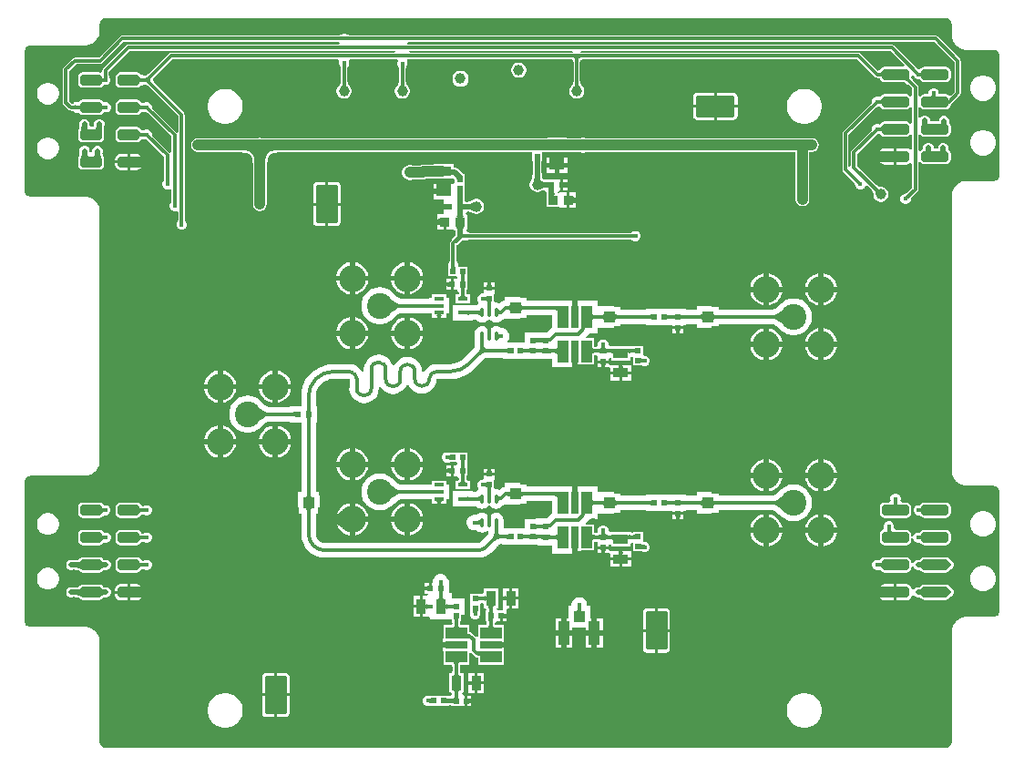
<source format=gtl>
G04*
G04 #@! TF.GenerationSoftware,Altium Limited,Altium Designer,23.0.1 (38)*
G04*
G04 Layer_Physical_Order=1*
G04 Layer_Color=255*
%FSLAX43Y43*%
%MOMM*%
G71*
G04*
G04 #@! TF.SameCoordinates,2E0F9480-7CF3-4E61-B830-77F9E17AB5E5*
G04*
G04*
G04 #@! TF.FilePolarity,Positive*
G04*
G01*
G75*
%ADD11C,0.254*%
%ADD15R,0.500X0.500*%
%ADD16R,0.500X0.500*%
%ADD17R,1.400X0.950*%
%ADD18R,1.000X2.000*%
%ADD19R,0.650X2.000*%
%ADD20O,0.350X0.850*%
%ADD21R,0.900X0.400*%
G04:AMPARAMS|DCode=22|XSize=1mm|YSize=2mm|CornerRadius=0.25mm|HoleSize=0mm|Usage=FLASHONLY|Rotation=270.000|XOffset=0mm|YOffset=0mm|HoleType=Round|Shape=RoundedRectangle|*
%AMROUNDEDRECTD22*
21,1,1.000,1.500,0,0,270.0*
21,1,0.500,2.000,0,0,270.0*
1,1,0.500,-0.750,-0.250*
1,1,0.500,-0.750,0.250*
1,1,0.500,0.750,0.250*
1,1,0.500,0.750,-0.250*
%
%ADD22ROUNDEDRECTD22*%
G04:AMPARAMS|DCode=23|XSize=1mm|YSize=2.5mm|CornerRadius=0.25mm|HoleSize=0mm|Usage=FLASHONLY|Rotation=270.000|XOffset=0mm|YOffset=0mm|HoleType=Round|Shape=RoundedRectangle|*
%AMROUNDEDRECTD23*
21,1,1.000,2.000,0,0,270.0*
21,1,0.500,2.500,0,0,270.0*
1,1,0.500,-1.000,-0.250*
1,1,0.500,-1.000,0.250*
1,1,0.500,1.000,0.250*
1,1,0.500,1.000,-0.250*
%
%ADD23ROUNDEDRECTD23*%
%ADD24R,1.050X2.200*%
%ADD25R,1.000X1.000*%
%ADD26R,2.000X1.000*%
%ADD27R,2.000X0.650*%
%ADD28R,0.950X1.400*%
%ADD29R,0.900X0.900*%
%ADD30R,2.200X1.050*%
%ADD31R,1.000X1.000*%
%ADD52C,2.500*%
%ADD54C,1.000*%
%ADD55C,0.345*%
%ADD56C,0.500*%
G04:AMPARAMS|DCode=57|XSize=3.6mm|YSize=2mm|CornerRadius=0.1mm|HoleSize=0mm|Usage=FLASHONLY|Rotation=270.000|XOffset=0mm|YOffset=0mm|HoleType=Round|Shape=RoundedRectangle|*
%AMROUNDEDRECTD57*
21,1,3.600,1.800,0,0,270.0*
21,1,3.400,2.000,0,0,270.0*
1,1,0.200,-0.900,-1.700*
1,1,0.200,-0.900,1.700*
1,1,0.200,0.900,1.700*
1,1,0.200,0.900,-1.700*
%
%ADD57ROUNDEDRECTD57*%
G04:AMPARAMS|DCode=58|XSize=3.6mm|YSize=2mm|CornerRadius=0.1mm|HoleSize=0mm|Usage=FLASHONLY|Rotation=0.000|XOffset=0mm|YOffset=0mm|HoleType=Round|Shape=RoundedRectangle|*
%AMROUNDEDRECTD58*
21,1,3.600,1.800,0,0,0.0*
21,1,3.400,2.000,0,0,0.0*
1,1,0.200,1.700,-0.900*
1,1,0.200,-1.700,-0.900*
1,1,0.200,-1.700,0.900*
1,1,0.200,1.700,0.900*
%
%ADD58ROUNDEDRECTD58*%
%ADD59C,0.300*%
%ADD60C,1.000*%
%ADD61C,2.400*%
%ADD62C,0.450*%
G36*
X114250Y79586D02*
X114308D01*
X114423Y79563D01*
X114530Y79519D01*
X114627Y79454D01*
X114710Y79371D01*
X114775Y79274D01*
X114819Y79167D01*
X114842Y79052D01*
X114842Y78020D01*
X114844Y78010D01*
X114843Y78000D01*
X114847Y77902D01*
X114855Y77873D01*
Y77842D01*
X114893Y77650D01*
X114908Y77613D01*
X114916Y77574D01*
X114991Y77393D01*
X115014Y77359D01*
X115029Y77322D01*
X115138Y77159D01*
X115166Y77131D01*
X115189Y77097D01*
X115327Y76959D01*
X115361Y76936D01*
X115389Y76908D01*
X115552Y76799D01*
X115589Y76784D01*
X115623Y76761D01*
X115804Y76686D01*
X115843Y76678D01*
X115880Y76663D01*
X116072Y76625D01*
X116103D01*
X116132Y76617D01*
X116230Y76613D01*
X116240Y76614D01*
X116250Y76612D01*
X118701Y76612D01*
X118759Y76612D01*
X118874Y76589D01*
X118981Y76545D01*
X119078Y76480D01*
X119161Y76397D01*
X119226Y76300D01*
X119270Y76193D01*
X119293Y76078D01*
X119293Y76020D01*
X119293Y65020D01*
Y64962D01*
X119270Y64847D01*
X119226Y64740D01*
X119161Y64643D01*
X119078Y64560D01*
X118981Y64495D01*
X118874Y64451D01*
X118759Y64428D01*
X118701Y64428D01*
X116250Y64428D01*
X116240Y64426D01*
X116230Y64427D01*
X116132Y64423D01*
X116103Y64415D01*
X116072D01*
X115880Y64377D01*
X115843Y64362D01*
X115804Y64354D01*
X115623Y64279D01*
X115589Y64256D01*
X115552Y64241D01*
X115389Y64132D01*
X115361Y64104D01*
X115327Y64081D01*
X115189Y63943D01*
X115166Y63909D01*
X115138Y63881D01*
X115029Y63718D01*
X115014Y63681D01*
X114991Y63647D01*
X114916Y63466D01*
X114908Y63427D01*
X114893Y63390D01*
X114855Y63198D01*
Y63167D01*
X114847Y63138D01*
X114843Y63040D01*
X114844Y63030D01*
X114842Y63020D01*
X114842Y37500D01*
X114844Y37490D01*
X114843Y37480D01*
X114847Y37382D01*
X114855Y37353D01*
Y37322D01*
X114893Y37130D01*
X114908Y37093D01*
X114916Y37054D01*
X114991Y36873D01*
X115014Y36839D01*
X115029Y36802D01*
X115138Y36639D01*
X115166Y36611D01*
X115189Y36577D01*
X115327Y36439D01*
X115361Y36416D01*
X115389Y36388D01*
X115552Y36279D01*
X115589Y36264D01*
X115623Y36241D01*
X115804Y36166D01*
X115843Y36158D01*
X115880Y36143D01*
X116072Y36105D01*
X116103D01*
X116132Y36097D01*
X116230Y36093D01*
X116240Y36094D01*
X116250Y36092D01*
X118701Y36092D01*
X118759Y36092D01*
X118874Y36069D01*
X118981Y36025D01*
X119078Y35960D01*
X119161Y35877D01*
X119226Y35780D01*
X119270Y35673D01*
X119293Y35558D01*
X119293Y35500D01*
X119293Y24500D01*
Y24442D01*
X119270Y24327D01*
X119226Y24220D01*
X119161Y24123D01*
X119078Y24040D01*
X118981Y23975D01*
X118874Y23931D01*
X118759Y23908D01*
X118701Y23908D01*
X116250Y23908D01*
X116240Y23906D01*
X116230Y23907D01*
X116132Y23903D01*
X116103Y23895D01*
X116072D01*
X115880Y23857D01*
X115843Y23842D01*
X115804Y23834D01*
X115623Y23759D01*
X115589Y23736D01*
X115552Y23721D01*
X115389Y23612D01*
X115361Y23584D01*
X115327Y23561D01*
X115189Y23423D01*
X115166Y23389D01*
X115138Y23361D01*
X115029Y23198D01*
X115014Y23161D01*
X114991Y23127D01*
X114916Y22946D01*
X114908Y22907D01*
X114893Y22870D01*
X114855Y22678D01*
Y22647D01*
X114847Y22618D01*
X114843Y22520D01*
X114844Y22510D01*
X114842Y22500D01*
X114842Y12327D01*
Y12268D01*
X114819Y12154D01*
X114775Y12046D01*
X114710Y11949D01*
X114627Y11867D01*
X114531Y11802D01*
X114423Y11757D01*
X114308Y11735D01*
X114250Y11735D01*
X36250Y11735D01*
X36192Y11735D01*
X36077Y11757D01*
X35970Y11802D01*
X35873Y11867D01*
X35790Y11949D01*
X35725Y12046D01*
X35681Y12154D01*
X35658Y12268D01*
Y12327D01*
X35658Y21570D01*
X35656Y21580D01*
X35657Y21590D01*
X35653Y21688D01*
X35645Y21718D01*
Y21748D01*
X35607Y21940D01*
X35592Y21977D01*
X35584Y22017D01*
X35509Y22198D01*
X35486Y22231D01*
X35471Y22268D01*
X35362Y22431D01*
X35334Y22460D01*
X35311Y22493D01*
X35173Y22632D01*
X35139Y22654D01*
X35111Y22682D01*
X34948Y22791D01*
X34911Y22807D01*
X34877Y22829D01*
X34696Y22904D01*
X34657Y22912D01*
X34620Y22927D01*
X34428Y22965D01*
X34397D01*
X34368Y22973D01*
X34270Y22978D01*
X34260Y22976D01*
X34250Y22978D01*
X29250D01*
X29192Y22978D01*
X29077Y23001D01*
X28969Y23046D01*
X28873Y23110D01*
X28790Y23193D01*
X28725Y23290D01*
X28681Y23398D01*
X28658Y23512D01*
Y23570D01*
X28658Y36430D01*
Y36488D01*
X28681Y36602D01*
X28725Y36710D01*
X28790Y36807D01*
X28872Y36890D01*
X28969Y36954D01*
X29077Y36999D01*
X29192Y37022D01*
X29250Y37022D01*
X34250Y37022D01*
X34260Y37024D01*
X34270Y37022D01*
X34368Y37027D01*
X34397Y37035D01*
X34428D01*
X34620Y37073D01*
X34657Y37088D01*
X34696Y37096D01*
X34877Y37171D01*
X34911Y37193D01*
X34948Y37209D01*
X35111Y37318D01*
X35139Y37346D01*
X35173Y37368D01*
X35311Y37507D01*
X35334Y37540D01*
X35362Y37569D01*
X35471Y37732D01*
X35486Y37769D01*
X35509Y37802D01*
X35584Y37983D01*
X35592Y38023D01*
X35607Y38060D01*
X35645Y38252D01*
Y38282D01*
X35653Y38312D01*
X35657Y38410D01*
X35656Y38420D01*
X35658Y38430D01*
X35658Y61570D01*
X35656Y61580D01*
X35657Y61590D01*
X35653Y61688D01*
X35645Y61718D01*
Y61748D01*
X35607Y61940D01*
X35592Y61977D01*
X35584Y62017D01*
X35509Y62198D01*
X35486Y62231D01*
X35471Y62268D01*
X35362Y62431D01*
X35334Y62460D01*
X35311Y62493D01*
X35173Y62632D01*
X35139Y62654D01*
X35111Y62682D01*
X34948Y62791D01*
X34911Y62807D01*
X34877Y62829D01*
X34696Y62904D01*
X34657Y62912D01*
X34620Y62927D01*
X34428Y62965D01*
X34397D01*
X34368Y62973D01*
X34270Y62978D01*
X34260Y62976D01*
X34250Y62978D01*
X29192Y62978D01*
X29077Y63001D01*
X28969Y63046D01*
X28872Y63110D01*
X28790Y63193D01*
X28725Y63290D01*
X28681Y63398D01*
X28658Y63512D01*
X28658Y63570D01*
X28658Y76430D01*
Y76488D01*
X28681Y76602D01*
X28725Y76710D01*
X28790Y76807D01*
X28872Y76890D01*
X28969Y76954D01*
X29077Y76999D01*
X29192Y77022D01*
X34250Y77022D01*
X34260Y77024D01*
X34270Y77022D01*
X34368Y77027D01*
X34397Y77035D01*
X34428D01*
X34620Y77073D01*
X34657Y77088D01*
X34696Y77096D01*
X34877Y77171D01*
X34911Y77193D01*
X34948Y77209D01*
X35111Y77318D01*
X35139Y77346D01*
X35173Y77368D01*
X35311Y77507D01*
X35334Y77540D01*
X35362Y77569D01*
X35471Y77732D01*
X35486Y77769D01*
X35509Y77802D01*
X35584Y77983D01*
X35592Y78023D01*
X35607Y78060D01*
X35645Y78252D01*
Y78282D01*
X35653Y78312D01*
X35657Y78410D01*
X35656Y78420D01*
X35658Y78430D01*
X35658Y78994D01*
X35658Y78994D01*
X35658Y78994D01*
X35658Y79052D01*
X35681Y79167D01*
X35725Y79274D01*
X35790Y79371D01*
X35873Y79454D01*
X35970Y79519D01*
X36077Y79563D01*
X36192Y79586D01*
X36250Y79586D01*
X114231Y79586D01*
X114250Y79586D01*
X114250Y79586D01*
X114250Y79586D01*
D02*
G37*
%LPC*%
G36*
X58493Y78134D02*
X58302D01*
X58126Y78061D01*
X58070Y78005D01*
X58051Y78000D01*
X58017Y77994D01*
X58012Y77991D01*
X58007Y77989D01*
X57979Y77969D01*
X57951Y77949D01*
X57948Y77945D01*
X57943Y77942D01*
X57941Y77938D01*
X37755D01*
X37755Y77938D01*
X37647Y77916D01*
X37556Y77855D01*
X35583Y75882D01*
X33350D01*
X33350Y75882D01*
X33242Y75861D01*
X33150Y75800D01*
X33150Y75800D01*
X32325Y74975D01*
X32264Y74883D01*
X32243Y74775D01*
X32243Y74775D01*
Y71700D01*
X32243Y71700D01*
X32264Y71592D01*
X32264Y71592D01*
X32264Y71592D01*
X32325Y71500D01*
X32325Y71500D01*
X32325Y71500D01*
X32755Y71070D01*
X32755Y71070D01*
X32809Y71035D01*
X32847Y71009D01*
X32847Y71009D01*
X32847Y71009D01*
X32905Y70998D01*
X32945Y70990D01*
X32951Y70979D01*
X32953Y70978D01*
X32955Y70976D01*
X32986Y70955D01*
X33016Y70934D01*
X33019Y70933D01*
X33021Y70932D01*
X33058Y70924D01*
X33094Y70916D01*
X33147Y70915D01*
X33187Y70911D01*
X33217Y70907D01*
X33221Y70906D01*
X33224Y70893D01*
X33230Y70883D01*
X33233Y70872D01*
X33252Y70850D01*
X33268Y70826D01*
X33277Y70820D01*
X33284Y70811D01*
X33310Y70798D01*
X33334Y70782D01*
X33345Y70780D01*
X33355Y70775D01*
X33384Y70772D01*
X33412Y70767D01*
X33423Y70769D01*
X33434Y70768D01*
X33462Y70777D01*
X33490Y70782D01*
X33499Y70788D01*
X33510Y70792D01*
X33678Y70779D01*
X33696Y70772D01*
X33743Y70746D01*
X33776Y70696D01*
X33925Y70596D01*
X34101Y70561D01*
X35601D01*
X35776Y70596D01*
X35925Y70696D01*
X36017Y70832D01*
X36117Y70791D01*
X36307D01*
X36484Y70864D01*
X36618Y70999D01*
X36691Y71175D01*
Y71365D01*
X36618Y71541D01*
X36484Y71676D01*
X36307Y71749D01*
X36117D01*
X36017Y71708D01*
X35925Y71844D01*
X35776Y71944D01*
X35601Y71979D01*
X34101D01*
X33925Y71944D01*
X33776Y71844D01*
X33743Y71794D01*
X33696Y71768D01*
X33678Y71761D01*
X33510Y71748D01*
X33499Y71752D01*
X33490Y71758D01*
X33462Y71763D01*
X33434Y71772D01*
X33423Y71771D01*
X33412Y71773D01*
X33384Y71768D01*
X33355Y71765D01*
X33345Y71760D01*
X33334Y71758D01*
X33310Y71742D01*
X33284Y71729D01*
X33277Y71720D01*
X33268Y71714D01*
X33252Y71690D01*
X33233Y71668D01*
X33230Y71657D01*
X33224Y71647D01*
X33221Y71634D01*
X33217Y71633D01*
X33187Y71629D01*
X33147Y71625D01*
X33094Y71624D01*
X33058Y71616D01*
X33021Y71608D01*
X33019Y71607D01*
X33018Y71607D01*
X32807Y71817D01*
Y74658D01*
X33467Y75318D01*
X35700D01*
X35700Y75318D01*
X35808Y75339D01*
X35900Y75400D01*
X37872Y77373D01*
X57873D01*
X57936Y77302D01*
X57849Y77107D01*
X38300D01*
X38192Y77086D01*
X38100Y77025D01*
X35985Y74909D01*
X35923Y74817D01*
X35902Y74709D01*
X35902Y74709D01*
Y74622D01*
X35702Y74499D01*
X35601Y74519D01*
X34101D01*
X33925Y74484D01*
X33776Y74384D01*
X33677Y74236D01*
X33642Y74060D01*
Y73560D01*
X33677Y73384D01*
X33776Y73236D01*
X33925Y73136D01*
X34101Y73101D01*
X35601D01*
X35776Y73136D01*
X35925Y73236D01*
X36011Y73363D01*
X36089Y73331D01*
X36280D01*
X36456Y73404D01*
X36590Y73539D01*
X36663Y73715D01*
Y73905D01*
X36590Y74081D01*
X36534Y74137D01*
X36529Y74157D01*
X36523Y74191D01*
X36520Y74195D01*
X36518Y74201D01*
X36498Y74228D01*
X36479Y74257D01*
X36474Y74260D01*
X36471Y74264D01*
X36467Y74267D01*
Y74592D01*
X38417Y76543D01*
X63137D01*
X63171Y76525D01*
X63051Y76332D01*
X42284D01*
X42284Y76332D01*
X42176Y76311D01*
X42085Y76250D01*
X42085Y76250D01*
X40209Y74374D01*
X40209Y74374D01*
X40202Y74376D01*
X40169Y74371D01*
X40137Y74368D01*
X40130Y74364D01*
X40123Y74363D01*
X40095Y74346D01*
X40066Y74331D01*
X40062Y74325D01*
X40055Y74321D01*
X40018Y74286D01*
X39985Y74260D01*
X39961Y74244D01*
X39926Y74233D01*
X39767Y74208D01*
X39748Y74230D01*
X39732Y74254D01*
X39723Y74260D01*
X39716Y74269D01*
X39690Y74282D01*
X39666Y74298D01*
X39655Y74300D01*
X39645Y74305D01*
X39616Y74308D01*
X39588Y74313D01*
X39577Y74311D01*
X39566Y74312D01*
X39538Y74303D01*
X39510Y74298D01*
X39501Y74292D01*
X39490Y74288D01*
X39488Y74288D01*
X39424Y74384D01*
X39275Y74484D01*
X39099Y74519D01*
X37599D01*
X37424Y74484D01*
X37275Y74384D01*
X37175Y74236D01*
X37140Y74060D01*
Y73560D01*
X37175Y73384D01*
X37275Y73236D01*
X37424Y73136D01*
X37599Y73101D01*
X39099D01*
X39275Y73136D01*
X39424Y73236D01*
X39488Y73332D01*
X39490Y73332D01*
X39501Y73328D01*
X39510Y73322D01*
X39538Y73317D01*
X39566Y73308D01*
X39577Y73309D01*
X39588Y73307D01*
X39616Y73312D01*
X39645Y73315D01*
X39655Y73320D01*
X39666Y73322D01*
X39690Y73338D01*
X39716Y73351D01*
X39723Y73360D01*
X39732Y73366D01*
X39748Y73390D01*
X39767Y73412D01*
X39926Y73387D01*
X39961Y73376D01*
X39985Y73360D01*
X40018Y73334D01*
X40055Y73299D01*
X40062Y73295D01*
X40066Y73289D01*
X40095Y73274D01*
X40123Y73257D01*
X40130Y73256D01*
X40137Y73252D01*
X40169Y73249D01*
X40202Y73244D01*
X40209Y73246D01*
X40209Y73246D01*
X42993Y70462D01*
Y68988D01*
X42917Y68939D01*
X42793Y68911D01*
X40556Y71148D01*
X40559Y71161D01*
X40559Y71162D01*
X40559Y71162D01*
X40551Y71201D01*
X40544Y71240D01*
X40543Y71240D01*
X40543Y71240D01*
X40521Y71273D01*
X40514Y71284D01*
Y71365D01*
X40441Y71541D01*
X40306Y71676D01*
X40130Y71749D01*
X39939D01*
X39763Y71676D01*
X39725Y71638D01*
X39624Y71654D01*
X39523Y71696D01*
X39424Y71844D01*
X39275Y71944D01*
X39099Y71979D01*
X37599D01*
X37424Y71944D01*
X37275Y71844D01*
X37175Y71696D01*
X37140Y71520D01*
Y71020D01*
X37175Y70844D01*
X37275Y70696D01*
X37424Y70596D01*
X37599Y70561D01*
X39099D01*
X39275Y70596D01*
X39424Y70696D01*
X39523Y70844D01*
X39618Y70884D01*
X39725Y70902D01*
X39763Y70864D01*
X39939Y70791D01*
X40019D01*
X40036Y70781D01*
X40065Y70761D01*
X40070Y70760D01*
X40075Y70758D01*
X40109Y70753D01*
X40143Y70746D01*
X40148Y70747D01*
X40154Y70746D01*
X40158Y70747D01*
X42343Y68563D01*
Y67065D01*
X42143Y67004D01*
X42138Y67010D01*
X42138Y67010D01*
X40541Y68608D01*
X40544Y68621D01*
X40544Y68622D01*
X40544Y68622D01*
X40536Y68661D01*
X40528Y68699D01*
X40528Y68700D01*
X40528Y68700D01*
X40506Y68733D01*
X40499Y68744D01*
Y68825D01*
X40426Y69001D01*
X40291Y69136D01*
X40115Y69209D01*
X39924D01*
X39748Y69136D01*
X39729Y69117D01*
X39526Y69155D01*
X39523Y69156D01*
X39424Y69304D01*
X39275Y69404D01*
X39099Y69439D01*
X37599D01*
X37424Y69404D01*
X37275Y69304D01*
X37175Y69156D01*
X37140Y68980D01*
Y68480D01*
X37175Y68304D01*
X37275Y68156D01*
X37424Y68056D01*
X37599Y68021D01*
X39099D01*
X39275Y68056D01*
X39424Y68156D01*
X39523Y68304D01*
X39524Y68305D01*
X39729Y68343D01*
X39748Y68324D01*
X39924Y68251D01*
X40003D01*
X40021Y68241D01*
X40049Y68221D01*
X40055Y68220D01*
X40060Y68218D01*
X40094Y68213D01*
X40128Y68206D01*
X40133Y68207D01*
X40138Y68206D01*
X40143Y68207D01*
X41656Y66694D01*
Y64602D01*
X41645Y64595D01*
X41645Y64594D01*
X41645Y64594D01*
X41622Y64561D01*
X41601Y64529D01*
X41601Y64528D01*
X41600Y64528D01*
X41593Y64489D01*
X41590Y64476D01*
X41533Y64419D01*
X41460Y64243D01*
Y64052D01*
X41533Y63876D01*
X41667Y63741D01*
X41843Y63668D01*
X42034D01*
X42143Y63713D01*
X42343Y63612D01*
Y62564D01*
X42331Y62556D01*
X42331Y62556D01*
X42331Y62556D01*
X42309Y62523D01*
X42287Y62490D01*
X42287Y62490D01*
X42287Y62490D01*
X42279Y62451D01*
X42276Y62438D01*
X42219Y62380D01*
X42146Y62204D01*
Y62014D01*
X42219Y61838D01*
X42354Y61703D01*
X42530Y61630D01*
X42720D01*
X42793Y61660D01*
X42993Y61538D01*
Y60816D01*
X42982Y60808D01*
X42982Y60808D01*
X42981Y60808D01*
X42959Y60774D01*
X42937Y60742D01*
X42937Y60742D01*
X42937Y60741D01*
X42929Y60703D01*
X42927Y60689D01*
X42869Y60632D01*
X42796Y60456D01*
Y60265D01*
X42869Y60089D01*
X43004Y59955D01*
X43180Y59882D01*
X43371D01*
X43547Y59955D01*
X43682Y60089D01*
X43754Y60265D01*
Y60456D01*
X43682Y60632D01*
X43626Y60688D01*
X43621Y60708D01*
X43614Y60741D01*
X43611Y60746D01*
X43609Y60751D01*
X43589Y60779D01*
X43570Y60808D01*
X43565Y60811D01*
X43562Y60815D01*
X43558Y60817D01*
Y70579D01*
X43536Y70687D01*
X43475Y70779D01*
X43475Y70779D01*
X40671Y73583D01*
X40672Y73587D01*
X40670Y73603D01*
X40671Y73620D01*
X40664Y73642D01*
X40661Y73666D01*
X40652Y73680D01*
X40647Y73696D01*
X40632Y73714D01*
X40620Y73734D01*
X40590Y73767D01*
X40576Y73787D01*
X40570Y73801D01*
X40568Y73807D01*
X40567Y73810D01*
X40568Y73813D01*
X40570Y73819D01*
X40576Y73833D01*
X40590Y73853D01*
X40620Y73886D01*
X40632Y73906D01*
X40647Y73924D01*
X40652Y73940D01*
X40661Y73954D01*
X40664Y73978D01*
X40671Y74000D01*
X40670Y74017D01*
X40672Y74033D01*
X40671Y74037D01*
X42401Y75768D01*
X57812D01*
X57929Y75568D01*
X57896Y75487D01*
Y75297D01*
X57969Y75121D01*
X58025Y75065D01*
X58030Y75045D01*
X58037Y75011D01*
X58040Y75007D01*
X58041Y75001D01*
X58062Y74974D01*
X58081Y74945D01*
X58085Y74942D01*
X58089Y74938D01*
X58093Y74935D01*
Y73705D01*
X58085Y73700D01*
X58083Y73698D01*
X58081Y73696D01*
X58060Y73666D01*
X58039Y73635D01*
X58038Y73633D01*
X58037Y73630D01*
X58029Y73594D01*
X58021Y73558D01*
X58020Y73513D01*
X58017Y73478D01*
X58012Y73448D01*
X58005Y73423D01*
X57998Y73401D01*
X57990Y73384D01*
X57981Y73369D01*
X57973Y73357D01*
X57963Y73347D01*
X57956Y73341D01*
X57945Y73335D01*
X57815Y73205D01*
X57723Y73045D01*
X57675Y72867D01*
Y72683D01*
X57723Y72505D01*
X57815Y72345D01*
X57945Y72215D01*
X58105Y72123D01*
X58283Y72075D01*
X58467D01*
X58645Y72123D01*
X58805Y72215D01*
X58935Y72345D01*
X59027Y72505D01*
X59075Y72683D01*
Y72867D01*
X59027Y73045D01*
X58935Y73205D01*
X58805Y73335D01*
X58794Y73341D01*
X58787Y73347D01*
X58777Y73357D01*
X58769Y73369D01*
X58760Y73384D01*
X58752Y73401D01*
X58745Y73423D01*
X58738Y73448D01*
X58733Y73478D01*
X58730Y73513D01*
X58729Y73558D01*
X58721Y73594D01*
X58713Y73630D01*
X58712Y73633D01*
X58711Y73635D01*
X58690Y73666D01*
X58669Y73696D01*
X58667Y73698D01*
X58665Y73700D01*
X58657Y73705D01*
Y74937D01*
X58669Y74945D01*
X58669Y74945D01*
X58669Y74945D01*
X58691Y74978D01*
X58713Y75011D01*
X58713Y75011D01*
X58713Y75011D01*
X58721Y75050D01*
X58724Y75063D01*
X58781Y75121D01*
X58854Y75297D01*
Y75487D01*
X58821Y75568D01*
X58938Y75768D01*
X63256D01*
X63304Y75703D01*
X63361Y75568D01*
X63305Y75430D01*
Y75240D01*
X63378Y75064D01*
X63432Y75009D01*
X63437Y74990D01*
X63443Y74957D01*
X63447Y74952D01*
X63448Y74946D01*
X63468Y74919D01*
X63487Y74890D01*
X63492Y74887D01*
X63496Y74882D01*
X63500Y74880D01*
Y73705D01*
X63492Y73701D01*
X63491Y73698D01*
X63489Y73697D01*
X63468Y73666D01*
X63446Y73636D01*
X63446Y73633D01*
X63444Y73631D01*
X63437Y73594D01*
X63429Y73558D01*
X63427Y73513D01*
X63424Y73479D01*
X63419Y73449D01*
X63413Y73423D01*
X63405Y73402D01*
X63397Y73384D01*
X63389Y73370D01*
X63380Y73358D01*
X63371Y73348D01*
X63363Y73342D01*
X63351Y73335D01*
X63221Y73205D01*
X63129Y73045D01*
X63081Y72867D01*
Y72683D01*
X63129Y72505D01*
X63221Y72345D01*
X63351Y72215D01*
X63511Y72123D01*
X63689Y72075D01*
X63873D01*
X64051Y72123D01*
X64211Y72215D01*
X64341Y72345D01*
X64434Y72505D01*
X64481Y72683D01*
Y72867D01*
X64434Y73045D01*
X64341Y73205D01*
X64211Y73335D01*
X64201Y73341D01*
X64194Y73346D01*
X64185Y73357D01*
X64176Y73369D01*
X64168Y73383D01*
X64160Y73401D01*
X64152Y73422D01*
X64146Y73448D01*
X64141Y73478D01*
X64138Y73513D01*
X64136Y73558D01*
X64128Y73593D01*
X64121Y73629D01*
X64119Y73632D01*
X64118Y73635D01*
X64097Y73665D01*
X64077Y73695D01*
X64074Y73697D01*
X64072Y73700D01*
X64065Y73705D01*
Y74879D01*
X64076Y74886D01*
X64076Y74886D01*
X64076Y74887D01*
X64098Y74919D01*
X64120Y74952D01*
X64120Y74952D01*
X64121Y74953D01*
X64128Y74991D01*
X64131Y75005D01*
X64190Y75064D01*
X64263Y75240D01*
Y75430D01*
X64206Y75568D01*
X64263Y75703D01*
X64311Y75768D01*
X79393D01*
X79396Y75764D01*
X79416Y75748D01*
X79434Y75731D01*
X79448Y75725D01*
X79460Y75716D01*
X79484Y75710D01*
X79507Y75700D01*
X79522Y75700D01*
X79537Y75696D01*
X79581Y75694D01*
X79605Y75690D01*
X79619Y75685D01*
X79625Y75682D01*
X79627Y75680D01*
X79629Y75678D01*
X79633Y75672D01*
X79637Y75658D01*
X79641Y75634D01*
X79644Y75589D01*
X79652Y75556D01*
X79659Y75522D01*
X79662Y75517D01*
X79663Y75512D01*
X79684Y75485D01*
X79703Y75456D01*
X79708Y75453D01*
X79711Y75448D01*
X79715Y75446D01*
Y73704D01*
X79707Y73699D01*
X79705Y73697D01*
X79702Y73695D01*
X79682Y73664D01*
X79661Y73635D01*
X79661Y73631D01*
X79659Y73628D01*
X79652Y73592D01*
X79644Y73557D01*
X79642Y73512D01*
X79639Y73477D01*
X79634Y73447D01*
X79628Y73421D01*
X79620Y73400D01*
X79612Y73382D01*
X79604Y73368D01*
X79595Y73356D01*
X79585Y73345D01*
X79580Y73341D01*
X79570Y73335D01*
X79440Y73205D01*
X79348Y73045D01*
X79300Y72867D01*
Y72683D01*
X79348Y72505D01*
X79440Y72345D01*
X79570Y72215D01*
X79730Y72123D01*
X79908Y72075D01*
X80092D01*
X80270Y72123D01*
X80430Y72215D01*
X80560Y72345D01*
X80652Y72505D01*
X80700Y72683D01*
Y72867D01*
X80652Y73045D01*
X80560Y73205D01*
X80430Y73335D01*
X80418Y73342D01*
X80409Y73349D01*
X80400Y73359D01*
X80391Y73371D01*
X80382Y73385D01*
X80374Y73402D01*
X80367Y73424D01*
X80361Y73449D01*
X80356Y73479D01*
X80353Y73514D01*
X80351Y73559D01*
X80343Y73595D01*
X80335Y73632D01*
X80334Y73634D01*
X80333Y73636D01*
X80312Y73667D01*
X80291Y73698D01*
X80289Y73699D01*
X80287Y73701D01*
X80280Y73706D01*
Y75446D01*
X80284Y75448D01*
X80287Y75453D01*
X80292Y75456D01*
X80311Y75485D01*
X80331Y75512D01*
X80333Y75517D01*
X80336Y75522D01*
X80343Y75556D01*
X80351Y75589D01*
X80353Y75634D01*
X80358Y75658D01*
X80362Y75672D01*
X80366Y75678D01*
X80367Y75680D01*
X80369Y75682D01*
X80376Y75685D01*
X80390Y75690D01*
X80414Y75694D01*
X80458Y75696D01*
X80473Y75700D01*
X80487Y75700D01*
X80511Y75710D01*
X80535Y75716D01*
X80547Y75725D01*
X80561Y75731D01*
X80579Y75748D01*
X80599Y75764D01*
X80601Y75768D01*
X106070D01*
X107707Y74130D01*
X107707Y74130D01*
X107798Y74069D01*
X107896Y74050D01*
X107902Y74039D01*
X107904Y74038D01*
X107906Y74036D01*
X107937Y74015D01*
X107967Y73994D01*
X107970Y73993D01*
X107972Y73992D01*
X108008Y73984D01*
X108045Y73976D01*
X108098Y73975D01*
X108138Y73971D01*
X108165Y73967D01*
X108178Y73904D01*
X108277Y73756D01*
X108426Y73656D01*
X108602Y73621D01*
X110439D01*
X110468Y73603D01*
X110512Y73570D01*
X110628Y73469D01*
X110695Y73405D01*
X110695Y73404D01*
X110696Y73404D01*
X110729Y73383D01*
X110762Y73362D01*
X110762Y73361D01*
X110763Y73361D01*
X110801Y73354D01*
X110840Y73347D01*
X110841Y73347D01*
X110841Y73347D01*
X110851Y73349D01*
X111168Y73033D01*
Y72363D01*
X110968Y72302D01*
X110926Y72364D01*
X110777Y72464D01*
X110602Y72499D01*
X108602D01*
X108426Y72464D01*
X108277Y72364D01*
X108178Y72216D01*
X108161Y72207D01*
X108011Y72269D01*
X107821D01*
X107645Y72196D01*
X107510Y72061D01*
X107437Y71885D01*
Y71806D01*
X107427Y71789D01*
X107408Y71760D01*
X107406Y71755D01*
X107404Y71750D01*
X107399Y71716D01*
X107392Y71682D01*
X107393Y71677D01*
X107392Y71671D01*
X107393Y71667D01*
X104775Y69049D01*
X104775Y69049D01*
X104714Y68957D01*
X104693Y68849D01*
X104693Y68849D01*
Y65475D01*
X104693Y65475D01*
X104714Y65367D01*
X104775Y65275D01*
X105829Y64222D01*
X105826Y64209D01*
X105826Y64208D01*
X105826Y64208D01*
X105834Y64169D01*
X105841Y64131D01*
X105841Y64130D01*
X105841Y64130D01*
X105864Y64097D01*
X105871Y64086D01*
Y64005D01*
X105944Y63829D01*
X106079Y63694D01*
X106255Y63621D01*
X106445D01*
X106621Y63694D01*
X106756Y63829D01*
X106802Y63940D01*
X106980Y64000D01*
X107027Y63999D01*
X107393Y63633D01*
X107391Y63624D01*
X107391Y63621D01*
X107391Y63618D01*
X107398Y63582D01*
X107404Y63546D01*
X107406Y63543D01*
X107406Y63540D01*
X107427Y63510D01*
X107446Y63478D01*
X107477Y63446D01*
X107499Y63419D01*
X107517Y63394D01*
X107531Y63371D01*
X107541Y63351D01*
X107547Y63333D01*
X107551Y63317D01*
X107554Y63302D01*
X107554Y63289D01*
X107553Y63279D01*
X107550Y63267D01*
Y63083D01*
X107598Y62905D01*
X107690Y62745D01*
X107820Y62615D01*
X107980Y62523D01*
X108158Y62475D01*
X108342D01*
X108520Y62523D01*
X108680Y62615D01*
X108810Y62745D01*
X108902Y62905D01*
X108950Y63083D01*
Y63267D01*
X108902Y63445D01*
X108810Y63605D01*
X108680Y63735D01*
X108520Y63827D01*
X108342Y63875D01*
X108158D01*
X108146Y63872D01*
X108137Y63871D01*
X108123Y63871D01*
X108108Y63873D01*
X108092Y63878D01*
X108074Y63884D01*
X108054Y63894D01*
X108031Y63908D01*
X108006Y63926D01*
X107979Y63948D01*
X107947Y63979D01*
X107915Y63998D01*
X107885Y64019D01*
X107882Y64019D01*
X107879Y64021D01*
X107843Y64027D01*
X107807Y64034D01*
X107804Y64034D01*
X107801Y64034D01*
X107792Y64032D01*
X106032Y65792D01*
Y66952D01*
X107809Y68729D01*
X107823Y68726D01*
X107823Y68726D01*
X107823Y68726D01*
X107862Y68734D01*
X107901Y68741D01*
X107901Y68741D01*
X107901Y68741D01*
X107934Y68763D01*
X107946Y68771D01*
X108027D01*
X108168Y68830D01*
X108178Y68824D01*
X108277Y68676D01*
X108426Y68576D01*
X108602Y68541D01*
X110602D01*
X110777Y68576D01*
X110926Y68676D01*
X110968Y68738D01*
X111168Y68677D01*
Y67380D01*
X110968Y67319D01*
X110965Y67323D01*
X110798Y67435D01*
X110602Y67474D01*
X109729D01*
Y66710D01*
Y65946D01*
X110602D01*
X110798Y65985D01*
X110965Y66097D01*
X110968Y66101D01*
X111168Y66040D01*
Y63772D01*
X110668Y63272D01*
X110657Y63274D01*
X110653Y63274D01*
X110650Y63274D01*
X110614Y63266D01*
X110579Y63260D01*
X110575Y63258D01*
X110572Y63257D01*
X110542Y63236D01*
X110531Y63229D01*
X110455D01*
X110279Y63156D01*
X110144Y63021D01*
X110071Y62845D01*
Y62655D01*
X110144Y62479D01*
X110279Y62344D01*
X110455Y62271D01*
X110645D01*
X110821Y62344D01*
X110956Y62479D01*
X111029Y62655D01*
Y62740D01*
X111037Y62753D01*
X111058Y62785D01*
X111059Y62787D01*
X111060Y62788D01*
X111066Y62826D01*
X111074Y62863D01*
X111073Y62865D01*
X111074Y62866D01*
X111071Y62877D01*
X111650Y63455D01*
X111650Y63455D01*
X111711Y63547D01*
X111732Y63655D01*
X111732Y63655D01*
Y66139D01*
X111932Y66200D01*
X111976Y66136D01*
X112124Y66036D01*
X112300Y66001D01*
X114300D01*
X114476Y66036D01*
X114624Y66136D01*
X114724Y66284D01*
X114759Y66460D01*
Y66960D01*
X114724Y67136D01*
X114624Y67284D01*
X114511Y67360D01*
X114529Y67405D01*
Y67595D01*
X114456Y67771D01*
X114321Y67906D01*
X114145Y67979D01*
X113955D01*
X113779Y67906D01*
X113644Y67771D01*
X113571Y67595D01*
Y67419D01*
X113154D01*
Y67595D01*
X113081Y67771D01*
X112946Y67906D01*
X112770Y67979D01*
X112580D01*
X112404Y67906D01*
X112269Y67771D01*
X112196Y67595D01*
Y67405D01*
X112192Y67397D01*
X112124Y67384D01*
X111976Y67284D01*
X111932Y67220D01*
X111732Y67281D01*
Y68679D01*
X111932Y68740D01*
X111976Y68676D01*
X112124Y68576D01*
X112300Y68541D01*
X114300D01*
X114476Y68576D01*
X114624Y68676D01*
X114724Y68824D01*
X114759Y69000D01*
Y69500D01*
X114724Y69676D01*
X114624Y69824D01*
X114582Y69853D01*
X114604Y69905D01*
Y70095D01*
X114531Y70271D01*
X114396Y70406D01*
X114220Y70479D01*
X114030D01*
X113854Y70406D01*
X113719Y70271D01*
X113646Y70095D01*
Y69959D01*
X112829D01*
Y70120D01*
X112756Y70296D01*
X112621Y70431D01*
X112445Y70504D01*
X112255D01*
X112079Y70431D01*
X111944Y70296D01*
X111932Y70269D01*
X111732Y70308D01*
Y71219D01*
X111932Y71280D01*
X111976Y71216D01*
X112124Y71116D01*
X112300Y71081D01*
X114300D01*
X114476Y71116D01*
X114624Y71216D01*
X114724Y71364D01*
X114759Y71540D01*
Y71570D01*
X114790Y71590D01*
X115600Y72400D01*
X115600Y72400D01*
X115661Y72492D01*
X115682Y72600D01*
X115682Y72600D01*
Y75584D01*
X115682Y75584D01*
X115661Y75692D01*
X115600Y75784D01*
X115600Y75784D01*
X113528Y77855D01*
X113437Y77916D01*
X113329Y77938D01*
X113329Y77938D01*
X58853D01*
X58845Y77949D01*
X58845Y77949D01*
X58845Y77949D01*
X58812Y77972D01*
X58779Y77993D01*
X58779Y77993D01*
X58778Y77994D01*
X58740Y78001D01*
X58726Y78004D01*
X58669Y78061D01*
X58493Y78134D01*
D02*
G37*
G36*
X74686Y75415D02*
X74502D01*
X74324Y75367D01*
X74164Y75275D01*
X74034Y75145D01*
X73941Y74985D01*
X73894Y74807D01*
Y74623D01*
X73941Y74445D01*
X74034Y74285D01*
X74164Y74155D01*
X74324Y74063D01*
X74502Y74015D01*
X74686D01*
X74864Y74063D01*
X75024Y74155D01*
X75154Y74285D01*
X75246Y74445D01*
X75294Y74623D01*
Y74807D01*
X75246Y74985D01*
X75154Y75145D01*
X75024Y75275D01*
X74864Y75367D01*
X74686Y75415D01*
D02*
G37*
G36*
X69287Y74679D02*
X69088D01*
X68896Y74628D01*
X68725Y74528D01*
X68584Y74388D01*
X68485Y74216D01*
X68434Y74024D01*
Y73826D01*
X68485Y73634D01*
X68584Y73462D01*
X68725Y73322D01*
X68896Y73222D01*
X69088Y73171D01*
X69287D01*
X69479Y73222D01*
X69650Y73322D01*
X69791Y73462D01*
X69890Y73634D01*
X69942Y73826D01*
Y74024D01*
X69890Y74216D01*
X69791Y74388D01*
X69650Y74528D01*
X69479Y74628D01*
X69287Y74679D01*
D02*
G37*
G36*
X117906Y74245D02*
X117594D01*
X117293Y74164D01*
X117022Y74008D01*
X116802Y73788D01*
X116646Y73517D01*
X116565Y73216D01*
Y72904D01*
X116646Y72603D01*
X116802Y72332D01*
X117022Y72112D01*
X117293Y71956D01*
X117594Y71875D01*
X117906D01*
X118207Y71956D01*
X118478Y72112D01*
X118698Y72332D01*
X118854Y72603D01*
X118935Y72904D01*
Y73216D01*
X118854Y73517D01*
X118698Y73788D01*
X118478Y74008D01*
X118207Y74164D01*
X117906Y74245D01*
D02*
G37*
G36*
X30975Y73560D02*
X30707D01*
X30447Y73490D01*
X30215Y73356D01*
X30025Y73166D01*
X29891Y72934D01*
X29821Y72674D01*
Y72406D01*
X29891Y72146D01*
X30025Y71914D01*
X30215Y71724D01*
X30447Y71590D01*
X30707Y71520D01*
X30975D01*
X31235Y71590D01*
X31467Y71724D01*
X31657Y71914D01*
X31791Y72146D01*
X31861Y72406D01*
Y72674D01*
X31791Y72934D01*
X31657Y73166D01*
X31467Y73356D01*
X31235Y73490D01*
X30975Y73560D01*
D02*
G37*
G36*
X94575Y72611D02*
X93002D01*
Y71477D01*
X94936D01*
Y72250D01*
X94908Y72388D01*
X94830Y72505D01*
X94713Y72583D01*
X94575Y72611D01*
D02*
G37*
G36*
X92748D02*
X91175D01*
X91037Y72583D01*
X90920Y72505D01*
X90842Y72388D01*
X90814Y72250D01*
Y71477D01*
X92748D01*
Y72611D01*
D02*
G37*
G36*
X94936Y71223D02*
X93002D01*
Y70089D01*
X94575D01*
X94713Y70117D01*
X94830Y70195D01*
X94908Y70312D01*
X94936Y70450D01*
Y71223D01*
D02*
G37*
G36*
X92748D02*
X90814D01*
Y70450D01*
X90842Y70312D01*
X90920Y70195D01*
X91037Y70117D01*
X91175Y70089D01*
X92748D01*
Y71223D01*
D02*
G37*
G36*
X101285Y72970D02*
X100965D01*
X100653Y72908D01*
X100358Y72786D01*
X100092Y72608D01*
X99867Y72383D01*
X99689Y72117D01*
X99567Y71823D01*
X99505Y71510D01*
Y71190D01*
X99567Y70877D01*
X99689Y70583D01*
X99867Y70317D01*
X100092Y70092D01*
X100358Y69914D01*
X100653Y69792D01*
X100965Y69730D01*
X101285D01*
X101598Y69792D01*
X101892Y69914D01*
X102158Y70092D01*
X102383Y70317D01*
X102561Y70583D01*
X102683Y70877D01*
X102745Y71190D01*
Y71510D01*
X102683Y71823D01*
X102561Y72117D01*
X102383Y72383D01*
X102158Y72608D01*
X101892Y72786D01*
X101598Y72908D01*
X101285Y72970D01*
D02*
G37*
G36*
X47485Y72970D02*
X47165D01*
X46852Y72908D01*
X46558Y72786D01*
X46292Y72608D01*
X46067Y72383D01*
X45889Y72117D01*
X45767Y71823D01*
X45705Y71510D01*
Y71190D01*
X45767Y70877D01*
X45889Y70583D01*
X46067Y70317D01*
X46292Y70092D01*
X46558Y69914D01*
X46852Y69792D01*
X47165Y69730D01*
X47485D01*
X47798Y69792D01*
X48092Y69914D01*
X48358Y70092D01*
X48583Y70317D01*
X48761Y70583D01*
X48883Y70877D01*
X48945Y71190D01*
Y71510D01*
X48883Y71823D01*
X48761Y72117D01*
X48583Y72383D01*
X48358Y72608D01*
X48092Y72786D01*
X47798Y72908D01*
X47485Y72970D01*
D02*
G37*
G36*
X35720Y70179D02*
X35530D01*
X35354Y70106D01*
X35219Y69971D01*
X35146Y69795D01*
Y69635D01*
X35145Y69592D01*
X35140Y69522D01*
X35132Y69465D01*
X35126Y69439D01*
X34826D01*
X34704Y69605D01*
Y69795D01*
X34631Y69971D01*
X34496Y70106D01*
X34320Y70179D01*
X34130D01*
X33954Y70106D01*
X33819Y69971D01*
X33746Y69795D01*
Y69605D01*
X33768Y69553D01*
X33767Y69532D01*
X33762Y69466D01*
X33747Y69343D01*
X33738Y69298D01*
X33727Y69258D01*
X33717Y69227D01*
X33707Y69204D01*
X33692Y69179D01*
X33691Y69177D01*
X33677Y69156D01*
X33670Y69123D01*
X33669Y69119D01*
X33669Y69114D01*
X33667Y69107D01*
X33666Y69104D01*
X33666Y69102D01*
X33642Y68980D01*
Y68480D01*
X33677Y68304D01*
X33776Y68156D01*
X33925Y68056D01*
X34101Y68021D01*
X35601D01*
X35776Y68056D01*
X35925Y68156D01*
X36025Y68304D01*
X36060Y68480D01*
Y68980D01*
X36038Y69089D01*
X36055Y69480D01*
X36054Y69484D01*
X36104Y69605D01*
Y69795D01*
X36031Y69971D01*
X35896Y70106D01*
X35720Y70179D01*
D02*
G37*
G36*
X50590Y68442D02*
X50550Y68442D01*
X50510Y68442D01*
X50510Y68442D01*
X50510D01*
X50473Y68426D01*
X50437Y68411D01*
X50391Y68381D01*
X44781D01*
X44537Y68332D01*
X44329Y68194D01*
X44191Y67986D01*
X44142Y67742D01*
X44191Y67497D01*
X44329Y67290D01*
X44537Y67151D01*
X44781Y67102D01*
X48902D01*
X48919Y67090D01*
X48937Y67072D01*
X48950Y67067D01*
X48962Y67058D01*
X48987Y67051D01*
X49010Y67042D01*
X49025Y67042D01*
X49039Y67038D01*
X49217Y67029D01*
X49360Y67004D01*
X49479Y66964D01*
X49576Y66911D01*
X49655Y66847D01*
X49720Y66768D01*
X49772Y66671D01*
X49812Y66551D01*
X49837Y66409D01*
X49846Y66231D01*
X49855Y66198D01*
X49862Y66164D01*
X49865Y66159D01*
X49866Y66154D01*
X49887Y66126D01*
X49906Y66098D01*
X49910Y66095D01*
X49911Y66094D01*
Y63050D01*
Y62256D01*
X49959Y62011D01*
X50098Y61804D01*
X50305Y61665D01*
X50550Y61616D01*
X50795Y61665D01*
X51002Y61804D01*
X51141Y62011D01*
X51189Y62256D01*
Y63050D01*
Y66094D01*
X51190Y66095D01*
X51194Y66098D01*
X51213Y66126D01*
X51234Y66154D01*
X51235Y66159D01*
X51238Y66164D01*
X51245Y66198D01*
X51254Y66231D01*
X51263Y66409D01*
X51288Y66551D01*
X51328Y66671D01*
X51380Y66768D01*
X51445Y66847D01*
X51524Y66911D01*
X51621Y66964D01*
X51740Y67004D01*
X51883Y67029D01*
X52061Y67038D01*
X52075Y67042D01*
X52090Y67042D01*
X52113Y67051D01*
X52138Y67058D01*
X52150Y67067D01*
X52163Y67072D01*
X52181Y67090D01*
X52198Y67102D01*
X75875D01*
Y66225D01*
X75948D01*
Y65164D01*
X75941Y65159D01*
X75941Y65159D01*
X75896Y65094D01*
X75879Y65016D01*
X75878Y64938D01*
X75866Y64796D01*
X75858Y64739D01*
X75847Y64685D01*
X75834Y64638D01*
X75819Y64597D01*
X75803Y64562D01*
X75787Y64533D01*
X75774Y64514D01*
X75765Y64505D01*
X75673Y64345D01*
X75625Y64167D01*
Y63983D01*
X75673Y63805D01*
X75765Y63645D01*
X75895Y63515D01*
X76055Y63423D01*
X76233Y63375D01*
X76417D01*
X76595Y63423D01*
X76755Y63515D01*
X76762Y63522D01*
X76777Y63533D01*
X76806Y63548D01*
X76840Y63563D01*
X76881Y63577D01*
X76928Y63590D01*
X76957Y63596D01*
X77124Y63473D01*
X77150Y63300D01*
X77150Y63300D01*
X77150Y63300D01*
Y63101D01*
X77149Y63097D01*
X77150Y63093D01*
Y63079D01*
X77150Y63079D01*
X77150Y63078D01*
Y62000D01*
X78318D01*
X78496Y61946D01*
X78628Y61946D01*
X79073D01*
Y62650D01*
Y63354D01*
X78628D01*
X78496Y63354D01*
X78318Y63300D01*
X78281D01*
X78241Y63376D01*
X78248Y63409D01*
X78365Y63571D01*
X78498D01*
Y64075D01*
Y64579D01*
X78121D01*
X77943Y64525D01*
X77279D01*
X77262Y64529D01*
X77182Y64530D01*
X77040Y64541D01*
X76982Y64549D01*
X76928Y64560D01*
X76881Y64573D01*
X76842Y64586D01*
X76829Y64624D01*
X76817Y64671D01*
X76807Y64725D01*
X76798Y64783D01*
X76788Y64927D01*
X76787Y65007D01*
X76779Y65042D01*
X76773Y65078D01*
X76771Y65081D01*
X76770Y65085D01*
X76749Y65114D01*
X76730Y65145D01*
X76727Y65147D01*
X76725Y65150D01*
X76717Y65155D01*
Y66225D01*
X76775D01*
Y67102D01*
X77254D01*
Y67067D01*
X79054D01*
Y67102D01*
X80272D01*
X80295Y67089D01*
X80473Y67042D01*
X80657D01*
X80835Y67089D01*
X80858Y67102D01*
X100336D01*
Y63600D01*
Y62726D01*
X100384Y62481D01*
X100523Y62274D01*
X100730Y62135D01*
X100975Y62086D01*
X101220Y62135D01*
X101427Y62274D01*
X101566Y62481D01*
X101614Y62726D01*
Y63600D01*
Y67102D01*
X101850D01*
X102095Y67151D01*
X102302Y67290D01*
X102441Y67497D01*
X102489Y67742D01*
X102441Y67986D01*
X102302Y68194D01*
X102095Y68332D01*
X101850Y68381D01*
X80858D01*
X80835Y68394D01*
X80657Y68442D01*
X80473D01*
X80295Y68394D01*
X80272Y68381D01*
X79054D01*
Y68417D01*
X77254D01*
Y68381D01*
X50709D01*
X50663Y68411D01*
X50626Y68427D01*
X50590Y68442D01*
X50590D01*
X50590Y68442D01*
D02*
G37*
G36*
X109475Y67474D02*
X108602D01*
X108405Y67435D01*
X108238Y67323D01*
X108127Y67157D01*
X108088Y66960D01*
Y66837D01*
X109475D01*
Y67474D01*
D02*
G37*
G36*
X117906Y69165D02*
X117594D01*
X117293Y69084D01*
X117022Y68928D01*
X116802Y68708D01*
X116646Y68437D01*
X116565Y68136D01*
Y67824D01*
X116646Y67523D01*
X116802Y67252D01*
X117022Y67032D01*
X117293Y66876D01*
X117594Y66795D01*
X117906D01*
X118207Y66876D01*
X118478Y67032D01*
X118698Y67252D01*
X118854Y67523D01*
X118935Y67824D01*
Y68136D01*
X118854Y68437D01*
X118698Y68708D01*
X118478Y68928D01*
X118207Y69084D01*
X117906Y69165D01*
D02*
G37*
G36*
X30975Y68480D02*
X30707D01*
X30447Y68410D01*
X30215Y68276D01*
X30025Y68086D01*
X29891Y67854D01*
X29821Y67594D01*
Y67326D01*
X29891Y67066D01*
X30025Y66834D01*
X30215Y66644D01*
X30447Y66510D01*
X30707Y66440D01*
X30975D01*
X31235Y66510D01*
X31467Y66644D01*
X31657Y66834D01*
X31791Y67066D01*
X31861Y67326D01*
Y67594D01*
X31791Y67854D01*
X31657Y68086D01*
X31467Y68276D01*
X31235Y68410D01*
X30975Y68480D01*
D02*
G37*
G36*
X39099Y66954D02*
X38476D01*
Y66317D01*
X39613D01*
Y66440D01*
X39574Y66637D01*
X39463Y66803D01*
X39296Y66915D01*
X39099Y66954D01*
D02*
G37*
G36*
X38222D02*
X37599D01*
X37403Y66915D01*
X37236Y66803D01*
X37124Y66637D01*
X37085Y66440D01*
Y66317D01*
X38222D01*
Y66954D01*
D02*
G37*
G36*
X79108Y66621D02*
X78825D01*
X78825Y66596D01*
X78838Y66389D01*
X78842Y66375D01*
X78846Y66367D01*
X78851Y66364D01*
X78354Y66361D01*
Y66092D01*
X79108D01*
Y66621D01*
D02*
G37*
G36*
X77475D02*
X77200D01*
Y66092D01*
X77954D01*
Y66361D01*
X77457Y66364D01*
X77461Y66367D01*
X77464Y66375D01*
X77466Y66389D01*
X77469Y66410D01*
X77473Y66504D01*
X77475Y66621D01*
D02*
G37*
G36*
X109475Y66583D02*
X108088D01*
Y66460D01*
X108127Y66263D01*
X108238Y66097D01*
X108405Y65985D01*
X108602Y65946D01*
X109475D01*
Y66583D01*
D02*
G37*
G36*
X68516Y65975D02*
X66716D01*
Y65936D01*
X65780D01*
X65780Y65936D01*
X65780Y65936D01*
X65659Y65912D01*
X65535Y65887D01*
X65535Y65887D01*
X65535Y65887D01*
X65463Y65839D01*
X64764D01*
X64741Y65852D01*
X64563Y65900D01*
X64379D01*
X64201Y65852D01*
X64041Y65760D01*
X63911Y65630D01*
X63819Y65470D01*
X63771Y65292D01*
Y65108D01*
X63819Y64930D01*
X63911Y64770D01*
X64041Y64640D01*
X64201Y64548D01*
X64379Y64500D01*
X64563D01*
X64741Y64548D01*
X64764Y64561D01*
X65683D01*
X65683Y64561D01*
X65683Y64561D01*
X65804Y64585D01*
X65928Y64609D01*
X65928Y64609D01*
X65928Y64609D01*
X66000Y64657D01*
X66716D01*
Y64625D01*
X68516D01*
X68655Y64508D01*
X68681Y64333D01*
X68547Y64179D01*
X68315D01*
X68313Y63922D01*
X67866Y63919D01*
Y63450D01*
X67616D01*
Y63200D01*
X66662D01*
Y62721D01*
X67627D01*
X67646Y62529D01*
X67646Y62521D01*
Y62152D01*
X68150D01*
Y61898D01*
X67646D01*
Y61529D01*
X67646Y61521D01*
X67627Y61329D01*
X67046D01*
Y60875D01*
X67055Y60876D01*
X67229Y60889D01*
X67256Y60896D01*
X67278Y60903D01*
X67294Y60911D01*
X67303Y60921D01*
X67306Y60932D01*
Y60752D01*
X67750D01*
Y60625D01*
X67877D01*
Y59921D01*
X68322D01*
X68454Y59921D01*
X68480Y59929D01*
X68509Y59925D01*
X68692Y59785D01*
X68694Y59761D01*
X68696Y59674D01*
X68704Y59637D01*
X68712Y59600D01*
X68713Y59598D01*
X68713Y59596D01*
X68721Y59585D01*
X68742Y59476D01*
X68731Y59432D01*
X68707Y59349D01*
X68401Y59038D01*
X68380Y59005D01*
X68358Y58973D01*
X68358Y58972D01*
X68357Y58971D01*
X68350Y58933D01*
X68343Y58895D01*
X68343Y58894D01*
X68343Y58893D01*
X68345Y58881D01*
X68284Y58820D01*
X68218Y58721D01*
X68194Y58604D01*
Y56997D01*
X68094Y56896D01*
X68021Y56720D01*
Y56530D01*
X68050Y56460D01*
Y56276D01*
X68049Y56272D01*
X68050Y56268D01*
Y55575D01*
X68777D01*
X68883Y55411D01*
X68847Y55330D01*
X68832Y55304D01*
X68772Y55304D01*
X68527D01*
Y54800D01*
Y54296D01*
X68836Y54296D01*
X68860Y54292D01*
X68929Y54255D01*
X68985Y54178D01*
X69039Y54095D01*
X69032Y54059D01*
X69023Y54023D01*
X69022Y53963D01*
X69018Y53917D01*
X69012Y53883D01*
X69010Y53875D01*
X68750D01*
Y53189D01*
D01*
Y53075D01*
X70050D01*
Y53083D01*
Y53875D01*
X69790D01*
X69788Y53883D01*
X69782Y53917D01*
X69778Y53963D01*
X69776Y54023D01*
X69768Y54059D01*
X69761Y54095D01*
X69759Y54097D01*
X69759Y54100D01*
X69750Y54113D01*
X69760Y54128D01*
X69760Y54129D01*
X69761Y54130D01*
X69768Y54168D01*
X69776Y54205D01*
X69777Y54267D01*
X69782Y54350D01*
X69850D01*
Y54549D01*
X69851Y54553D01*
X69850Y54557D01*
Y55043D01*
X69851Y55047D01*
X69850Y55051D01*
Y55250D01*
X69850D01*
X69791Y55396D01*
X69850Y55575D01*
X69850Y55575D01*
X69850Y55575D01*
Y55774D01*
X69851Y55778D01*
X69850Y55782D01*
Y56475D01*
X69016D01*
X68979Y56530D01*
Y56720D01*
X68906Y56896D01*
X68805Y56997D01*
Y58450D01*
X68829Y58454D01*
X68868Y58462D01*
X68868Y58462D01*
X68869Y58462D01*
X68901Y58484D01*
X68934Y58506D01*
X69274Y58842D01*
X69283Y58850D01*
X69286Y58855D01*
X69294Y58860D01*
X69309Y58881D01*
X69326Y58901D01*
X69331Y58914D01*
X69334Y58919D01*
X69833Y58923D01*
X69871Y58931D01*
X69909Y58939D01*
X69910Y58939D01*
X69910Y58940D01*
X69943Y58962D01*
X69975Y58983D01*
X69976Y58984D01*
X69976Y58984D01*
X69983Y58995D01*
X85078D01*
X85179Y58894D01*
X85355Y58821D01*
X85545D01*
X85721Y58894D01*
X85856Y59029D01*
X85929Y59205D01*
Y59395D01*
X85856Y59571D01*
X85721Y59706D01*
X85545Y59779D01*
X85355D01*
X85179Y59706D01*
X85078Y59605D01*
X69983D01*
X69976Y59616D01*
X69975Y59616D01*
X69975Y59617D01*
X69942Y59639D01*
X69910Y59661D01*
X69909Y59661D01*
X69909Y59661D01*
X69870Y59669D01*
X69832Y59677D01*
X69720Y59856D01*
X69790Y59975D01*
X69800D01*
Y60174D01*
X69801Y60178D01*
X69800Y60182D01*
Y61068D01*
X69801Y61072D01*
X69800Y61076D01*
Y61275D01*
X69744D01*
X69701Y61330D01*
X69688Y61360D01*
X69757Y61513D01*
X69821Y61570D01*
X69838Y61570D01*
X69910Y61566D01*
X70043Y61552D01*
X70095Y61543D01*
X70142Y61532D01*
X70182Y61519D01*
X70215Y61506D01*
X70241Y61494D01*
X70243Y61492D01*
X70245Y61490D01*
X70256Y61484D01*
X70270Y61475D01*
X70275Y61473D01*
X70405Y61398D01*
X70583Y61350D01*
X70767D01*
X70945Y61398D01*
X71105Y61490D01*
X71235Y61620D01*
X71327Y61780D01*
X71375Y61958D01*
Y62142D01*
X71327Y62320D01*
X71235Y62480D01*
X71105Y62610D01*
X70945Y62702D01*
X70767Y62750D01*
X70583D01*
X70405Y62702D01*
X70245Y62610D01*
X70234Y62598D01*
X70206Y62578D01*
X70175Y62560D01*
X70139Y62543D01*
X70097Y62527D01*
X70050Y62513D01*
X69997Y62501D01*
X69941Y62492D01*
X69802Y62480D01*
X69734Y62479D01*
X69712Y62481D01*
X69591Y62555D01*
X69568Y62577D01*
X69534Y62626D01*
Y63244D01*
X69600D01*
Y64144D01*
Y64835D01*
X69601Y64839D01*
X69601Y64840D01*
X69601Y64840D01*
X69600Y64845D01*
Y65044D01*
X69483D01*
X69019Y65514D01*
X69011Y65519D01*
X69005Y65527D01*
X68978Y65541D01*
X68953Y65559D01*
X68944Y65561D01*
X68936Y65565D01*
X68905Y65568D01*
X68875Y65575D01*
X68866Y65573D01*
X68856Y65574D01*
X68829Y65578D01*
X68808Y65610D01*
X68787Y65642D01*
X68786Y65643D01*
X68785Y65644D01*
X68753Y65666D01*
X68721Y65687D01*
X68720Y65688D01*
X68719Y65688D01*
X68681Y65696D01*
X68643Y65704D01*
X68586Y65705D01*
X68516Y65709D01*
Y65975D01*
D02*
G37*
G36*
X34345Y67704D02*
X34155D01*
X33979Y67631D01*
X33844Y67496D01*
X33771Y67320D01*
Y67130D01*
X33794Y67074D01*
X33791Y67021D01*
X33777Y66888D01*
X33767Y66835D01*
X33756Y66786D01*
X33742Y66743D01*
X33728Y66706D01*
X33713Y66675D01*
X33693Y66641D01*
X33692Y66639D01*
X33677Y66616D01*
X33671Y66585D01*
X33669Y66581D01*
X33669Y66576D01*
X33668Y66570D01*
X33666Y66566D01*
X33667Y66564D01*
X33642Y66440D01*
Y65940D01*
X33677Y65764D01*
X33776Y65616D01*
X33925Y65516D01*
X34101Y65481D01*
X35601D01*
X35776Y65516D01*
X35925Y65616D01*
X36025Y65764D01*
X36060Y65940D01*
Y66440D01*
X36035Y66564D01*
X36035Y66566D01*
X36034Y66570D01*
X36032Y66576D01*
X36032Y66581D01*
X36031Y66585D01*
X36025Y66616D01*
X36009Y66639D01*
X36008Y66641D01*
X35988Y66676D01*
X35973Y66707D01*
X35958Y66744D01*
X35946Y66785D01*
X35922Y66895D01*
X35915Y66951D01*
X35908Y67054D01*
X35929Y67105D01*
Y67295D01*
X35856Y67471D01*
X35721Y67606D01*
X35545Y67679D01*
X35355D01*
X35179Y67606D01*
X35044Y67471D01*
X34971Y67295D01*
Y67226D01*
X34833Y67074D01*
X34729Y67130D01*
Y67320D01*
X34656Y67496D01*
X34521Y67631D01*
X34345Y67704D01*
D02*
G37*
G36*
X39613Y66063D02*
X38476D01*
Y65426D01*
X39099D01*
X39296Y65465D01*
X39463Y65577D01*
X39574Y65743D01*
X39613Y65940D01*
Y66063D01*
D02*
G37*
G36*
X38222D02*
X37085D01*
Y65940D01*
X37124Y65743D01*
X37236Y65577D01*
X37403Y65465D01*
X37599Y65426D01*
X38222D01*
Y66063D01*
D02*
G37*
G36*
X79108Y65692D02*
X78354D01*
Y65163D01*
X79108D01*
Y65692D01*
D02*
G37*
G36*
X77954D02*
X77200D01*
Y65163D01*
X77954D01*
Y65692D01*
D02*
G37*
G36*
X78752Y64579D02*
Y64202D01*
X79129D01*
Y64579D01*
X78752D01*
D02*
G37*
G36*
X66921Y64179D02*
X66662D01*
Y63700D01*
X67366D01*
Y63919D01*
X66919Y63922D01*
X66919Y63925D01*
X66920Y63934D01*
X66921Y64179D01*
D02*
G37*
G36*
X79129Y63948D02*
X78752D01*
Y63571D01*
X79129D01*
Y63948D01*
D02*
G37*
G36*
X79327Y63354D02*
Y62777D01*
X79644D01*
Y62978D01*
X79647Y62963D01*
X79657Y62950D01*
X79674Y62938D01*
X79697Y62928D01*
X79727Y62920D01*
X79763Y62912D01*
X79806Y62907D01*
X79904Y62901D01*
Y63354D01*
X79327D01*
D02*
G37*
G36*
X57675Y64336D02*
X56902D01*
Y62402D01*
X58036D01*
Y63975D01*
X58008Y64113D01*
X57930Y64230D01*
X57813Y64308D01*
X57675Y64336D01*
D02*
G37*
G36*
X56648D02*
X55875D01*
X55737Y64308D01*
X55620Y64230D01*
X55542Y64113D01*
X55514Y63975D01*
Y62402D01*
X56648D01*
Y64336D01*
D02*
G37*
G36*
X79644Y62523D02*
X79327D01*
Y61946D01*
X79904D01*
Y62399D01*
X79763Y62388D01*
X79727Y62380D01*
X79697Y62372D01*
X79674Y62362D01*
X79657Y62350D01*
X79647Y62337D01*
X79644Y62322D01*
Y62523D01*
D02*
G37*
G36*
X67623Y60498D02*
X67306D01*
Y60318D01*
X67303Y60329D01*
X67294Y60339D01*
X67278Y60347D01*
X67256Y60354D01*
X67229Y60361D01*
X67194Y60366D01*
X67108Y60373D01*
X67046Y60374D01*
Y59921D01*
X67623D01*
Y60498D01*
D02*
G37*
G36*
X58036Y62148D02*
X56902D01*
Y60214D01*
X57675D01*
X57813Y60242D01*
X57930Y60320D01*
X58008Y60437D01*
X58036Y60575D01*
Y62148D01*
D02*
G37*
G36*
X56648D02*
X55514D01*
Y60575D01*
X55542Y60437D01*
X55620Y60320D01*
X55737Y60242D01*
X55875Y60214D01*
X56648D01*
Y62148D01*
D02*
G37*
G36*
X64475Y56859D02*
Y55625D01*
X65709D01*
X65671Y55814D01*
X65558Y56087D01*
X65393Y56334D01*
X65184Y56543D01*
X64937Y56708D01*
X64664Y56821D01*
X64475Y56859D01*
D02*
G37*
G36*
X63975D02*
X63786Y56821D01*
X63513Y56708D01*
X63266Y56543D01*
X63057Y56334D01*
X62892Y56087D01*
X62779Y55814D01*
X62741Y55625D01*
X63975D01*
Y56859D01*
D02*
G37*
G36*
X59375D02*
Y55625D01*
X60609D01*
X60571Y55814D01*
X60458Y56087D01*
X60293Y56334D01*
X60084Y56543D01*
X59837Y56708D01*
X59564Y56821D01*
X59375Y56859D01*
D02*
G37*
G36*
X58875D02*
X58686Y56821D01*
X58413Y56708D01*
X58166Y56543D01*
X57957Y56334D01*
X57792Y56087D01*
X57679Y55814D01*
X57641Y55625D01*
X58875D01*
Y56859D01*
D02*
G37*
G36*
X68273Y55304D02*
X67896D01*
Y54975D01*
X68029Y54985D01*
X68067Y54991D01*
X68098Y54999D01*
X68122Y55009D01*
X68139Y55020D01*
X68150Y55033D01*
X68153Y55047D01*
Y54927D01*
X68273D01*
Y55304D01*
D02*
G37*
G36*
X72354Y54979D02*
X72025D01*
X72034Y54846D01*
X72041Y54808D01*
X72049Y54777D01*
X72059Y54753D01*
X72070Y54736D01*
X72083Y54725D01*
X72097Y54722D01*
X71977D01*
Y54602D01*
X72354D01*
Y54979D01*
D02*
G37*
G36*
X71675D02*
X71346D01*
Y54602D01*
X71723D01*
Y54722D01*
X71603D01*
X71617Y54725D01*
X71630Y54736D01*
X71641Y54753D01*
X71651Y54777D01*
X71659Y54808D01*
X71665Y54846D01*
X71671Y54891D01*
X71675Y54979D01*
D02*
G37*
G36*
X102950Y55834D02*
Y54600D01*
X104184D01*
X104146Y54789D01*
X104033Y55062D01*
X103868Y55309D01*
X103659Y55518D01*
X103412Y55683D01*
X103139Y55796D01*
X102950Y55834D01*
D02*
G37*
G36*
X102450Y55834D02*
X102261Y55796D01*
X101988Y55683D01*
X101741Y55518D01*
X101532Y55309D01*
X101367Y55062D01*
X101254Y54789D01*
X101216Y54600D01*
X102450D01*
Y55834D01*
D02*
G37*
G36*
X97850D02*
Y54600D01*
X99084D01*
X99046Y54789D01*
X98933Y55062D01*
X98768Y55309D01*
X98559Y55518D01*
X98312Y55683D01*
X98039Y55796D01*
X97850Y55834D01*
D02*
G37*
G36*
X97350D02*
X97161Y55796D01*
X96888Y55683D01*
X96641Y55518D01*
X96432Y55309D01*
X96267Y55062D01*
X96154Y54789D01*
X96116Y54600D01*
X97350D01*
Y55834D01*
D02*
G37*
G36*
X68273Y54673D02*
X68153D01*
Y54553D01*
X68150Y54567D01*
X68139Y54580D01*
X68122Y54591D01*
X68098Y54601D01*
X68067Y54609D01*
X68029Y54615D01*
X67984Y54621D01*
X67896Y54625D01*
Y54296D01*
X68273D01*
Y54673D01*
D02*
G37*
G36*
X65709Y55125D02*
X64475D01*
Y53891D01*
X64591Y53914D01*
X64732Y53957D01*
X64937Y54042D01*
X65184Y54207D01*
X65393Y54416D01*
X65558Y54663D01*
X65671Y54936D01*
X65709Y55125D01*
D02*
G37*
G36*
X63975D02*
X62741D01*
X62779Y54936D01*
X62892Y54663D01*
X63015Y54478D01*
X63109Y54364D01*
X63214Y54259D01*
X63328Y54166D01*
X63513Y54042D01*
X63718Y53957D01*
X63859Y53914D01*
X63975Y53891D01*
Y55125D01*
D02*
G37*
G36*
X60609D02*
X59375D01*
Y53891D01*
X59564Y53929D01*
X59837Y54042D01*
X60022Y54166D01*
X60136Y54259D01*
X60241Y54364D01*
X60334Y54478D01*
X60458Y54663D01*
X60571Y54936D01*
X60609Y55125D01*
D02*
G37*
G36*
X58875D02*
X57641D01*
X57679Y54936D01*
X57792Y54663D01*
X57957Y54416D01*
X58166Y54207D01*
X58413Y54042D01*
X58686Y53929D01*
X58875Y53891D01*
Y55125D01*
D02*
G37*
G36*
X102450Y54100D02*
X101216D01*
X101254Y53911D01*
X101367Y53638D01*
X101490Y53453D01*
X101584Y53339D01*
X101689Y53234D01*
X101803Y53141D01*
X101988Y53017D01*
X102261Y52904D01*
X102450Y52866D01*
Y54100D01*
D02*
G37*
G36*
X99084Y54100D02*
X97850D01*
Y52866D01*
X97966Y52889D01*
X98107Y52932D01*
X98312Y53017D01*
X98497Y53141D01*
X98611Y53234D01*
X98716Y53339D01*
X98809Y53453D01*
X98933Y53638D01*
X99046Y53911D01*
X99084Y54100D01*
D02*
G37*
G36*
X97350D02*
X96116D01*
X96154Y53911D01*
X96267Y53638D01*
X96432Y53391D01*
X96641Y53182D01*
X96888Y53017D01*
X97093Y52932D01*
X97234Y52889D01*
X97350Y52866D01*
Y54100D01*
D02*
G37*
G36*
X104184Y54100D02*
X102950D01*
Y52866D01*
X103139Y52904D01*
X103412Y53017D01*
X103659Y53182D01*
X103868Y53391D01*
X104033Y53638D01*
X104146Y53911D01*
X104184Y54100D01*
D02*
G37*
G36*
X72354Y54348D02*
X71850D01*
X71346D01*
Y54155D01*
X71345Y53971D01*
X71155Y53955D01*
X70979Y53882D01*
X70844Y53748D01*
X70771Y53572D01*
Y53381D01*
X70778Y53364D01*
X70785Y53361D01*
X70789Y53337D01*
X70825Y53249D01*
X70879Y53169D01*
X70857Y53027D01*
X70848Y53016D01*
X70793Y52973D01*
D01*
X70748Y52939D01*
X70713Y52912D01*
X70677Y52866D01*
X70667Y52865D01*
X70649Y52861D01*
X70358D01*
Y52883D01*
X69926D01*
X69921Y52885D01*
X69892Y52883D01*
X69882D01*
X69847Y52890D01*
X69812Y52883D01*
X68442D01*
Y51467D01*
X69812D01*
X69847Y51460D01*
X69882Y51467D01*
X69892D01*
X69921Y51465D01*
X69926Y51467D01*
X70358D01*
Y51488D01*
X70649D01*
X70667Y51485D01*
X70677Y51484D01*
X70713Y51438D01*
X70855Y51328D01*
X71022Y51260D01*
X71200Y51236D01*
X71378Y51260D01*
X71413Y51274D01*
X71544Y51328D01*
X71687Y51438D01*
X71743Y51510D01*
X71778Y51557D01*
X71850Y51543D01*
X71921Y51557D01*
X71957Y51510D01*
D01*
X72000Y51455D01*
X72013Y51438D01*
X72155Y51328D01*
X72322Y51260D01*
X72500Y51236D01*
X72678Y51260D01*
X72844Y51328D01*
X72987Y51438D01*
X73072Y51549D01*
X73167Y51562D01*
X73301Y51617D01*
X75308D01*
Y51939D01*
X77667D01*
Y50792D01*
X77528Y50685D01*
X77528Y50685D01*
X77224Y50381D01*
X77194D01*
X77194Y50381D01*
X77149Y50375D01*
X76904D01*
X76870Y50382D01*
X76835Y50375D01*
X76811D01*
X76791Y50376D01*
X76788Y50375D01*
X76359D01*
D01*
X76359Y50375D01*
X76246Y50327D01*
X76216Y50325D01*
X76207D01*
X76172Y50332D01*
X76137Y50325D01*
X75167D01*
Y49408D01*
X73638D01*
X73631Y49409D01*
X73582Y49489D01*
X73569Y49538D01*
X73620Y49603D01*
X73619Y49607D01*
X73659Y49675D01*
X73696Y49764D01*
X73720Y49857D01*
X73721Y49863D01*
X73722D01*
X73733Y49903D01*
Y50097D01*
X73683Y50283D01*
X73587Y50450D01*
X73450Y50587D01*
X73283Y50683D01*
X73096Y50733D01*
X72960D01*
X72844Y50822D01*
X72813Y50835D01*
D01*
X72678Y50890D01*
X72500Y50914D01*
X72322Y50890D01*
X72187Y50835D01*
D01*
X72155Y50822D01*
X72092Y50773D01*
D01*
X72041Y50734D01*
X72013Y50712D01*
X71970Y50657D01*
X71923Y50595D01*
X71866Y50584D01*
X71834D01*
X71777Y50595D01*
X71729Y50657D01*
D01*
X71687Y50712D01*
X71544Y50822D01*
X71513Y50835D01*
D01*
X71378Y50890D01*
X71200Y50914D01*
X71022Y50890D01*
X70887Y50835D01*
D01*
X70855Y50822D01*
D01*
X70713Y50712D01*
X70603Y50569D01*
X70535Y50403D01*
X70511Y50225D01*
Y49725D01*
X70513Y49707D01*
Y49126D01*
X70512Y49122D01*
X70513Y49110D01*
Y49101D01*
X70510Y49085D01*
X70508Y49037D01*
X70505Y49010D01*
X70500Y48986D01*
X70495Y48965D01*
X70487Y48945D01*
X70478Y48926D01*
X70468Y48907D01*
X70454Y48887D01*
X70437Y48866D01*
X70404Y48830D01*
X70395Y48816D01*
X69508Y47929D01*
X69503Y47922D01*
X69229Y47697D01*
X68908Y47526D01*
X68560Y47420D01*
X68207Y47385D01*
X68198Y47387D01*
X66952D01*
Y47392D01*
X66599Y47346D01*
X66270Y47209D01*
X65987Y46993D01*
X65819Y46773D01*
X65770Y46710D01*
X65748Y46656D01*
X65737Y46658D01*
X65627Y46700D01*
X65580Y47053D01*
X65444Y47382D01*
X65227Y47665D01*
X64944Y47882D01*
X64615Y48018D01*
X64262Y48065D01*
X63909Y48018D01*
X63579Y47882D01*
X63297Y47665D01*
X63080Y47382D01*
X63020Y47239D01*
X62890Y47256D01*
X62890Y47257D01*
X62851Y47352D01*
X62753Y47587D01*
X62537Y47869D01*
X62254Y48086D01*
X61925Y48222D01*
X61571Y48269D01*
X61218Y48222D01*
X60889Y48086D01*
X60606Y47869D01*
X60389Y47587D01*
X60253Y47257D01*
X60206Y46904D01*
X60212D01*
Y46681D01*
X60085Y46656D01*
X60063Y46710D01*
X60012Y46776D01*
X59846Y46993D01*
X59563Y47209D01*
X59234Y47346D01*
X58881Y47392D01*
Y47387D01*
X57363D01*
Y47390D01*
X56897Y47353D01*
X56443Y47244D01*
X56011Y47065D01*
X55613Y46821D01*
X55257Y46518D01*
X54954Y46162D01*
X54710Y45764D01*
X54531Y45332D01*
X54422Y44878D01*
X54385Y44412D01*
X54389D01*
Y43508D01*
X53863D01*
X53828Y43515D01*
X53793Y43508D01*
X53769D01*
X53749Y43509D01*
X53747Y43508D01*
X53317D01*
Y43437D01*
X51358D01*
X51350Y43439D01*
X51305Y43442D01*
X51285Y43447D01*
X51247Y43461D01*
X51193Y43487D01*
X51124Y43527D01*
X51043Y43582D01*
X50956Y43649D01*
X50739Y43841D01*
X50621Y43958D01*
D01*
X50580Y43985D01*
X50548Y44017D01*
X50419Y44124D01*
X50279Y44217D01*
X50131Y44296D01*
X49976Y44360D01*
X49816Y44409D01*
X49651Y44442D01*
X49484Y44458D01*
X49316D01*
X49149Y44442D01*
X48984Y44409D01*
X48824Y44360D01*
X48669Y44296D01*
X48521Y44217D01*
X48381Y44124D01*
X48252Y44017D01*
X48133Y43898D01*
X48026Y43769D01*
X47933Y43629D01*
X47854Y43481D01*
X47790Y43326D01*
X47741Y43166D01*
X47708Y43001D01*
X47692Y42834D01*
Y42666D01*
X47708Y42499D01*
X47741Y42334D01*
X47790Y42174D01*
X47854Y42019D01*
X47933Y41871D01*
X48026Y41731D01*
X48133Y41602D01*
X48252Y41483D01*
X48381Y41376D01*
X48521Y41283D01*
X48669Y41204D01*
X48824Y41140D01*
X48984Y41091D01*
X49149Y41058D01*
X49316Y41042D01*
X49484D01*
X49651Y41058D01*
X49816Y41091D01*
X49976Y41140D01*
X50131Y41204D01*
X50279Y41283D01*
X50419Y41376D01*
X50548Y41483D01*
X50580Y41515D01*
X50621Y41542D01*
X50739Y41659D01*
X50956Y41851D01*
X51043Y41918D01*
X51124Y41973D01*
X51193Y42013D01*
X51247Y42039D01*
X51285Y42053D01*
X51305Y42058D01*
X51350Y42061D01*
X51358Y42063D01*
X53317D01*
Y41992D01*
X53747D01*
X53749Y41991D01*
X53769Y41992D01*
X53793D01*
X53828Y41985D01*
X53863Y41992D01*
X54389D01*
Y35529D01*
X54067D01*
Y33513D01*
X54389D01*
Y31702D01*
X54384Y31575D01*
X54384Y31575D01*
D01*
X54396Y31451D01*
X54426Y31152D01*
D01*
X54549Y30746D01*
X54749Y30372D01*
X55018Y30043D01*
X55347Y29774D01*
X55721Y29574D01*
X56127Y29451D01*
X56550Y29409D01*
Y29413D01*
X56550Y29413D01*
X70550D01*
X70550Y29413D01*
X70550Y29414D01*
X70875D01*
Y29412D01*
X71186Y29442D01*
X71485Y29533D01*
X71760Y29680D01*
X72002Y29878D01*
X72000Y29880D01*
X72666Y30546D01*
D01*
D01*
X72680Y30554D01*
X72716Y30587D01*
X72737Y30604D01*
X72757Y30618D01*
X72776Y30629D01*
X72795Y30637D01*
X72815Y30645D01*
X72836Y30651D01*
X72860Y30655D01*
X72887Y30658D01*
X72892Y30658D01*
D01*
X72935Y30660D01*
X72951Y30663D01*
X72960D01*
X72972Y30662D01*
X73092Y30644D01*
Y30592D01*
X73522D01*
X73524Y30591D01*
X73544Y30592D01*
X73568D01*
X73603Y30585D01*
X73638Y30592D01*
X75508D01*
D01*
X75508Y30592D01*
X75629Y30607D01*
X75647Y30609D01*
X75678Y30603D01*
X75713Y30609D01*
X76137D01*
X76172Y30603D01*
X76182Y30605D01*
X76193Y30603D01*
X76220Y30609D01*
X76359D01*
Y30559D01*
X76835D01*
X76870Y30553D01*
X76904Y30559D01*
X77329D01*
X77364Y30553D01*
X77398Y30559D01*
X77423D01*
X77443Y30559D01*
X77445Y30559D01*
X77667D01*
Y29792D01*
X79683D01*
Y30046D01*
X80379D01*
Y30100D01*
X81625D01*
Y30887D01*
X81825Y30931D01*
X81898Y30869D01*
X81942Y30785D01*
X81946Y30760D01*
X81946Y30697D01*
Y30452D01*
X82450D01*
X82954D01*
Y30613D01*
X83071Y30694D01*
X83175Y30646D01*
Y30450D01*
X84975D01*
Y30731D01*
X85133Y30824D01*
X85250Y30752D01*
Y30000D01*
X85943D01*
X85947Y29999D01*
X85951Y30000D01*
X86011D01*
X86028Y29983D01*
X86205Y29910D01*
X86395D01*
X86571Y29983D01*
X86706Y30117D01*
X86779Y30294D01*
Y30484D01*
X86706Y30660D01*
X86571Y30795D01*
X86395Y30868D01*
X86337D01*
X86197Y30892D01*
X86150Y31053D01*
Y31800D01*
X85457D01*
X85453Y31801D01*
X85449Y31800D01*
X85250D01*
Y31800D01*
X85108Y31730D01*
X84975Y31800D01*
Y31800D01*
X84776D01*
X84772Y31801D01*
X84768Y31800D01*
X83381D01*
X83377Y31801D01*
X83373Y31800D01*
X83175D01*
X83175Y31800D01*
X83089Y31756D01*
X82929Y31879D01*
Y32020D01*
X82856Y32196D01*
X82721Y32331D01*
X82545Y32404D01*
X82355D01*
X82179Y32331D01*
X82044Y32196D01*
X81971Y32020D01*
Y31830D01*
X81818Y31694D01*
X81812Y31693D01*
X81809Y31693D01*
X81772Y31701D01*
X81713Y31703D01*
X81667Y31707D01*
X81633Y31713D01*
X81625Y31715D01*
Y32500D01*
X80865D01*
X80816Y32617D01*
X80958Y32759D01*
X81083Y32884D01*
X81083Y32884D01*
X81166Y32992D01*
X81933D01*
Y33337D01*
Y33449D01*
X82042Y33492D01*
X82042Y33492D01*
D01*
X84058D01*
Y33813D01*
X86417D01*
Y33742D01*
X86847D01*
X86849Y33741D01*
X86869Y33742D01*
X86893D01*
X86928Y33735D01*
X86963Y33742D01*
X88896D01*
Y33627D01*
X89400D01*
X89904D01*
Y33742D01*
X90158D01*
Y33813D01*
X91142D01*
Y33492D01*
X93158D01*
Y33813D01*
X95250D01*
X95250Y33813D01*
X95250Y33813D01*
X98192D01*
X98200Y33811D01*
X98245Y33808D01*
X98265Y33803D01*
X98303Y33789D01*
X98357Y33763D01*
X98426Y33723D01*
X98507Y33668D01*
X98594Y33601D01*
X98811Y33409D01*
X98929Y33292D01*
X98936Y33287D01*
D01*
X98970Y33265D01*
X99002Y33233D01*
X99131Y33126D01*
X99271Y33033D01*
X99419Y32954D01*
X99574Y32890D01*
X99734Y32841D01*
X99899Y32808D01*
X100066Y32792D01*
X100234D01*
X100401Y32808D01*
X100565Y32841D01*
X100726Y32890D01*
X100881Y32954D01*
X101029Y33033D01*
X101169Y33126D01*
X101298Y33233D01*
X101417Y33352D01*
X101523Y33481D01*
X101617Y33621D01*
X101696Y33769D01*
X101760Y33924D01*
X101809Y34084D01*
X101841Y34249D01*
X101858Y34416D01*
Y34584D01*
X101841Y34751D01*
X101809Y34916D01*
X101760Y35076D01*
X101696Y35231D01*
X101617Y35379D01*
X101523Y35519D01*
X101417Y35648D01*
X101298Y35767D01*
X101169Y35874D01*
X101029Y35967D01*
X100881Y36046D01*
X100726Y36110D01*
X100565Y36159D01*
X100401Y36192D01*
X100234Y36208D01*
X100066D01*
X99899Y36192D01*
X99734Y36159D01*
X99574Y36110D01*
X99419Y36046D01*
X99271Y35967D01*
X99131Y35874D01*
X99002Y35767D01*
X98970Y35735D01*
X98936Y35713D01*
D01*
X98929Y35708D01*
X98811Y35591D01*
X98594Y35399D01*
X98507Y35332D01*
X98426Y35277D01*
X98357Y35237D01*
X98303Y35211D01*
X98265Y35197D01*
X98245Y35192D01*
X98200Y35189D01*
X98192Y35186D01*
X95250D01*
X95250Y35187D01*
X95250Y35186D01*
X93158D01*
Y35508D01*
X91142D01*
Y35186D01*
X90158D01*
Y35258D01*
X86963D01*
X86928Y35265D01*
X86893Y35258D01*
X86869D01*
X86849Y35259D01*
X86847Y35258D01*
X86417D01*
Y35186D01*
X84058D01*
Y35508D01*
X82042D01*
D01*
Y35508D01*
X81933Y35551D01*
Y35663D01*
Y36008D01*
X79917D01*
Y35754D01*
X79683D01*
Y36008D01*
X78374D01*
X78348Y36012D01*
X78348Y36012D01*
X78196D01*
X78179Y36015D01*
X77834Y36016D01*
X77833Y36015D01*
X77833Y36016D01*
X77812Y36012D01*
X75308D01*
Y36333D01*
X73292D01*
Y35999D01*
X73212Y35988D01*
X73047Y35920D01*
X72904Y35810D01*
X72904Y35810D01*
X72824Y35730D01*
X72678Y35790D01*
X72500Y35814D01*
X72500D01*
X72427Y35804D01*
X72300Y35913D01*
Y36246D01*
D01*
Y36493D01*
X72354Y36671D01*
X72354Y36803D01*
Y37048D01*
X71850D01*
X71346D01*
Y36855D01*
X71345Y36671D01*
X71155Y36655D01*
X70979Y36582D01*
X70844Y36448D01*
X70771Y36272D01*
Y36081D01*
X70778Y36064D01*
X70785Y36061D01*
X70789Y36037D01*
X70825Y35949D01*
X70879Y35869D01*
X70857Y35727D01*
X70848Y35716D01*
X70713Y35612D01*
X70677Y35566D01*
X70667Y35565D01*
X70649Y35561D01*
X70358D01*
Y35583D01*
X69926D01*
X69921Y35585D01*
X69892Y35583D01*
X69882D01*
X69847Y35590D01*
X69812Y35583D01*
X68442D01*
Y34167D01*
X69812D01*
X69847Y34160D01*
X69882Y34167D01*
X69892D01*
X69921Y34165D01*
X69926Y34167D01*
X70358D01*
Y34188D01*
X70649D01*
X70667Y34185D01*
X70677Y34184D01*
X70713Y34138D01*
X70855Y34028D01*
X71022Y33960D01*
X71200Y33936D01*
X71378Y33960D01*
X71544Y34028D01*
X71687Y34138D01*
X71778Y34257D01*
X71850Y34243D01*
X71921Y34257D01*
X71957Y34210D01*
D01*
X72013Y34138D01*
X72155Y34028D01*
X72322Y33960D01*
X72500Y33936D01*
X72678Y33960D01*
X72844Y34028D01*
X72987Y34138D01*
X73072Y34249D01*
X73167Y34262D01*
X73301Y34317D01*
X75308D01*
Y34639D01*
X77667D01*
Y33492D01*
X77528Y33385D01*
X77528Y33385D01*
X77224Y33081D01*
X77194D01*
X77194Y33081D01*
X77149Y33075D01*
X76904D01*
X76870Y33082D01*
X76835Y33075D01*
X76811D01*
X76791Y33076D01*
X76788Y33075D01*
X76359D01*
D01*
X76359Y33075D01*
X76246Y33027D01*
X76217Y33025D01*
X76207D01*
X76172Y33032D01*
X76137Y33025D01*
X75167D01*
Y32108D01*
X73638D01*
X73603Y32115D01*
X73568Y32108D01*
X73544D01*
X73524Y32109D01*
X73522Y32108D01*
X73186D01*
Y32407D01*
X73189Y32425D01*
Y32925D01*
X73165Y33103D01*
X73097Y33269D01*
X72987Y33412D01*
X72844Y33522D01*
X72678Y33590D01*
X72500Y33614D01*
X72322Y33590D01*
X72155Y33522D01*
X72013Y33412D01*
X71923Y33295D01*
X71866Y33284D01*
X71834D01*
X71777Y33295D01*
X71687Y33412D01*
X71608Y33473D01*
X71544Y33522D01*
X71378Y33590D01*
X71200Y33614D01*
X71022Y33590D01*
X70855Y33522D01*
X70713Y33412D01*
X70682Y33372D01*
X70596Y33395D01*
X70403D01*
X70217Y33345D01*
X70050Y33249D01*
X69913Y33112D01*
X69817Y32945D01*
X69767Y32759D01*
Y32566D01*
X69817Y32379D01*
X69913Y32212D01*
X70050Y32076D01*
X70217Y31979D01*
X70403Y31929D01*
X70596D01*
X70699Y31956D01*
X70713Y31938D01*
X70855Y31828D01*
X71022Y31760D01*
X71200Y31736D01*
X71286Y31747D01*
D01*
X71378Y31760D01*
X71544Y31828D01*
X71687Y31938D01*
X71813Y31894D01*
Y31826D01*
X71812Y31822D01*
X71813Y31810D01*
Y31801D01*
X71810Y31785D01*
X71808Y31737D01*
X71805Y31710D01*
X71800Y31686D01*
X71795Y31665D01*
X71787Y31645D01*
X71778Y31626D01*
X71768Y31607D01*
X71754Y31587D01*
X71737Y31566D01*
X71704Y31530D01*
X71695Y31516D01*
D01*
X71170Y30991D01*
D01*
X71030Y30851D01*
X71028Y30852D01*
X70958Y30806D01*
X70875Y30789D01*
Y30787D01*
X70550D01*
X70550Y30787D01*
X56550D01*
Y30787D01*
X56346Y30813D01*
X56156Y30892D01*
X55993Y31017D01*
X55867Y31181D01*
X55788Y31371D01*
X55762Y31575D01*
X55762D01*
Y33513D01*
X56083D01*
Y35529D01*
X55762D01*
Y41992D01*
X55833D01*
Y42422D01*
D01*
X55834Y42424D01*
X55833Y42444D01*
Y42468D01*
D01*
X55840Y42503D01*
X55833Y42538D01*
Y42962D01*
X55840Y42997D01*
X55833Y43032D01*
Y43056D01*
X55834Y43076D01*
X55833Y43078D01*
Y43508D01*
X55762D01*
Y44412D01*
X55761Y44416D01*
X55791Y44725D01*
X55883Y45025D01*
X56031Y45302D01*
X56230Y45545D01*
X56473Y45744D01*
X56750Y45892D01*
X57050Y45984D01*
D01*
X57359Y46014D01*
X57363Y46014D01*
X58864D01*
X58865Y46012D01*
X58867Y46011D01*
Y45135D01*
X58861D01*
X58908Y44782D01*
X59044Y44453D01*
X59261Y44170D01*
X59544Y43953D01*
X59873Y43817D01*
X60226Y43770D01*
X60579Y43817D01*
X60909Y43953D01*
X61191Y44170D01*
X61408Y44453D01*
X61545Y44782D01*
X61591Y45135D01*
X61585D01*
Y45327D01*
X61712Y45352D01*
X61735Y45298D01*
X61785Y45232D01*
X61952Y45016D01*
X62234Y44799D01*
X62563Y44662D01*
X62917Y44616D01*
X63270Y44662D01*
X63599Y44799D01*
X63882Y45016D01*
X64099Y45298D01*
X64111Y45327D01*
X64163Y45454D01*
D01*
X64203Y45550D01*
X64340D01*
X64380Y45454D01*
X64425Y45345D01*
X64642Y45062D01*
X64925Y44845D01*
X65254Y44709D01*
X65607Y44662D01*
X65960Y44709D01*
X66290Y44845D01*
X66572Y45062D01*
X66789Y45345D01*
X66926Y45674D01*
X66970Y46014D01*
X68198D01*
Y46009D01*
X68703Y46049D01*
X69196Y46168D01*
X69664Y46362D01*
X70097Y46626D01*
X70482Y46956D01*
X70479Y46959D01*
X71366Y47846D01*
X71380Y47854D01*
X71416Y47887D01*
X71437Y47904D01*
X71457Y47918D01*
X71476Y47929D01*
X71495Y47937D01*
X71515Y47945D01*
X71536Y47951D01*
X71560Y47955D01*
X71587Y47958D01*
X71635Y47960D01*
X71651Y47964D01*
X71660D01*
X71672Y47962D01*
X71676Y47964D01*
X73092D01*
Y47892D01*
X73522D01*
X73524Y47891D01*
X73544Y47892D01*
X73568D01*
X73603Y47885D01*
X73638Y47892D01*
X75508D01*
D01*
X75508Y47892D01*
X75628Y47907D01*
X75647Y47909D01*
X75678Y47903D01*
X75713Y47909D01*
X76137D01*
X76172Y47903D01*
X76182Y47905D01*
X76193Y47903D01*
X76220Y47909D01*
X76359D01*
Y47859D01*
X76835D01*
X76870Y47853D01*
X76904Y47859D01*
X77329D01*
X77364Y47853D01*
X77398Y47859D01*
X77423D01*
X77443Y47859D01*
X77445Y47859D01*
X77667D01*
Y47092D01*
X79683D01*
Y47346D01*
X80379D01*
Y47400D01*
X81625D01*
Y48187D01*
X81825Y48231D01*
X81898Y48169D01*
X81942Y48085D01*
X81946Y48060D01*
X81946Y47997D01*
Y47752D01*
X82450D01*
X82954D01*
Y47913D01*
X83071Y47994D01*
X83175Y47946D01*
Y47750D01*
X84975D01*
Y48031D01*
X85133Y48124D01*
X85250Y48052D01*
Y47300D01*
X85943D01*
X85947Y47299D01*
X85951Y47300D01*
X86011D01*
X86028Y47283D01*
X86205Y47210D01*
X86395D01*
X86571Y47283D01*
X86706Y47417D01*
X86779Y47593D01*
Y47784D01*
X86706Y47960D01*
X86571Y48095D01*
X86395Y48168D01*
X86337D01*
X86197Y48192D01*
X86150Y48353D01*
Y49100D01*
X85457D01*
X85453Y49101D01*
X85449Y49100D01*
X85250D01*
Y49100D01*
X85108Y49030D01*
X84975Y49100D01*
Y49100D01*
X84776D01*
X84772Y49101D01*
X84768Y49100D01*
X83381D01*
X83377Y49101D01*
X83373Y49100D01*
X83175D01*
X83175Y49100D01*
X83089Y49056D01*
X82929Y49179D01*
Y49320D01*
X82856Y49496D01*
X82721Y49631D01*
X82545Y49704D01*
X82355D01*
X82179Y49631D01*
X82044Y49496D01*
X81971Y49320D01*
Y49130D01*
X81818Y48994D01*
X81812Y48993D01*
X81809Y48993D01*
X81772Y49001D01*
X81713Y49003D01*
X81667Y49007D01*
X81633Y49013D01*
X81625Y49015D01*
Y49800D01*
X80865D01*
X80816Y49917D01*
X80966Y50067D01*
X81083Y50184D01*
X81083Y50184D01*
X81166Y50292D01*
X81933D01*
Y50637D01*
Y50749D01*
X82042Y50792D01*
X82042Y50792D01*
D01*
X84058D01*
Y51113D01*
X86417D01*
Y51042D01*
X86847D01*
X86849Y51041D01*
X86869Y51042D01*
X86893D01*
X86928Y51035D01*
X86963Y51042D01*
X88896D01*
Y50927D01*
X89400D01*
X89904D01*
Y51042D01*
X90158D01*
Y51113D01*
X91142D01*
Y50792D01*
X93158D01*
Y51113D01*
X95250D01*
X95250Y51113D01*
X95250Y51113D01*
X98192D01*
X98200Y51111D01*
X98245Y51108D01*
X98265Y51103D01*
X98303Y51089D01*
X98357Y51063D01*
X98426Y51023D01*
X98507Y50968D01*
X98594Y50901D01*
X98811Y50709D01*
X98929Y50592D01*
X98936Y50587D01*
D01*
X98970Y50565D01*
X99002Y50533D01*
X99131Y50426D01*
X99271Y50333D01*
X99419Y50254D01*
X99574Y50190D01*
X99734Y50141D01*
X99899Y50108D01*
X100066Y50092D01*
X100234D01*
X100401Y50108D01*
X100565Y50141D01*
X100726Y50190D01*
X100881Y50254D01*
X101029Y50333D01*
X101169Y50426D01*
X101298Y50533D01*
X101417Y50652D01*
X101523Y50781D01*
X101617Y50921D01*
X101696Y51069D01*
X101760Y51224D01*
X101809Y51384D01*
X101841Y51549D01*
X101858Y51716D01*
Y51884D01*
X101841Y52051D01*
X101809Y52216D01*
X101760Y52376D01*
X101696Y52531D01*
X101617Y52679D01*
X101523Y52819D01*
X101417Y52948D01*
X101298Y53067D01*
X101169Y53174D01*
X101029Y53267D01*
X100881Y53346D01*
X100726Y53410D01*
X100565Y53459D01*
X100401Y53492D01*
X100234Y53508D01*
X100066D01*
X99899Y53492D01*
X99734Y53459D01*
X99574Y53410D01*
X99419Y53346D01*
X99271Y53267D01*
X99131Y53174D01*
X99002Y53067D01*
X98970Y53035D01*
X98936Y53013D01*
D01*
X98929Y53008D01*
X98811Y52891D01*
X98594Y52699D01*
X98507Y52632D01*
X98426Y52577D01*
X98357Y52537D01*
X98303Y52511D01*
X98265Y52497D01*
X98245Y52492D01*
X98200Y52489D01*
X98192Y52486D01*
X95250D01*
X95250Y52486D01*
X95250Y52486D01*
X93158D01*
Y52808D01*
X91142D01*
Y52486D01*
X90158D01*
Y52558D01*
X86963D01*
X86928Y52565D01*
X86893Y52558D01*
X86869D01*
X86849Y52559D01*
X86847Y52558D01*
X86417D01*
Y52486D01*
X84058D01*
Y52808D01*
X82042D01*
D01*
Y52808D01*
X81933Y52851D01*
Y52963D01*
Y53308D01*
X79917D01*
Y53054D01*
X79683D01*
Y53308D01*
X78374D01*
X78348Y53312D01*
X78348Y53312D01*
X78196D01*
X78179Y53315D01*
X77834Y53316D01*
X77833Y53315D01*
X77833Y53316D01*
X77812Y53312D01*
X75308D01*
Y53633D01*
X73292D01*
Y53299D01*
X73212Y53288D01*
X73047Y53220D01*
X72904Y53110D01*
X72904Y53110D01*
X72824Y53030D01*
X72678Y53090D01*
X72500Y53114D01*
X72500D01*
X72427Y53104D01*
X72300Y53213D01*
Y53546D01*
D01*
Y53793D01*
X72354Y53971D01*
X72354Y54103D01*
Y54348D01*
D02*
G37*
G36*
X61759Y54533D02*
X61591D01*
X61424Y54517D01*
X61259Y54484D01*
X61099Y54435D01*
X60944Y54371D01*
X60796Y54292D01*
X60656Y54199D01*
X60527Y54092D01*
X60408Y53973D01*
X60301Y53844D01*
X60208Y53704D01*
X60129Y53556D01*
X60065Y53401D01*
X60016Y53241D01*
X59983Y53076D01*
X59967Y52909D01*
Y52741D01*
X59983Y52574D01*
X60016Y52409D01*
X60065Y52249D01*
X60129Y52094D01*
X60208Y51946D01*
X60301Y51806D01*
X60408Y51677D01*
X60527Y51558D01*
X60656Y51451D01*
X60796Y51358D01*
X60944Y51279D01*
X61099Y51215D01*
X61259Y51166D01*
X61424Y51133D01*
X61591Y51117D01*
X61759D01*
X61926Y51133D01*
X62090Y51166D01*
X62251Y51215D01*
X62406Y51279D01*
X62554Y51358D01*
X62694Y51451D01*
X62823Y51558D01*
X62855Y51590D01*
X62896Y51617D01*
X63014Y51733D01*
X63231Y51926D01*
X63318Y51993D01*
X63399Y52048D01*
X63468Y52088D01*
X63522Y52114D01*
X63560Y52128D01*
X63580Y52132D01*
X63625Y52136D01*
X63633Y52138D01*
X66242D01*
Y52117D01*
X66496D01*
Y51721D01*
X67018D01*
X67015Y51758D01*
X67006Y51810D01*
X66994Y51856D01*
X66979Y51894D01*
X66960Y51925D01*
X66937Y51950D01*
X66911Y51967D01*
X66882Y51978D01*
X66849Y51981D01*
X67540D01*
X67507Y51978D01*
X67478Y51967D01*
X67452Y51950D01*
X67429Y51925D01*
X67410Y51894D01*
X67395Y51856D01*
X67383Y51810D01*
X67374Y51758D01*
X67371Y51721D01*
X67904D01*
Y51834D01*
Y52117D01*
X68158D01*
Y53533D01*
X67850D01*
Y53834D01*
Y53875D01*
X66550D01*
Y53533D01*
X66242D01*
Y53511D01*
X63633D01*
X63625Y53514D01*
X63580Y53517D01*
X63560Y53522D01*
X63522Y53536D01*
X63468Y53562D01*
X63399Y53602D01*
X63318Y53657D01*
X63231Y53724D01*
X63014Y53916D01*
X62896Y54033D01*
D01*
X62855Y54060D01*
X62823Y54092D01*
X62694Y54199D01*
X62554Y54292D01*
X62406Y54371D01*
X62251Y54435D01*
X62090Y54484D01*
X61926Y54517D01*
X61759Y54533D01*
D02*
G37*
G36*
X64475Y51759D02*
Y50525D01*
X65709D01*
X65671Y50714D01*
X65558Y50987D01*
X65393Y51234D01*
X65184Y51443D01*
X64937Y51608D01*
X64732Y51693D01*
X64591Y51736D01*
X64475Y51759D01*
D02*
G37*
G36*
X63975D02*
X63859Y51736D01*
X63718Y51693D01*
X63513Y51608D01*
X63328Y51484D01*
X63214Y51391D01*
X63109Y51286D01*
X63015Y51172D01*
X62892Y50987D01*
X62779Y50714D01*
X62741Y50525D01*
X63975D01*
Y51759D01*
D02*
G37*
G36*
X59375D02*
Y50525D01*
X60609D01*
X60571Y50714D01*
X60458Y50987D01*
X60334Y51172D01*
X60241Y51286D01*
X60136Y51391D01*
X60022Y51484D01*
X59837Y51608D01*
X59564Y51721D01*
X59375Y51759D01*
D02*
G37*
G36*
X58875D02*
X58686Y51721D01*
X58413Y51608D01*
X58166Y51443D01*
X57957Y51234D01*
X57792Y50987D01*
X57679Y50714D01*
X57641Y50525D01*
X58875D01*
Y51759D01*
D02*
G37*
G36*
X89904Y50673D02*
X89527D01*
Y50553D01*
X89647D01*
X89633Y50550D01*
X89620Y50539D01*
X89609Y50522D01*
X89599Y50498D01*
X89591Y50467D01*
X89584Y50429D01*
X89579Y50384D01*
X89575Y50296D01*
X89904D01*
Y50673D01*
D02*
G37*
G36*
X89273D02*
X88896D01*
Y50296D01*
X89225D01*
X89215Y50429D01*
X89209Y50467D01*
X89201Y50498D01*
X89191Y50522D01*
X89180Y50539D01*
X89167Y50550D01*
X89153Y50553D01*
X89273D01*
Y50673D01*
D02*
G37*
G36*
X102950Y50734D02*
Y49500D01*
X104184D01*
X104146Y49689D01*
X104033Y49962D01*
X103868Y50209D01*
X103659Y50418D01*
X103412Y50583D01*
X103139Y50696D01*
X102950Y50734D01*
D02*
G37*
G36*
X102450D02*
X102261Y50696D01*
X101988Y50583D01*
X101803Y50459D01*
X101689Y50366D01*
X101584Y50261D01*
X101490Y50147D01*
X101367Y49962D01*
X101254Y49689D01*
X101216Y49500D01*
X102450D01*
Y50734D01*
D02*
G37*
G36*
X97850D02*
Y49500D01*
X99084D01*
X99046Y49689D01*
X98933Y49962D01*
X98809Y50147D01*
X98716Y50261D01*
X98611Y50366D01*
X98497Y50459D01*
X98312Y50583D01*
X98107Y50668D01*
X97966Y50711D01*
X97850Y50734D01*
D02*
G37*
G36*
X97350Y50734D02*
X97234Y50711D01*
X97093Y50668D01*
X96888Y50583D01*
X96641Y50418D01*
X96432Y50209D01*
X96267Y49962D01*
X96154Y49689D01*
X96116Y49500D01*
X97350D01*
Y50734D01*
D02*
G37*
G36*
X65709Y50025D02*
X64475D01*
Y48791D01*
X64664Y48829D01*
X64937Y48942D01*
X65184Y49107D01*
X65393Y49316D01*
X65558Y49563D01*
X65671Y49836D01*
X65709Y50025D01*
D02*
G37*
G36*
X63975D02*
X62741D01*
X62779Y49836D01*
X62892Y49563D01*
X63057Y49316D01*
X63266Y49107D01*
X63513Y48942D01*
X63786Y48829D01*
X63975Y48791D01*
Y50025D01*
D02*
G37*
G36*
X60609D02*
X59375D01*
Y48791D01*
X59564Y48829D01*
X59837Y48942D01*
X60084Y49107D01*
X60293Y49316D01*
X60458Y49563D01*
X60571Y49836D01*
X60609Y50025D01*
D02*
G37*
G36*
X58875D02*
X57641D01*
X57679Y49836D01*
X57792Y49563D01*
X57957Y49316D01*
X58166Y49107D01*
X58413Y48942D01*
X58686Y48829D01*
X58875Y48791D01*
Y50025D01*
D02*
G37*
G36*
X99084Y49000D02*
X97850D01*
Y47766D01*
X98039Y47804D01*
X98312Y47917D01*
X98559Y48082D01*
X98768Y48291D01*
X98933Y48538D01*
X99046Y48811D01*
X99084Y49000D01*
D02*
G37*
G36*
X104184Y49000D02*
X102950D01*
Y47766D01*
X103139Y47804D01*
X103412Y47917D01*
X103659Y48082D01*
X103868Y48291D01*
X104033Y48538D01*
X104146Y48811D01*
X104184Y49000D01*
D02*
G37*
G36*
X102450D02*
X101216D01*
X101254Y48811D01*
X101367Y48538D01*
X101532Y48291D01*
X101741Y48082D01*
X101988Y47917D01*
X102261Y47804D01*
X102450Y47766D01*
Y49000D01*
D02*
G37*
G36*
X97350Y49000D02*
X96116D01*
X96154Y48811D01*
X96267Y48538D01*
X96432Y48291D01*
X96641Y48082D01*
X96888Y47917D01*
X97161Y47804D01*
X97350Y47766D01*
Y49000D01*
D02*
G37*
G36*
X82323Y47498D02*
X81946D01*
Y47121D01*
X82275D01*
X82265Y47254D01*
X82259Y47292D01*
X82251Y47323D01*
X82241Y47347D01*
X82230Y47364D01*
X82217Y47375D01*
X82203Y47378D01*
X82323D01*
Y47498D01*
D02*
G37*
G36*
X84251Y47304D02*
X84254Y47267D01*
X84263Y47215D01*
X84275Y47169D01*
X84291Y47131D01*
X84310Y47100D01*
X84332Y47075D01*
X84358Y47058D01*
X84387Y47047D01*
X84420Y47044D01*
X84202D01*
Y46702D01*
X85029D01*
Y47304D01*
X84251D01*
D02*
G37*
G36*
X82954Y47498D02*
X82577D01*
Y47378D01*
X82697D01*
X82683Y47375D01*
X82670Y47364D01*
X82659Y47347D01*
X82649Y47323D01*
X82641Y47292D01*
X82634Y47254D01*
X82629Y47209D01*
X82625Y47121D01*
X82921D01*
X82954Y47121D01*
X83121Y47041D01*
Y46702D01*
X83948D01*
Y47044D01*
X83730D01*
X83762Y47047D01*
X83792Y47058D01*
X83818Y47075D01*
X83840Y47100D01*
X83859Y47131D01*
X83875Y47169D01*
X83887Y47215D01*
X83895Y47267D01*
X83899Y47304D01*
X83154D01*
X83121Y47304D01*
X82954Y47384D01*
Y47498D01*
D02*
G37*
G36*
X85029Y46448D02*
X84202D01*
Y45846D01*
X85029D01*
Y46448D01*
D02*
G37*
G36*
X83948D02*
X83121D01*
Y45846D01*
X83948D01*
Y46448D01*
D02*
G37*
G36*
X52200Y46784D02*
Y45550D01*
X53434D01*
X53396Y45739D01*
X53283Y46012D01*
X53118Y46259D01*
X52909Y46468D01*
X52662Y46633D01*
X52389Y46746D01*
X52200Y46784D01*
D02*
G37*
G36*
X47100D02*
Y45550D01*
X48334D01*
X48296Y45739D01*
X48183Y46012D01*
X48018Y46259D01*
X47809Y46468D01*
X47562Y46633D01*
X47289Y46746D01*
X47100Y46784D01*
D02*
G37*
G36*
X51700Y46784D02*
X51511Y46746D01*
X51238Y46633D01*
X50991Y46468D01*
X50782Y46259D01*
X50617Y46012D01*
X50504Y45739D01*
X50466Y45550D01*
X51700D01*
Y46784D01*
D02*
G37*
G36*
X46600D02*
X46411Y46746D01*
X46138Y46633D01*
X45891Y46468D01*
X45682Y46259D01*
X45517Y46012D01*
X45404Y45739D01*
X45366Y45550D01*
X46600D01*
Y46784D01*
D02*
G37*
G36*
X53434Y45050D02*
X52200D01*
Y43816D01*
X52316Y43839D01*
X52457Y43882D01*
X52662Y43967D01*
X52909Y44132D01*
X53118Y44341D01*
X53283Y44588D01*
X53396Y44861D01*
X53434Y45050D01*
D02*
G37*
G36*
X48334D02*
X47100D01*
Y43816D01*
X47289Y43854D01*
X47562Y43967D01*
X47747Y44091D01*
X47861Y44184D01*
X47966Y44289D01*
X48059Y44403D01*
X48183Y44588D01*
X48296Y44861D01*
X48334Y45050D01*
D02*
G37*
G36*
X51700D02*
X50466D01*
X50504Y44861D01*
X50617Y44588D01*
X50741Y44403D01*
X50834Y44289D01*
X50939Y44184D01*
X51053Y44091D01*
X51238Y43967D01*
X51443Y43882D01*
X51584Y43839D01*
X51700Y43816D01*
Y45050D01*
D02*
G37*
G36*
X46600D02*
X45366D01*
X45404Y44861D01*
X45517Y44588D01*
X45682Y44341D01*
X45891Y44132D01*
X46138Y43967D01*
X46411Y43854D01*
X46600Y43816D01*
Y45050D01*
D02*
G37*
G36*
X52200Y41684D02*
Y40450D01*
X53434D01*
X53396Y40639D01*
X53283Y40912D01*
X53118Y41159D01*
X52909Y41368D01*
X52662Y41533D01*
X52457Y41618D01*
X52316Y41661D01*
X52200Y41684D01*
D02*
G37*
G36*
X47100D02*
Y40450D01*
X48334D01*
X48296Y40639D01*
X48183Y40912D01*
X48059Y41097D01*
X47966Y41211D01*
X47861Y41316D01*
X47747Y41409D01*
X47562Y41533D01*
X47289Y41646D01*
X47100Y41684D01*
D02*
G37*
G36*
X51700Y41684D02*
X51584Y41661D01*
X51443Y41618D01*
X51238Y41533D01*
X51053Y41409D01*
X50939Y41316D01*
X50834Y41211D01*
X50741Y41097D01*
X50617Y40912D01*
X50504Y40639D01*
X50466Y40450D01*
X51700D01*
Y41684D01*
D02*
G37*
G36*
X46600D02*
X46411Y41646D01*
X46138Y41533D01*
X45891Y41368D01*
X45682Y41159D01*
X45517Y40912D01*
X45404Y40639D01*
X45366Y40450D01*
X46600D01*
Y41684D01*
D02*
G37*
G36*
X51700Y39950D02*
X50466D01*
X50504Y39761D01*
X50617Y39488D01*
X50782Y39241D01*
X50991Y39032D01*
X51238Y38867D01*
X51511Y38754D01*
X51700Y38716D01*
Y39950D01*
D02*
G37*
G36*
X46600D02*
X45366D01*
X45404Y39761D01*
X45517Y39488D01*
X45682Y39241D01*
X45891Y39032D01*
X46138Y38867D01*
X46411Y38754D01*
X46600Y38716D01*
Y39950D01*
D02*
G37*
G36*
X48334D02*
X47100D01*
Y38716D01*
X47289Y38754D01*
X47562Y38867D01*
X47809Y39032D01*
X48018Y39241D01*
X48183Y39488D01*
X48296Y39761D01*
X48334Y39950D01*
D02*
G37*
G36*
X53434D02*
X52200D01*
Y38716D01*
X52389Y38754D01*
X52662Y38867D01*
X52909Y39032D01*
X53118Y39241D01*
X53283Y39488D01*
X53396Y39761D01*
X53434Y39950D01*
D02*
G37*
G36*
X64475Y39559D02*
Y38325D01*
X65709D01*
X65671Y38514D01*
X65558Y38787D01*
X65393Y39034D01*
X65184Y39243D01*
X64937Y39408D01*
X64664Y39521D01*
X64475Y39559D01*
D02*
G37*
G36*
X63975D02*
X63786Y39521D01*
X63513Y39408D01*
X63266Y39243D01*
X63057Y39034D01*
X62892Y38787D01*
X62779Y38514D01*
X62741Y38325D01*
X63975D01*
Y39559D01*
D02*
G37*
G36*
X59375D02*
Y38325D01*
X60609D01*
X60571Y38514D01*
X60458Y38787D01*
X60293Y39034D01*
X60084Y39243D01*
X59837Y39408D01*
X59564Y39521D01*
X59375Y39559D01*
D02*
G37*
G36*
X58875D02*
X58686Y39521D01*
X58413Y39408D01*
X58166Y39243D01*
X57957Y39034D01*
X57792Y38787D01*
X57679Y38514D01*
X57641Y38325D01*
X58875D01*
Y39559D01*
D02*
G37*
G36*
X68273Y38004D02*
X67896D01*
Y37675D01*
X68029Y37685D01*
X68067Y37691D01*
X68098Y37699D01*
X68122Y37709D01*
X68139Y37720D01*
X68150Y37733D01*
X68153Y37747D01*
Y37627D01*
X68273D01*
Y38004D01*
D02*
G37*
G36*
X72354Y37679D02*
X72025D01*
X72034Y37546D01*
X72041Y37508D01*
X72049Y37477D01*
X72059Y37453D01*
X72070Y37436D01*
X72083Y37425D01*
X72097Y37422D01*
X71977D01*
Y37302D01*
X72354D01*
Y37679D01*
D02*
G37*
G36*
X71675D02*
X71346D01*
Y37302D01*
X71723D01*
Y37422D01*
X71603D01*
X71617Y37425D01*
X71630Y37436D01*
X71641Y37453D01*
X71651Y37477D01*
X71659Y37508D01*
X71665Y37546D01*
X71671Y37591D01*
X71675Y37679D01*
D02*
G37*
G36*
X102950Y38534D02*
Y37300D01*
X104184D01*
X104146Y37489D01*
X104033Y37762D01*
X103868Y38009D01*
X103659Y38218D01*
X103412Y38383D01*
X103139Y38496D01*
X102950Y38534D01*
D02*
G37*
G36*
X102450Y38534D02*
X102261Y38496D01*
X101988Y38383D01*
X101741Y38218D01*
X101532Y38009D01*
X101367Y37762D01*
X101254Y37489D01*
X101216Y37300D01*
X102450D01*
Y38534D01*
D02*
G37*
G36*
X97850D02*
Y37300D01*
X99084D01*
X99046Y37489D01*
X98933Y37762D01*
X98768Y38009D01*
X98559Y38218D01*
X98312Y38383D01*
X98039Y38496D01*
X97850Y38534D01*
D02*
G37*
G36*
X97350Y38534D02*
X97161Y38496D01*
X96888Y38383D01*
X96641Y38218D01*
X96432Y38009D01*
X96267Y37762D01*
X96154Y37489D01*
X96116Y37300D01*
X97350D01*
Y38534D01*
D02*
G37*
G36*
X68273Y37373D02*
X68153D01*
Y37253D01*
X68150Y37267D01*
X68139Y37280D01*
X68122Y37291D01*
X68098Y37301D01*
X68067Y37309D01*
X68029Y37315D01*
X67984Y37321D01*
X67896Y37325D01*
Y36996D01*
X68273D01*
Y37373D01*
D02*
G37*
G36*
X65709Y37825D02*
X64475D01*
Y36591D01*
X64591Y36614D01*
X64732Y36657D01*
X64937Y36742D01*
X65184Y36907D01*
X65393Y37116D01*
X65558Y37363D01*
X65671Y37636D01*
X65709Y37825D01*
D02*
G37*
G36*
X63975D02*
X62741D01*
X62779Y37636D01*
X62892Y37363D01*
X63015Y37178D01*
X63109Y37064D01*
X63214Y36959D01*
X63328Y36866D01*
X63513Y36742D01*
X63718Y36657D01*
X63859Y36614D01*
X63975Y36591D01*
Y37825D01*
D02*
G37*
G36*
X60609D02*
X59375D01*
Y36591D01*
X59564Y36629D01*
X59837Y36742D01*
X60022Y36866D01*
X60136Y36959D01*
X60241Y37064D01*
X60334Y37178D01*
X60458Y37363D01*
X60571Y37636D01*
X60609Y37825D01*
D02*
G37*
G36*
X58875D02*
X57641D01*
X57679Y37636D01*
X57792Y37363D01*
X57957Y37116D01*
X58166Y36907D01*
X58413Y36742D01*
X58686Y36629D01*
X58875Y36591D01*
Y37825D01*
D02*
G37*
G36*
X68020Y39204D02*
X67830D01*
X67654Y39131D01*
X67519Y38996D01*
X67446Y38820D01*
Y38630D01*
X67519Y38454D01*
X67654Y38319D01*
X67830Y38246D01*
X68020D01*
X68090Y38275D01*
X68249D01*
X68253Y38274D01*
X68257Y38275D01*
X68777D01*
X68883Y38111D01*
X68847Y38030D01*
X68832Y38004D01*
X68772Y38004D01*
X68527D01*
Y37500D01*
Y36996D01*
X68836Y36996D01*
X68860Y36992D01*
X68929Y36955D01*
X68985Y36878D01*
X69039Y36795D01*
X69032Y36759D01*
X69023Y36723D01*
X69022Y36663D01*
X69018Y36617D01*
X69012Y36583D01*
X69010Y36575D01*
X68750D01*
Y35889D01*
D01*
Y35775D01*
X70050D01*
Y35783D01*
Y36575D01*
X69790D01*
X69788Y36583D01*
X69782Y36617D01*
X69778Y36663D01*
X69776Y36723D01*
X69768Y36759D01*
X69761Y36795D01*
X69759Y36798D01*
X69759Y36800D01*
X69750Y36813D01*
X69760Y36828D01*
X69760Y36829D01*
X69761Y36830D01*
X69768Y36868D01*
X69776Y36905D01*
X69777Y36967D01*
X69782Y37050D01*
X69850D01*
Y37249D01*
X69851Y37253D01*
X69850Y37257D01*
Y37743D01*
X69851Y37747D01*
X69850Y37751D01*
Y37950D01*
X69850D01*
X69791Y38096D01*
X69850Y38275D01*
X69850Y38275D01*
X69850Y38275D01*
Y38474D01*
X69851Y38478D01*
X69850Y38482D01*
Y39175D01*
X69150D01*
X68950Y39175D01*
Y39175D01*
X68950D01*
Y39175D01*
X68257D01*
X68253Y39176D01*
X68249Y39175D01*
X68090D01*
X68020Y39204D01*
D02*
G37*
G36*
X99084Y36800D02*
X97850D01*
Y35566D01*
X97966Y35589D01*
X98107Y35632D01*
X98312Y35717D01*
X98497Y35841D01*
X98611Y35934D01*
X98716Y36039D01*
X98809Y36153D01*
X98933Y36338D01*
X99046Y36611D01*
X99084Y36800D01*
D02*
G37*
G36*
X102450Y36800D02*
X101216D01*
X101254Y36611D01*
X101367Y36338D01*
X101490Y36153D01*
X101584Y36039D01*
X101689Y35934D01*
X101803Y35841D01*
X101988Y35717D01*
X102261Y35604D01*
X102450Y35566D01*
Y36800D01*
D02*
G37*
G36*
X104184D02*
X102950D01*
Y35566D01*
X103139Y35604D01*
X103412Y35717D01*
X103659Y35882D01*
X103868Y36091D01*
X104033Y36338D01*
X104146Y36611D01*
X104184Y36800D01*
D02*
G37*
G36*
X97350Y36800D02*
X96116D01*
X96154Y36611D01*
X96267Y36338D01*
X96432Y36091D01*
X96641Y35882D01*
X96888Y35717D01*
X97093Y35632D01*
X97234Y35589D01*
X97350Y35566D01*
Y36800D01*
D02*
G37*
G36*
X61759Y37233D02*
X61591D01*
X61424Y37217D01*
X61259Y37184D01*
X61099Y37135D01*
X60944Y37071D01*
X60796Y36992D01*
X60656Y36898D01*
X60527Y36792D01*
X60408Y36673D01*
X60301Y36544D01*
X60208Y36404D01*
X60129Y36256D01*
X60065Y36101D01*
X60016Y35940D01*
X59983Y35776D01*
X59967Y35609D01*
Y35441D01*
X59983Y35274D01*
X60016Y35109D01*
X60065Y34949D01*
X60129Y34794D01*
X60208Y34646D01*
X60301Y34506D01*
X60408Y34377D01*
X60527Y34258D01*
X60656Y34151D01*
X60796Y34058D01*
X60944Y33979D01*
X61099Y33915D01*
X61259Y33866D01*
X61424Y33833D01*
X61591Y33817D01*
X61759D01*
X61926Y33833D01*
X62090Y33866D01*
X62251Y33915D01*
X62406Y33979D01*
X62554Y34058D01*
X62694Y34151D01*
X62823Y34258D01*
X62855Y34290D01*
X62896Y34317D01*
X63014Y34433D01*
X63231Y34626D01*
X63318Y34693D01*
X63399Y34748D01*
X63468Y34788D01*
X63522Y34814D01*
X63560Y34828D01*
X63580Y34832D01*
X63625Y34836D01*
X63633Y34838D01*
X66242D01*
Y34817D01*
X66496D01*
Y34421D01*
X67018D01*
X67015Y34458D01*
X67006Y34510D01*
X66994Y34556D01*
X66979Y34594D01*
X66960Y34625D01*
X66937Y34650D01*
X66911Y34667D01*
X66882Y34678D01*
X66849Y34681D01*
X67540D01*
X67507Y34678D01*
X67478Y34667D01*
X67452Y34650D01*
X67429Y34625D01*
X67410Y34594D01*
X67395Y34556D01*
X67383Y34510D01*
X67374Y34458D01*
X67371Y34421D01*
X67904D01*
Y34534D01*
Y34817D01*
X68158D01*
Y36233D01*
X67850D01*
Y36534D01*
Y36575D01*
X66550D01*
Y36233D01*
X66242D01*
Y36211D01*
X63633D01*
X63625Y36214D01*
X63580Y36217D01*
X63560Y36222D01*
X63522Y36236D01*
X63468Y36262D01*
X63399Y36302D01*
X63318Y36357D01*
X63231Y36424D01*
X63014Y36616D01*
X62896Y36733D01*
D01*
X62855Y36760D01*
X62823Y36792D01*
X62694Y36898D01*
X62554Y36992D01*
X62406Y37071D01*
X62251Y37135D01*
X62090Y37184D01*
X61926Y37217D01*
X61759Y37233D01*
D02*
G37*
G36*
X114300Y34519D02*
X112300D01*
X112124Y34484D01*
X111976Y34384D01*
X111901Y34273D01*
X111862Y34289D01*
X111671D01*
X111495Y34216D01*
X111360Y34081D01*
X111287Y33905D01*
Y33715D01*
X111360Y33539D01*
X111495Y33404D01*
X111671Y33331D01*
X111862D01*
X111901Y33347D01*
X111976Y33236D01*
X112124Y33136D01*
X112300Y33101D01*
X114300D01*
X114476Y33136D01*
X114624Y33236D01*
X114724Y33384D01*
X114759Y33560D01*
Y34060D01*
X114724Y34236D01*
X114624Y34384D01*
X114476Y34484D01*
X114300Y34519D01*
D02*
G37*
G36*
X39099D02*
X37599D01*
X37424Y34484D01*
X37275Y34384D01*
X37175Y34236D01*
X37140Y34060D01*
Y33560D01*
X37175Y33384D01*
X37275Y33236D01*
X37424Y33136D01*
X37599Y33101D01*
X39099D01*
X39275Y33136D01*
X39424Y33236D01*
X39523Y33384D01*
X39526Y33401D01*
X39667Y33446D01*
X39723Y33454D01*
X39773Y33404D01*
X39949Y33331D01*
X40140D01*
X40316Y33404D01*
X40450Y33539D01*
X40523Y33715D01*
Y33905D01*
X40450Y34081D01*
X40316Y34216D01*
X40140Y34289D01*
X39949D01*
X39773Y34216D01*
X39722Y34166D01*
X39691Y34170D01*
X39523Y34236D01*
X39424Y34384D01*
X39275Y34484D01*
X39099Y34519D01*
D02*
G37*
G36*
X35601D02*
X34101D01*
X33925Y34484D01*
X33776Y34384D01*
X33677Y34236D01*
X33642Y34060D01*
Y33560D01*
X33677Y33384D01*
X33776Y33236D01*
X33925Y33136D01*
X34101Y33101D01*
X35601D01*
X35776Y33136D01*
X35925Y33236D01*
X36011Y33363D01*
X36089Y33331D01*
X36280D01*
X36456Y33404D01*
X36590Y33539D01*
X36663Y33715D01*
Y33905D01*
X36590Y34081D01*
X36456Y34216D01*
X36280Y34289D01*
X36089D01*
X36011Y34257D01*
X35925Y34384D01*
X35776Y34484D01*
X35601Y34519D01*
D02*
G37*
G36*
X64475Y34459D02*
Y33225D01*
X65709D01*
X65671Y33414D01*
X65558Y33687D01*
X65393Y33934D01*
X65184Y34143D01*
X64937Y34308D01*
X64732Y34393D01*
X64591Y34436D01*
X64475Y34459D01*
D02*
G37*
G36*
X63975D02*
X63859Y34436D01*
X63718Y34393D01*
X63513Y34308D01*
X63328Y34184D01*
X63214Y34091D01*
X63109Y33986D01*
X63015Y33872D01*
X62892Y33687D01*
X62779Y33414D01*
X62741Y33225D01*
X63975D01*
Y34459D01*
D02*
G37*
G36*
X59375D02*
Y33225D01*
X60609D01*
X60571Y33414D01*
X60458Y33687D01*
X60334Y33872D01*
X60241Y33986D01*
X60136Y34091D01*
X60022Y34184D01*
X59837Y34308D01*
X59564Y34421D01*
X59375Y34459D01*
D02*
G37*
G36*
X58875D02*
X58686Y34421D01*
X58413Y34308D01*
X58166Y34143D01*
X57957Y33934D01*
X57792Y33687D01*
X57679Y33414D01*
X57675Y33393D01*
X57765Y33450D01*
X57878Y33531D01*
X57993Y33625D01*
X58232Y33850D01*
Y33225D01*
X58875D01*
Y34459D01*
D02*
G37*
G36*
X109724Y35354D02*
X109534D01*
X109358Y35281D01*
X109223Y35146D01*
X109150Y34970D01*
Y34780D01*
X109175Y34719D01*
X109046Y34519D01*
X108602D01*
X108426Y34484D01*
X108277Y34384D01*
X108178Y34236D01*
X108143Y34060D01*
Y33560D01*
X108178Y33384D01*
X108277Y33236D01*
X108426Y33136D01*
X108602Y33101D01*
X110602D01*
X110777Y33136D01*
X110926Y33236D01*
X111025Y33384D01*
X111060Y33560D01*
Y34060D01*
X111025Y34236D01*
X110926Y34384D01*
X110777Y34484D01*
X110602Y34519D01*
X110212D01*
X110083Y34719D01*
X110108Y34780D01*
Y34970D01*
X110035Y35146D01*
X109900Y35281D01*
X109724Y35354D01*
D02*
G37*
G36*
X89904Y33373D02*
X89599D01*
X89527D01*
Y33253D01*
X89647D01*
X89633Y33250D01*
X89620Y33239D01*
X89609Y33222D01*
X89599Y33198D01*
X89591Y33167D01*
X89584Y33129D01*
X89579Y33084D01*
X89575Y32996D01*
X89904D01*
Y33373D01*
D02*
G37*
G36*
X89273D02*
X88968D01*
X88896D01*
Y32996D01*
X89225D01*
X89215Y33129D01*
X89209Y33167D01*
X89201Y33198D01*
X89191Y33222D01*
X89180Y33239D01*
X89167Y33250D01*
X89153Y33253D01*
X89273D01*
Y33373D01*
D02*
G37*
G36*
X102950Y33434D02*
Y32200D01*
X104184D01*
X104146Y32389D01*
X104033Y32662D01*
X103868Y32909D01*
X103659Y33118D01*
X103412Y33283D01*
X103139Y33396D01*
X102950Y33434D01*
D02*
G37*
G36*
X102450Y33434D02*
X102261Y33396D01*
X101988Y33283D01*
X101803Y33159D01*
X101689Y33066D01*
X101584Y32961D01*
X101490Y32847D01*
X101367Y32662D01*
X101254Y32389D01*
X101216Y32200D01*
X102450D01*
Y33434D01*
D02*
G37*
G36*
X97850D02*
Y32200D01*
X99084D01*
X99046Y32389D01*
X98933Y32662D01*
X98809Y32847D01*
X98716Y32961D01*
X98611Y33066D01*
X98497Y33159D01*
X98312Y33283D01*
X98107Y33368D01*
X97966Y33411D01*
X97850Y33434D01*
D02*
G37*
G36*
X97350Y33434D02*
X97234Y33411D01*
X97093Y33368D01*
X96888Y33283D01*
X96641Y33118D01*
X96432Y32909D01*
X96267Y32662D01*
X96154Y32389D01*
X96116Y32200D01*
X97350D01*
Y33434D01*
D02*
G37*
G36*
X58875Y32725D02*
X58232D01*
Y32100D01*
X58111Y32219D01*
X57878Y32419D01*
X57765Y32500D01*
X57675Y32557D01*
X57679Y32536D01*
X57792Y32263D01*
X57957Y32016D01*
X58166Y31807D01*
X58413Y31642D01*
X58686Y31529D01*
X58875Y31491D01*
Y32725D01*
D02*
G37*
G36*
X30975Y33560D02*
X30707D01*
X30447Y33490D01*
X30215Y33356D01*
X30025Y33166D01*
X29891Y32934D01*
X29821Y32674D01*
Y32406D01*
X29891Y32146D01*
X30025Y31914D01*
X30215Y31724D01*
X30447Y31590D01*
X30707Y31520D01*
X30975D01*
X31235Y31590D01*
X31467Y31724D01*
X31657Y31914D01*
X31791Y32146D01*
X31861Y32406D01*
Y32674D01*
X31791Y32934D01*
X31657Y33166D01*
X31467Y33356D01*
X31235Y33490D01*
X30975Y33560D01*
D02*
G37*
G36*
X65709Y32725D02*
X64475D01*
Y31491D01*
X64664Y31529D01*
X64937Y31642D01*
X65184Y31807D01*
X65393Y32016D01*
X65558Y32263D01*
X65671Y32536D01*
X65709Y32725D01*
D02*
G37*
G36*
X63975D02*
X62741D01*
X62779Y32536D01*
X62892Y32263D01*
X63057Y32016D01*
X63266Y31807D01*
X63513Y31642D01*
X63786Y31529D01*
X63975Y31491D01*
Y32725D01*
D02*
G37*
G36*
X60609D02*
X59375D01*
Y31491D01*
X59564Y31529D01*
X59837Y31642D01*
X60084Y31807D01*
X60293Y32016D01*
X60458Y32263D01*
X60571Y32536D01*
X60609Y32725D01*
D02*
G37*
G36*
X117906Y33725D02*
X117594D01*
X117293Y33644D01*
X117022Y33488D01*
X116802Y33268D01*
X116646Y32997D01*
X116565Y32696D01*
Y32384D01*
X116646Y32083D01*
X116802Y31812D01*
X117022Y31592D01*
X117293Y31436D01*
X117594Y31355D01*
X117906D01*
X118207Y31436D01*
X118478Y31592D01*
X118698Y31812D01*
X118854Y32083D01*
X118935Y32384D01*
Y32696D01*
X118854Y32997D01*
X118698Y33268D01*
X118478Y33488D01*
X118207Y33644D01*
X117906Y33725D01*
D02*
G37*
G36*
X39099Y31979D02*
X37599D01*
X37424Y31944D01*
X37275Y31844D01*
X37175Y31696D01*
X37140Y31520D01*
Y31020D01*
X37175Y30844D01*
X37275Y30696D01*
X37424Y30596D01*
X37599Y30561D01*
X39099D01*
X39275Y30596D01*
X39424Y30696D01*
X39523Y30844D01*
X39618Y30884D01*
X39725Y30903D01*
X39763Y30864D01*
X39939Y30791D01*
X40130D01*
X40306Y30864D01*
X40441Y30999D01*
X40514Y31175D01*
Y31365D01*
X40441Y31541D01*
X40306Y31676D01*
X40130Y31749D01*
X39939D01*
X39763Y31676D01*
X39725Y31638D01*
X39624Y31654D01*
X39523Y31696D01*
X39424Y31844D01*
X39275Y31944D01*
X39099Y31979D01*
D02*
G37*
G36*
X35601D02*
X34101D01*
X33925Y31944D01*
X33776Y31844D01*
X33677Y31696D01*
X33642Y31520D01*
Y31020D01*
X33677Y30844D01*
X33776Y30696D01*
X33925Y30596D01*
X34101Y30561D01*
X35601D01*
X35776Y30596D01*
X35925Y30696D01*
X36017Y30833D01*
X36117Y30791D01*
X36307D01*
X36484Y30864D01*
X36618Y30999D01*
X36691Y31175D01*
Y31365D01*
X36618Y31541D01*
X36484Y31676D01*
X36307Y31749D01*
X36117D01*
X36017Y31708D01*
X35925Y31844D01*
X35776Y31944D01*
X35601Y31979D01*
D02*
G37*
G36*
X109095Y32804D02*
X108905D01*
X108729Y32731D01*
X108594Y32596D01*
X108521Y32420D01*
Y32230D01*
X108545Y32172D01*
X108440Y31948D01*
X108438Y31946D01*
X108426Y31944D01*
X108277Y31844D01*
X108178Y31696D01*
X108143Y31520D01*
Y31020D01*
X108178Y30844D01*
X108277Y30696D01*
X108426Y30596D01*
X108602Y30561D01*
X110602D01*
X110777Y30596D01*
X110926Y30696D01*
X111025Y30844D01*
X111060Y31020D01*
Y31173D01*
X111260Y31175D01*
X111333Y30999D01*
X111467Y30864D01*
X111643Y30791D01*
X111834D01*
X111895Y30816D01*
X111976Y30696D01*
X112124Y30596D01*
X112300Y30561D01*
X114300D01*
X114476Y30596D01*
X114624Y30696D01*
X114724Y30844D01*
X114759Y31020D01*
Y31520D01*
X114724Y31696D01*
X114624Y31844D01*
X114476Y31944D01*
X114300Y31979D01*
X112300D01*
X112124Y31944D01*
X111976Y31844D01*
X111895Y31724D01*
X111834Y31749D01*
X111643D01*
X111467Y31676D01*
X111333Y31541D01*
X111260Y31365D01*
X111060Y31367D01*
Y31520D01*
X111025Y31696D01*
X110926Y31844D01*
X110777Y31944D01*
X110602Y31979D01*
X109578D01*
X109458Y32179D01*
X109479Y32230D01*
Y32420D01*
X109406Y32596D01*
X109271Y32731D01*
X109095Y32804D01*
D02*
G37*
G36*
X99084Y31700D02*
X97850D01*
Y30466D01*
X98039Y30504D01*
X98312Y30617D01*
X98559Y30782D01*
X98768Y30991D01*
X98933Y31238D01*
X99046Y31511D01*
X99084Y31700D01*
D02*
G37*
G36*
X102450Y31700D02*
X101216D01*
X101254Y31511D01*
X101367Y31238D01*
X101532Y30991D01*
X101741Y30782D01*
X101988Y30617D01*
X102261Y30504D01*
X102450Y30466D01*
Y31700D01*
D02*
G37*
G36*
X104184D02*
X102950D01*
Y30466D01*
X103139Y30504D01*
X103412Y30617D01*
X103659Y30782D01*
X103868Y30991D01*
X104033Y31238D01*
X104146Y31511D01*
X104184Y31700D01*
D02*
G37*
G36*
X97350Y31700D02*
X96116D01*
X96154Y31511D01*
X96267Y31238D01*
X96432Y30991D01*
X96641Y30782D01*
X96888Y30617D01*
X97161Y30504D01*
X97350Y30466D01*
Y31700D01*
D02*
G37*
G36*
X82323Y30198D02*
X81946D01*
Y29821D01*
X82275D01*
X82265Y29954D01*
X82259Y29992D01*
X82251Y30023D01*
X82241Y30047D01*
X82230Y30064D01*
X82217Y30075D01*
X82203Y30078D01*
X82323D01*
Y30198D01*
D02*
G37*
G36*
X84251Y30004D02*
X84254Y29967D01*
X84263Y29915D01*
X84275Y29869D01*
X84291Y29831D01*
X84310Y29800D01*
X84332Y29775D01*
X84358Y29758D01*
X84387Y29747D01*
X84420Y29744D01*
X84202D01*
Y29402D01*
X85029D01*
Y30004D01*
X84251D01*
D02*
G37*
G36*
X82954Y30198D02*
X82577D01*
Y30078D01*
X82697D01*
X82683Y30075D01*
X82670Y30064D01*
X82659Y30047D01*
X82649Y30023D01*
X82641Y29992D01*
X82634Y29954D01*
X82629Y29909D01*
X82625Y29821D01*
X82921D01*
X82954Y29821D01*
X83121Y29741D01*
Y29402D01*
X83948D01*
Y29744D01*
X83730D01*
X83762Y29747D01*
X83792Y29758D01*
X83818Y29775D01*
X83840Y29800D01*
X83859Y29831D01*
X83875Y29869D01*
X83887Y29915D01*
X83895Y29967D01*
X83899Y30004D01*
X83154D01*
X83121Y30004D01*
X82954Y30084D01*
Y30198D01*
D02*
G37*
G36*
X114300Y29439D02*
X112300D01*
X112124Y29404D01*
X111976Y29304D01*
X111901Y29192D01*
X111871Y29190D01*
X111825Y29209D01*
X111635D01*
X111459Y29136D01*
X111324Y29001D01*
X111251Y28825D01*
X111205Y28831D01*
X111060Y28964D01*
Y28980D01*
X111025Y29156D01*
X110926Y29304D01*
X110777Y29404D01*
X110602Y29439D01*
X108602D01*
X108426Y29404D01*
X108277Y29304D01*
X108178Y29156D01*
X108168Y29150D01*
X108027Y29209D01*
X107836D01*
X107660Y29136D01*
X107525Y29001D01*
X107452Y28825D01*
Y28635D01*
X107525Y28459D01*
X107660Y28324D01*
X107836Y28251D01*
X108027D01*
X108168Y28310D01*
X108178Y28304D01*
X108277Y28156D01*
X108426Y28056D01*
X108602Y28021D01*
X110602D01*
X110777Y28056D01*
X110926Y28156D01*
X111025Y28304D01*
X111060Y28480D01*
Y28496D01*
X111205Y28629D01*
X111251Y28635D01*
X111324Y28459D01*
X111459Y28324D01*
X111635Y28251D01*
X111825D01*
X111874Y28271D01*
X111885Y28271D01*
X111900Y28269D01*
X111976Y28156D01*
X112124Y28056D01*
X112300Y28021D01*
X114300D01*
X114476Y28056D01*
X114624Y28156D01*
X114717Y28295D01*
X114788Y28324D01*
X114923Y28459D01*
X114996Y28635D01*
Y28825D01*
X114923Y29001D01*
X114788Y29136D01*
X114717Y29166D01*
X114624Y29304D01*
X114476Y29404D01*
X114300Y29439D01*
D02*
G37*
G36*
X35601D02*
X34101D01*
X33925Y29404D01*
X33825Y29337D01*
X33825Y29337D01*
X33824Y29336D01*
X33776Y29304D01*
X33764Y29286D01*
X33764Y29286D01*
X33747Y29265D01*
X33737Y29256D01*
X33720Y29245D01*
X33694Y29232D01*
X33659Y29219D01*
X33615Y29208D01*
X33564Y29198D01*
X33425Y29186D01*
X33345Y29184D01*
X33308Y29176D01*
X33271Y29168D01*
X33269Y29167D01*
X33267Y29167D01*
X33245Y29151D01*
X33105Y29209D01*
X32915D01*
X32739Y29136D01*
X32604Y29001D01*
X32531Y28825D01*
Y28635D01*
X32604Y28459D01*
X32739Y28324D01*
X32915Y28251D01*
X33105D01*
X33245Y28309D01*
X33267Y28293D01*
X33269Y28293D01*
X33271Y28292D01*
X33308Y28284D01*
X33345Y28276D01*
X33428Y28274D01*
X33499Y28270D01*
X33561Y28262D01*
X33615Y28252D01*
X33659Y28241D01*
X33694Y28228D01*
X33720Y28215D01*
X33737Y28204D01*
X33747Y28195D01*
X33764Y28174D01*
X33764Y28174D01*
X33776Y28156D01*
X33824Y28124D01*
X33825Y28123D01*
X33825Y28123D01*
X33925Y28056D01*
X34101Y28021D01*
X35601D01*
X35776Y28056D01*
X35925Y28156D01*
X35995Y28260D01*
X36001Y28261D01*
X36037Y28267D01*
X36080Y28270D01*
X36125Y28251D01*
X36316D01*
X36492Y28324D01*
X36627Y28459D01*
X36700Y28635D01*
Y28825D01*
X36627Y29001D01*
X36492Y29136D01*
X36316Y29209D01*
X36125D01*
X36078Y29189D01*
X36040Y29193D01*
X36001Y29199D01*
X35995Y29200D01*
X35925Y29304D01*
X35776Y29404D01*
X35601Y29439D01*
D02*
G37*
G36*
X85029Y29148D02*
X84202D01*
Y28546D01*
X85029D01*
Y29148D01*
D02*
G37*
G36*
X83948D02*
X83121D01*
Y28546D01*
X83948D01*
Y29148D01*
D02*
G37*
G36*
X39099Y29439D02*
X37599D01*
X37424Y29404D01*
X37275Y29304D01*
X37175Y29156D01*
X37140Y28980D01*
Y28480D01*
X37175Y28304D01*
X37275Y28156D01*
X37424Y28056D01*
X37599Y28021D01*
X39099D01*
X39275Y28056D01*
X39424Y28156D01*
X39523Y28304D01*
X39524Y28305D01*
X39729Y28343D01*
X39748Y28324D01*
X39924Y28251D01*
X40115D01*
X40291Y28324D01*
X40426Y28459D01*
X40499Y28635D01*
Y28825D01*
X40426Y29001D01*
X40291Y29136D01*
X40115Y29209D01*
X39924D01*
X39748Y29136D01*
X39729Y29117D01*
X39525Y29155D01*
X39523Y29156D01*
X39424Y29304D01*
X39275Y29404D01*
X39099Y29439D01*
D02*
G37*
G36*
X66248Y27054D02*
X65871D01*
Y26725D01*
X66004Y26735D01*
X66042Y26741D01*
X66073Y26749D01*
X66097Y26759D01*
X66114Y26770D01*
X66125Y26783D01*
X66128Y26797D01*
Y26677D01*
X66248D01*
Y27054D01*
D02*
G37*
G36*
X35601Y26899D02*
X34101D01*
X33925Y26864D01*
X33825Y26797D01*
X33825Y26797D01*
X33824Y26796D01*
X33776Y26764D01*
X33764Y26746D01*
X33764Y26746D01*
X33747Y26725D01*
X33737Y26716D01*
X33720Y26705D01*
X33694Y26692D01*
X33659Y26679D01*
X33615Y26668D01*
X33564Y26658D01*
X33425Y26646D01*
X33345Y26644D01*
X33308Y26636D01*
X33271Y26628D01*
X33269Y26627D01*
X33267Y26627D01*
X33245Y26611D01*
X33105Y26669D01*
X32915D01*
X32739Y26596D01*
X32604Y26461D01*
X32531Y26285D01*
Y26095D01*
X32604Y25919D01*
X32739Y25784D01*
X32915Y25711D01*
X33105D01*
X33245Y25769D01*
X33267Y25753D01*
X33269Y25753D01*
X33271Y25752D01*
X33308Y25744D01*
X33345Y25736D01*
X33428Y25734D01*
X33499Y25730D01*
X33561Y25722D01*
X33615Y25712D01*
X33659Y25701D01*
X33694Y25688D01*
X33720Y25675D01*
X33737Y25664D01*
X33747Y25655D01*
X33764Y25634D01*
X33764Y25634D01*
X33776Y25616D01*
X33824Y25584D01*
X33825Y25583D01*
X33825Y25583D01*
X33925Y25516D01*
X34101Y25481D01*
X35601D01*
X35776Y25516D01*
X35925Y25616D01*
X35993Y25717D01*
X36002Y25719D01*
X36041Y25726D01*
X36095Y25730D01*
X36140Y25711D01*
X36330D01*
X36506Y25784D01*
X36641Y25919D01*
X36714Y26095D01*
Y26285D01*
X36641Y26461D01*
X36506Y26596D01*
X36330Y26669D01*
X36140D01*
X36092Y26649D01*
X36043Y26654D01*
X36002Y26661D01*
X35993Y26663D01*
X35925Y26764D01*
X35776Y26864D01*
X35601Y26899D01*
D02*
G37*
G36*
X30975Y28480D02*
X30707D01*
X30447Y28410D01*
X30215Y28276D01*
X30025Y28086D01*
X29891Y27854D01*
X29821Y27594D01*
Y27326D01*
X29891Y27066D01*
X30025Y26834D01*
X30215Y26644D01*
X30447Y26510D01*
X30707Y26440D01*
X30975D01*
X31235Y26510D01*
X31467Y26644D01*
X31657Y26834D01*
X31791Y27066D01*
X31861Y27326D01*
Y27594D01*
X31791Y27854D01*
X31657Y28086D01*
X31467Y28276D01*
X31235Y28410D01*
X30975Y28480D01*
D02*
G37*
G36*
X39099Y26954D02*
X38476D01*
Y26317D01*
X39613D01*
Y26440D01*
X39574Y26637D01*
X39463Y26803D01*
X39296Y26915D01*
X39099Y26954D01*
D02*
G37*
G36*
X38222D02*
X37599D01*
X37403Y26915D01*
X37236Y26803D01*
X37124Y26637D01*
X37085Y26440D01*
Y26317D01*
X38222D01*
Y26954D01*
D02*
G37*
G36*
X109475D02*
X108602D01*
X108405Y26915D01*
X108238Y26803D01*
X108127Y26637D01*
X108088Y26440D01*
Y26317D01*
X109475D01*
Y26954D01*
D02*
G37*
G36*
X67427Y27883D02*
X67234D01*
X67047Y27833D01*
X66880Y27737D01*
X66744Y27600D01*
X66647Y27433D01*
X66597Y27247D01*
Y27054D01*
X66502D01*
Y26550D01*
X66375D01*
Y26423D01*
X66128D01*
Y26303D01*
X66125Y26317D01*
X66114Y26330D01*
X66097Y26341D01*
X66073Y26351D01*
X66042Y26359D01*
X66004Y26365D01*
X65959Y26371D01*
X65871Y26375D01*
Y26046D01*
X66186D01*
X66193Y26029D01*
X66193Y26028D01*
X66060Y25829D01*
X65652D01*
Y24875D01*
Y23921D01*
X66192D01*
X66254Y23921D01*
X66392Y23778D01*
Y23667D01*
X68350D01*
Y23525D01*
X68417D01*
X68423Y23440D01*
X68424Y23380D01*
X68431Y23343D01*
X68435Y23325D01*
X68432Y23309D01*
X68424Y23273D01*
X68422Y23213D01*
X68418Y23167D01*
X68412Y23133D01*
X68410Y23125D01*
X67600D01*
Y21879D01*
X67546D01*
Y21553D01*
X67676Y21562D01*
X67715Y21568D01*
X67747Y21576D01*
X67771Y21585D01*
X67789Y21596D01*
X67800Y21608D01*
X67803Y21622D01*
Y21474D01*
X68131Y21473D01*
Y21427D01*
X68800D01*
Y21173D01*
X68131D01*
Y21127D01*
X67803Y21125D01*
Y20978D01*
X67800Y20992D01*
X67789Y21004D01*
X67771Y21015D01*
X67747Y21024D01*
X67715Y21032D01*
X67676Y21038D01*
X67630Y21044D01*
X67546Y21048D01*
Y20721D01*
X67600D01*
Y19475D01*
X68410D01*
X68412Y19467D01*
X68418Y19433D01*
X68422Y19387D01*
X68424Y19327D01*
X68432Y19291D01*
X68439Y19255D01*
X68441Y19252D01*
X68441Y19250D01*
X68463Y19219D01*
X68483Y19189D01*
X68485Y19187D01*
X68487Y19185D01*
X68495Y19180D01*
Y18955D01*
X68487Y18950D01*
X68485Y18948D01*
X68483Y18946D01*
X68463Y18916D01*
X68441Y18885D01*
X68441Y18883D01*
X68439Y18880D01*
X68432Y18844D01*
X68424Y18808D01*
X68422Y18748D01*
X68418Y18704D01*
X68412Y18670D01*
X68410Y18660D01*
X68125D01*
Y16860D01*
X68277D01*
X68390Y16696D01*
X68359Y16611D01*
X68148Y16520D01*
X68075Y16550D01*
Y16550D01*
X67876D01*
X67872Y16551D01*
X67868Y16550D01*
X66482D01*
X66478Y16551D01*
X66474Y16550D01*
X66315D01*
X66245Y16579D01*
X66055D01*
X65879Y16506D01*
X65744Y16371D01*
X65671Y16195D01*
Y16005D01*
X65744Y15829D01*
X65879Y15694D01*
X66055Y15621D01*
X66245D01*
X66315Y15650D01*
X66474D01*
X66478Y15649D01*
X66482Y15650D01*
X67868D01*
X67872Y15649D01*
X67876Y15650D01*
X68075D01*
Y15650D01*
X68210Y15698D01*
X68350Y15641D01*
Y15641D01*
X68549D01*
X68553Y15640D01*
X68557Y15641D01*
X69196D01*
Y15587D01*
X69573D01*
Y16091D01*
Y16595D01*
X69450D01*
X69330Y16795D01*
X69365Y16860D01*
X69475D01*
Y18660D01*
X69190D01*
X69188Y18670D01*
X69182Y18704D01*
X69178Y18748D01*
X69176Y18808D01*
X69168Y18844D01*
X69161Y18880D01*
X69160Y18883D01*
X69159Y18885D01*
X69137Y18916D01*
X69117Y18946D01*
X69115Y18948D01*
X69113Y18950D01*
X69106Y18955D01*
Y19180D01*
X69113Y19185D01*
X69115Y19187D01*
X69117Y19189D01*
X69137Y19219D01*
X69159Y19250D01*
X69160Y19252D01*
X69161Y19255D01*
X69168Y19291D01*
X69176Y19327D01*
X69178Y19387D01*
X69182Y19433D01*
X69188Y19467D01*
X69190Y19475D01*
X70000D01*
Y20499D01*
X70133Y20560D01*
X70200Y20568D01*
X70482Y20286D01*
X70505Y20271D01*
X70508Y20256D01*
X70509Y20254D01*
X70509Y20252D01*
X70530Y20221D01*
X70550Y20189D01*
X70552Y20187D01*
X70553Y20186D01*
X70585Y20165D01*
X70615Y20143D01*
X70618Y20143D01*
X70620Y20141D01*
X70656Y20134D01*
X70693Y20126D01*
X70746Y20125D01*
X70786Y20122D01*
X70800Y20120D01*
Y19475D01*
X73200D01*
Y20721D01*
X73254D01*
Y21050D01*
X73242Y21049D01*
X73073Y21037D01*
X73045Y21031D01*
X73024Y21024D01*
X73009Y21016D01*
X73000Y21007D01*
X72997Y20997D01*
Y21125D01*
X72619Y21127D01*
Y21173D01*
X72000D01*
Y21427D01*
X72619D01*
Y21473D01*
X72997Y21476D01*
Y21603D01*
X73000Y21593D01*
X73009Y21584D01*
X73024Y21576D01*
X73045Y21569D01*
X73073Y21563D01*
X73106Y21558D01*
X73191Y21552D01*
X73254Y21551D01*
Y21879D01*
X73200D01*
Y23125D01*
X72390D01*
X72388Y23133D01*
X72382Y23167D01*
X72378Y23213D01*
X72376Y23273D01*
X72368Y23309D01*
X72365Y23325D01*
X72365Y23325D01*
X72436Y23405D01*
X72456Y23423D01*
X72540Y23467D01*
X72565Y23471D01*
X72628Y23471D01*
X72873D01*
Y23975D01*
X73000D01*
Y24102D01*
X73247D01*
Y24222D01*
X73250Y24208D01*
X73261Y24195D01*
X73278Y24184D01*
X73302Y24174D01*
X73333Y24166D01*
X73371Y24160D01*
X73416Y24154D01*
X73504Y24150D01*
Y24471D01*
X73504Y24479D01*
X73523Y24671D01*
X73723D01*
Y25498D01*
X73381D01*
Y25280D01*
X73378Y25312D01*
X73367Y25342D01*
X73350Y25368D01*
X73325Y25390D01*
X73294Y25409D01*
X73256Y25425D01*
X73210Y25437D01*
X73158Y25445D01*
X73121Y25449D01*
Y24679D01*
X73121Y24671D01*
X73102Y24479D01*
X72668Y24479D01*
X72560Y24645D01*
X72611Y24725D01*
X72675D01*
Y26525D01*
X71325D01*
Y26110D01*
X71183Y26025D01*
X71000Y26075D01*
X71000Y26075D01*
X71000Y26075D01*
X70801D01*
X70797Y26076D01*
X70793Y26075D01*
X70100D01*
Y25175D01*
Y24482D01*
X70099Y24478D01*
X70100Y24474D01*
Y24316D01*
X70071Y24245D01*
Y24055D01*
X70144Y23879D01*
X70279Y23744D01*
X70455Y23671D01*
X70645D01*
X70821Y23744D01*
X70956Y23879D01*
X71029Y24055D01*
Y24245D01*
X71000Y24315D01*
Y24474D01*
X71001Y24478D01*
X71000Y24482D01*
Y25140D01*
X71142Y25233D01*
X71161Y25238D01*
X71325Y25140D01*
Y24725D01*
X71495D01*
X71601Y24565D01*
X71550Y24425D01*
X71550D01*
Y24226D01*
X71549Y24222D01*
X71550Y24218D01*
Y23732D01*
X71549Y23728D01*
X71550Y23724D01*
Y23525D01*
X71617D01*
X71623Y23440D01*
X71623Y23380D01*
X71631Y23343D01*
X71635Y23325D01*
X71632Y23309D01*
X71624Y23273D01*
X71622Y23213D01*
X71618Y23167D01*
X71612Y23133D01*
X71610Y23125D01*
X70800D01*
Y22101D01*
X70667Y22040D01*
X70600Y22032D01*
X70316Y22316D01*
X70293Y22332D01*
X70290Y22346D01*
X70289Y22348D01*
X70288Y22351D01*
X70268Y22382D01*
X70247Y22414D01*
X70245Y22415D01*
X70244Y22417D01*
X70213Y22438D01*
X70182Y22459D01*
X70180Y22460D01*
X70178Y22461D01*
X70141Y22468D01*
X70105Y22476D01*
X70052Y22478D01*
X70013Y22481D01*
X70000Y22483D01*
Y23125D01*
X69190D01*
X69188Y23133D01*
X69182Y23167D01*
X69178Y23213D01*
X69176Y23273D01*
X69168Y23309D01*
X69165Y23325D01*
X69169Y23343D01*
X69177Y23380D01*
X69177Y23442D01*
X69182Y23525D01*
X69250D01*
Y23724D01*
X69251Y23728D01*
X69250Y23732D01*
Y24117D01*
X69558D01*
Y25633D01*
X68358D01*
Y26083D01*
X68133D01*
Y27308D01*
X68047D01*
X68013Y27433D01*
X67917Y27600D01*
X67780Y27737D01*
X67613Y27833D01*
X67427Y27883D01*
D02*
G37*
G36*
X117906Y28645D02*
X117594D01*
X117293Y28564D01*
X117022Y28408D01*
X116802Y28188D01*
X116646Y27917D01*
X116565Y27616D01*
Y27304D01*
X116646Y27003D01*
X116802Y26732D01*
X117022Y26512D01*
X117293Y26356D01*
X117594Y26275D01*
X117906D01*
X118207Y26356D01*
X118478Y26512D01*
X118698Y26732D01*
X118854Y27003D01*
X118935Y27304D01*
Y27616D01*
X118854Y27917D01*
X118698Y28188D01*
X118478Y28408D01*
X118207Y28564D01*
X117906Y28645D01*
D02*
G37*
G36*
X74579Y26579D02*
X73977D01*
Y25752D01*
X74579D01*
Y26579D01*
D02*
G37*
G36*
X73723D02*
X73121D01*
Y25801D01*
X73158Y25804D01*
X73210Y25813D01*
X73256Y25825D01*
X73294Y25841D01*
X73325Y25860D01*
X73350Y25882D01*
X73367Y25908D01*
X73378Y25937D01*
X73381Y25970D01*
Y25752D01*
X73723D01*
Y26579D01*
D02*
G37*
G36*
X110602Y26954D02*
X109729D01*
Y26190D01*
Y25426D01*
X110602D01*
X110798Y25465D01*
X110965Y25577D01*
X111076Y25743D01*
X111105Y25889D01*
X111293Y25924D01*
X111308Y25922D01*
X111310Y25919D01*
X111444Y25784D01*
X111621Y25711D01*
X111811D01*
X111858Y25731D01*
X111877Y25729D01*
X111902Y25726D01*
X111976Y25616D01*
X112124Y25516D01*
X112300Y25481D01*
X114300D01*
X114476Y25516D01*
X114624Y25616D01*
X114717Y25755D01*
X114788Y25784D01*
X114923Y25919D01*
X114996Y26095D01*
Y26285D01*
X114923Y26461D01*
X114788Y26596D01*
X114717Y26626D01*
X114624Y26764D01*
X114476Y26864D01*
X114300Y26899D01*
X112300D01*
X112124Y26864D01*
X111976Y26764D01*
X111902Y26655D01*
X111855Y26651D01*
X111811Y26669D01*
X111621D01*
X111444Y26596D01*
X111310Y26461D01*
X111308Y26458D01*
X111294Y26456D01*
X111105Y26491D01*
X111076Y26637D01*
X110965Y26803D01*
X110798Y26915D01*
X110602Y26954D01*
D02*
G37*
G36*
X109475Y26063D02*
X108088D01*
Y25940D01*
X108127Y25743D01*
X108238Y25577D01*
X108405Y25465D01*
X108602Y25426D01*
X109475D01*
Y26063D01*
D02*
G37*
G36*
X39613Y26063D02*
X38476D01*
Y25426D01*
X39099D01*
X39296Y25465D01*
X39463Y25577D01*
X39574Y25743D01*
X39613Y25940D01*
Y26063D01*
D02*
G37*
G36*
X38222D02*
X37085D01*
Y25940D01*
X37124Y25743D01*
X37236Y25577D01*
X37403Y25465D01*
X37599Y25426D01*
X38222D01*
Y26063D01*
D02*
G37*
G36*
X65398Y25829D02*
X64796D01*
Y25002D01*
X65398D01*
Y25829D01*
D02*
G37*
G36*
X74579Y25498D02*
X73977D01*
Y24671D01*
X74579D01*
Y25498D01*
D02*
G37*
G36*
X65398Y24748D02*
X64796D01*
Y23921D01*
X65398D01*
Y24748D01*
D02*
G37*
G36*
X73247Y23848D02*
X73127D01*
Y23471D01*
X73504D01*
Y23800D01*
X73371Y23790D01*
X73333Y23784D01*
X73302Y23776D01*
X73278Y23766D01*
X73261Y23755D01*
X73250Y23742D01*
X73247Y23728D01*
Y23848D01*
D02*
G37*
G36*
X88300Y24686D02*
X87527D01*
Y22752D01*
X88661D01*
Y24325D01*
X88633Y24463D01*
X88555Y24580D01*
X88438Y24658D01*
X88300Y24686D01*
D02*
G37*
G36*
X87273D02*
X86500D01*
X86362Y24658D01*
X86245Y24580D01*
X86167Y24463D01*
X86139Y24325D01*
Y22752D01*
X87273D01*
Y24686D01*
D02*
G37*
G36*
X82404Y23754D02*
X81875D01*
Y22650D01*
X82404D01*
Y23754D01*
D02*
G37*
G36*
X80322Y25733D02*
X80129D01*
X79942Y25683D01*
X79775Y25587D01*
X79638Y25450D01*
X79542Y25283D01*
X79492Y25097D01*
Y24908D01*
X79217D01*
Y23754D01*
X79075D01*
Y22650D01*
X79604D01*
Y22892D01*
X80846D01*
Y22650D01*
X81375D01*
Y23754D01*
X81233D01*
Y24908D01*
X80958D01*
Y25097D01*
X80908Y25283D01*
X80812Y25450D01*
X80675Y25587D01*
X80508Y25683D01*
X80322Y25733D01*
D02*
G37*
G36*
X78575Y23754D02*
X78046D01*
Y22650D01*
X78575D01*
Y23754D01*
D02*
G37*
G36*
X82404Y22150D02*
X81875D01*
Y21046D01*
X82404D01*
Y22150D01*
D02*
G37*
G36*
X81375D02*
X80846D01*
Y21046D01*
X81375D01*
Y22150D01*
D02*
G37*
G36*
X79604D02*
X79075D01*
Y21046D01*
X79604D01*
Y22150D01*
D02*
G37*
G36*
X78575D02*
X78046D01*
Y21046D01*
X78575D01*
Y22150D01*
D02*
G37*
G36*
X88661Y22498D02*
X87527D01*
Y20564D01*
X88300D01*
X88438Y20592D01*
X88555Y20670D01*
X88633Y20787D01*
X88661Y20925D01*
Y22498D01*
D02*
G37*
G36*
X87273D02*
X86139D01*
Y20925D01*
X86167Y20787D01*
X86245Y20670D01*
X86362Y20592D01*
X86500Y20564D01*
X87273D01*
Y22498D01*
D02*
G37*
G36*
X71379Y18714D02*
X70777D01*
Y17887D01*
X71379D01*
Y18714D01*
D02*
G37*
G36*
X70523D02*
X69921D01*
Y17936D01*
X69958Y17939D01*
X70010Y17948D01*
X70056Y17960D01*
X70094Y17976D01*
X70125Y17995D01*
X70150Y18017D01*
X70167Y18043D01*
X70178Y18072D01*
X70181Y18105D01*
Y17887D01*
X70523D01*
Y18714D01*
D02*
G37*
G36*
Y17633D02*
X70181D01*
Y17415D01*
X70178Y17447D01*
X70167Y17477D01*
X70150Y17503D01*
X70125Y17525D01*
X70094Y17544D01*
X70056Y17560D01*
X70010Y17572D01*
X69958Y17580D01*
X69921Y17584D01*
Y16806D01*
X70523D01*
Y17633D01*
D02*
G37*
G36*
X71379D02*
X70777D01*
Y16806D01*
X71379D01*
Y17633D01*
D02*
G37*
G36*
X52925Y18711D02*
X52152D01*
Y16777D01*
X53286D01*
Y18350D01*
X53258Y18488D01*
X53180Y18605D01*
X53063Y18683D01*
X52925Y18711D01*
D02*
G37*
G36*
X51898D02*
X51125D01*
X50987Y18683D01*
X50870Y18605D01*
X50792Y18488D01*
X50764Y18350D01*
Y16777D01*
X51898D01*
Y18711D01*
D02*
G37*
G36*
X70204Y16595D02*
X69827D01*
Y16218D01*
X69947D01*
Y16338D01*
X69950Y16324D01*
X69960Y16311D01*
X69976Y16300D01*
X69999Y16290D01*
X70029Y16282D01*
X70065Y16275D01*
X70108Y16270D01*
X70204Y16265D01*
Y16595D01*
D02*
G37*
G36*
X69947Y15964D02*
X69827D01*
Y15587D01*
X70204D01*
Y15917D01*
X70065Y15906D01*
X70029Y15900D01*
X69999Y15891D01*
X69976Y15882D01*
X69960Y15871D01*
X69950Y15858D01*
X69947Y15844D01*
Y15964D01*
D02*
G37*
G36*
X53286Y16523D02*
X52152D01*
Y14589D01*
X52925D01*
X53063Y14617D01*
X53180Y14695D01*
X53258Y14812D01*
X53286Y14950D01*
Y16523D01*
D02*
G37*
G36*
X51898D02*
X50764D01*
Y14950D01*
X50792Y14812D01*
X50870Y14695D01*
X50987Y14617D01*
X51125Y14589D01*
X51898D01*
Y16523D01*
D02*
G37*
G36*
X101285Y16820D02*
X100965D01*
X100652Y16758D01*
X100358Y16636D01*
X100092Y16458D01*
X99867Y16233D01*
X99689Y15967D01*
X99567Y15673D01*
X99505Y15360D01*
Y15040D01*
X99567Y14727D01*
X99689Y14433D01*
X99867Y14167D01*
X100092Y13942D01*
X100358Y13764D01*
X100652Y13642D01*
X100965Y13580D01*
X101285D01*
X101598Y13642D01*
X101892Y13764D01*
X102158Y13942D01*
X102383Y14167D01*
X102561Y14433D01*
X102683Y14727D01*
X102745Y15040D01*
Y15360D01*
X102683Y15673D01*
X102561Y15967D01*
X102383Y16233D01*
X102158Y16458D01*
X101892Y16636D01*
X101598Y16758D01*
X101285Y16820D01*
D02*
G37*
G36*
X47485Y16820D02*
X47165D01*
X46853Y16758D01*
X46558Y16636D01*
X46292Y16458D01*
X46067Y16233D01*
X45889Y15967D01*
X45767Y15673D01*
X45705Y15360D01*
Y15040D01*
X45767Y14727D01*
X45889Y14433D01*
X46067Y14167D01*
X46292Y13942D01*
X46558Y13764D01*
X46853Y13642D01*
X47165Y13580D01*
X47485D01*
X47798Y13642D01*
X48092Y13764D01*
X48358Y13942D01*
X48583Y14167D01*
X48761Y14433D01*
X48883Y14727D01*
X48945Y15040D01*
Y15360D01*
X48883Y15673D01*
X48761Y15967D01*
X48583Y16233D01*
X48358Y16458D01*
X48092Y16636D01*
X47798Y16758D01*
X47485Y16820D01*
D02*
G37*
%LPD*%
G36*
X58561Y77811D02*
X58566Y77810D01*
X58574Y77809D01*
X58598Y77807D01*
X58675Y77805D01*
X58700Y77805D01*
Y77505D01*
X58558Y77498D01*
Y77813D01*
X58561Y77811D01*
D02*
G37*
G36*
X58237Y77498D02*
X58234Y77499D01*
X58229Y77500D01*
X58221Y77502D01*
X58198Y77503D01*
X58121Y77505D01*
X58095Y77505D01*
Y77805D01*
X58237Y77813D01*
Y77498D01*
D02*
G37*
G36*
X63947Y76981D02*
X63952Y76980D01*
X63960Y76979D01*
X63983Y76977D01*
X64061Y76975D01*
X64086Y76975D01*
Y76675D01*
X63944Y76668D01*
Y76983D01*
X63947Y76981D01*
D02*
G37*
G36*
X63623Y76668D02*
X63481Y76675D01*
Y76975D01*
X63507Y76975D01*
X63584Y76977D01*
X63607Y76979D01*
X63615Y76980D01*
X63620Y76981D01*
X63623Y76983D01*
Y76668D01*
D02*
G37*
G36*
X79652Y76343D02*
X79642Y76332D01*
X64516D01*
X64396Y76525D01*
X64430Y76543D01*
X79566D01*
X79652Y76343D01*
D02*
G37*
G36*
X80447Y75900D02*
X80390Y75897D01*
X80339Y75888D01*
X80294Y75873D01*
X80255Y75852D01*
X80222Y75825D01*
X80195Y75792D01*
X80174Y75753D01*
X80159Y75708D01*
X80150Y75657D01*
X80147Y75600D01*
X79847D01*
X79844Y75657D01*
X79835Y75708D01*
X79820Y75753D01*
X79799Y75792D01*
X79772Y75825D01*
X79739Y75852D01*
X79700Y75873D01*
X79655Y75888D01*
X79604Y75897D01*
X79547Y75900D01*
X79997Y76200D01*
X80447Y75900D01*
D02*
G37*
G36*
X58531Y75228D02*
X58530Y75223D01*
X58529Y75215D01*
X58527Y75192D01*
X58525Y75115D01*
X58525Y75089D01*
X58225D01*
X58217Y75231D01*
X58533D01*
X58531Y75228D01*
D02*
G37*
G36*
X63940Y75174D02*
X63939Y75171D01*
X63937Y75165D01*
X63936Y75158D01*
X63934Y75134D01*
X63932Y75057D01*
X63932Y75031D01*
X63632Y75034D01*
X63625Y75175D01*
X63940Y75174D01*
D02*
G37*
G36*
X110458Y75239D02*
X110375Y75039D01*
X108602D01*
X108426Y75004D01*
X108277Y74904D01*
X108178Y74756D01*
X108165Y74693D01*
X108138Y74689D01*
X108098Y74685D01*
X108045Y74684D01*
X108008Y74676D01*
X107972Y74668D01*
X107970Y74667D01*
X107969Y74667D01*
X106386Y76250D01*
X106386Y76250D01*
X106295Y76311D01*
X106187Y76332D01*
X106187Y76332D01*
X80353D01*
X80343Y76343D01*
X80427Y76543D01*
X109155D01*
X110458Y75239D01*
D02*
G37*
G36*
X111764Y74555D02*
X111542Y74332D01*
X111541Y74335D01*
X111538Y74340D01*
X111533Y74346D01*
X111518Y74364D01*
X111464Y74420D01*
X111446Y74438D01*
X111659Y74650D01*
X111764Y74555D01*
D02*
G37*
G36*
X112058Y74480D02*
X112069Y74480D01*
Y74180D01*
X112058Y74179D01*
X112058Y74049D01*
X112055Y74074D01*
X112046Y74096D01*
X112031Y74116D01*
X112011Y74133D01*
X111985Y74147D01*
X111953Y74159D01*
X111915Y74168D01*
X111871Y74175D01*
X111822Y74179D01*
X111767Y74180D01*
Y74480D01*
X111822Y74481D01*
X111871Y74485D01*
X111915Y74492D01*
X111953Y74501D01*
X111985Y74513D01*
X112011Y74527D01*
X112031Y74544D01*
X112046Y74564D01*
X112055Y74586D01*
X112058Y74611D01*
X112058Y74480D01*
D02*
G37*
G36*
X108363Y74031D02*
X108360Y74059D01*
X108350Y74084D01*
X108335Y74107D01*
X108313Y74126D01*
X108285Y74143D01*
X108250Y74156D01*
X108209Y74167D01*
X108162Y74174D01*
X108109Y74178D01*
X108050Y74180D01*
Y74480D01*
X108109Y74481D01*
X108162Y74486D01*
X108209Y74493D01*
X108250Y74504D01*
X108285Y74517D01*
X108313Y74534D01*
X108335Y74553D01*
X108350Y74576D01*
X108360Y74601D01*
X108363Y74629D01*
X108363Y74031D01*
D02*
G37*
G36*
X36342Y73971D02*
X36027D01*
X36028Y73973D01*
X36030Y73979D01*
X36031Y73987D01*
X36032Y74010D01*
X36034Y74087D01*
X36034Y74113D01*
X36334D01*
X36342Y73971D01*
D02*
G37*
G36*
X40469Y74022D02*
X40430Y73980D01*
X40401Y73937D01*
X40379Y73895D01*
X40367Y73852D01*
X40363Y73810D01*
X40367Y73768D01*
X40379Y73725D01*
X40401Y73683D01*
X40430Y73640D01*
X40469Y73598D01*
X40194Y73448D01*
X40151Y73488D01*
X40106Y73524D01*
X40059Y73556D01*
X40011Y73584D01*
X39960Y73607D01*
X39908Y73626D01*
X39854Y73641D01*
X39799Y73652D01*
X39783Y73653D01*
X39741Y73647D01*
X39701Y73636D01*
X39666Y73623D01*
X39638Y73606D01*
X39616Y73587D01*
X39601Y73564D01*
X39591Y73539D01*
X39588Y73511D01*
Y73658D01*
X39538Y73654D01*
X39491Y73647D01*
X39451Y73636D01*
X39416Y73623D01*
X39388Y73606D01*
X39366Y73587D01*
X39351Y73564D01*
X39341Y73539D01*
X39338Y73511D01*
X39338Y74109D01*
X39341Y74081D01*
X39351Y74056D01*
X39366Y74033D01*
X39388Y74014D01*
X39416Y73997D01*
X39451Y73984D01*
X39491Y73973D01*
X39538Y73966D01*
X39588Y73962D01*
Y74109D01*
X39591Y74081D01*
X39601Y74056D01*
X39616Y74033D01*
X39638Y74014D01*
X39666Y73997D01*
X39701Y73984D01*
X39741Y73973D01*
X39783Y73967D01*
X39799Y73968D01*
X39854Y73979D01*
X39908Y73994D01*
X39960Y74013D01*
X40011Y74036D01*
X40059Y74064D01*
X40106Y74096D01*
X40151Y74132D01*
X40194Y74172D01*
X40469Y74022D01*
D02*
G37*
G36*
X115118Y75467D02*
Y72717D01*
X114752Y72352D01*
X114624Y72364D01*
X114476Y72464D01*
X114300Y72499D01*
X113629D01*
Y72670D01*
X113556Y72846D01*
X113421Y72981D01*
X113245Y73054D01*
X113055D01*
X112879Y72981D01*
X112744Y72846D01*
X112671Y72670D01*
Y72499D01*
X112300D01*
X112124Y72464D01*
X111976Y72364D01*
X111932Y72300D01*
X111732Y72361D01*
Y73150D01*
X111732Y73150D01*
X111711Y73258D01*
X111650Y73350D01*
X111246Y73754D01*
X111248Y73765D01*
X111247Y73769D01*
X111248Y73773D01*
X111240Y73808D01*
X111234Y73843D01*
X111232Y73846D01*
X111231Y73850D01*
X111210Y73880D01*
X111191Y73910D01*
X111134Y73968D01*
X111090Y74018D01*
X111057Y74060D01*
X111056Y74060D01*
X111060Y74080D01*
Y74126D01*
X111260Y74249D01*
X111287Y74235D01*
X111360Y74059D01*
X111495Y73924D01*
X111671Y73851D01*
X111862D01*
X111901Y73867D01*
X111976Y73756D01*
X112124Y73656D01*
X112300Y73621D01*
X114300D01*
X114476Y73656D01*
X114624Y73756D01*
X114724Y73904D01*
X114759Y74080D01*
Y74580D01*
X114724Y74756D01*
X114624Y74904D01*
X114476Y75004D01*
X114300Y75039D01*
X112300D01*
X112124Y75004D01*
X111976Y74904D01*
X111953Y74871D01*
X111737Y74839D01*
X111731Y74840D01*
X111727Y74842D01*
X111692Y74847D01*
X111659Y74854D01*
X111653Y74853D01*
X111648Y74854D01*
X111643Y74853D01*
X109471Y77025D01*
X109471Y77025D01*
X109380Y77086D01*
X109272Y77107D01*
X109271Y77107D01*
X64308D01*
X64245Y77179D01*
X64332Y77373D01*
X113212D01*
X115118Y75467D01*
D02*
G37*
G36*
X110830Y74152D02*
X110818Y74128D01*
X110815Y74099D01*
X110821Y74066D01*
X110836Y74028D01*
X110860Y73985D01*
X110893Y73938D01*
X110934Y73886D01*
X110985Y73829D01*
X111044Y73768D01*
X110837Y73551D01*
X110766Y73619D01*
X110640Y73729D01*
X110584Y73771D01*
X110532Y73803D01*
X110486Y73827D01*
X110444Y73841D01*
X110407Y73847D01*
X110375Y73844D01*
X110348Y73831D01*
X110850Y74171D01*
X110830Y74152D01*
D02*
G37*
G36*
X35843Y74081D02*
X35852Y74056D01*
X35868Y74033D01*
X35890Y74014D01*
X35918Y73997D01*
X35952Y73984D01*
X35993Y73973D01*
X36040Y73966D01*
X36093Y73961D01*
X36153Y73960D01*
Y73660D01*
X36093Y73659D01*
X36040Y73654D01*
X35993Y73647D01*
X35952Y73636D01*
X35918Y73623D01*
X35890Y73606D01*
X35868Y73587D01*
X35852Y73564D01*
X35843Y73539D01*
X35840Y73511D01*
X35840Y74109D01*
X35843Y74081D01*
D02*
G37*
G36*
X58526Y73501D02*
X58531Y73452D01*
X58538Y73407D01*
X58549Y73365D01*
X58562Y73325D01*
X58579Y73289D01*
X58598Y73256D01*
X58621Y73226D01*
X58646Y73199D01*
X58675Y73175D01*
X58075D01*
X58103Y73199D01*
X58129Y73226D01*
X58151Y73256D01*
X58171Y73289D01*
X58187Y73325D01*
X58201Y73365D01*
X58211Y73407D01*
X58219Y73452D01*
X58223Y73501D01*
X58225Y73552D01*
X58525D01*
X58526Y73501D01*
D02*
G37*
G36*
X63932Y73552D02*
X63934Y73500D01*
X63938Y73452D01*
X63946Y73407D01*
X63956Y73364D01*
X63970Y73325D01*
X63986Y73289D01*
X64006Y73256D01*
X64028Y73226D01*
X64054Y73198D01*
X64082Y73174D01*
X63482Y73176D01*
X63511Y73200D01*
X63536Y73227D01*
X63559Y73257D01*
X63578Y73290D01*
X63595Y73326D01*
X63608Y73365D01*
X63619Y73407D01*
X63626Y73453D01*
X63631Y73501D01*
X63632Y73552D01*
X63932Y73552D01*
D02*
G37*
G36*
X80149Y73501D02*
X80153Y73453D01*
X80161Y73408D01*
X80171Y73366D01*
X80185Y73326D01*
X80202Y73290D01*
X80221Y73257D01*
X80244Y73227D01*
X80269Y73200D01*
X80298Y73177D01*
X79698Y73173D01*
X79726Y73198D01*
X79752Y73225D01*
X79774Y73255D01*
X79794Y73288D01*
X79810Y73325D01*
X79823Y73364D01*
X79834Y73406D01*
X79841Y73451D01*
X79846Y73500D01*
X79847Y73551D01*
X80147Y73553D01*
X80149Y73501D01*
D02*
G37*
G36*
X80155Y72936D02*
X79840D01*
X79841Y72938D01*
X79843Y72944D01*
X79844Y72952D01*
X79846Y72975D01*
X79847Y73052D01*
X79847Y73078D01*
X80147D01*
X80155Y72936D01*
D02*
G37*
G36*
X58533D02*
X58217D01*
X58219Y72938D01*
X58220Y72944D01*
X58221Y72952D01*
X58223Y72975D01*
X58225Y73052D01*
X58225Y73078D01*
X58525D01*
X58533Y72936D01*
D02*
G37*
G36*
X63932Y73077D02*
X63940Y72935D01*
X63625Y72937D01*
X63626Y72939D01*
X63627Y72945D01*
X63629Y72952D01*
X63630Y72976D01*
X63632Y73053D01*
X63632Y73079D01*
X63932Y73077D01*
D02*
G37*
G36*
X113301Y72521D02*
X113305Y72472D01*
X113312Y72429D01*
X113321Y72392D01*
X113333Y72360D01*
X113348Y72335D01*
X113365Y72315D01*
X113385Y72300D01*
X113408Y72292D01*
X113433Y72289D01*
X113300D01*
X113300Y72272D01*
X113000D01*
X112999Y72289D01*
X112867D01*
X112892Y72292D01*
X112915Y72300D01*
X112935Y72315D01*
X112952Y72335D01*
X112967Y72360D01*
X112979Y72392D01*
X112988Y72429D01*
X112995Y72472D01*
X112999Y72521D01*
X113000Y72575D01*
X113300D01*
X113301Y72521D01*
D02*
G37*
G36*
X108363Y71491D02*
X108360Y71519D01*
X108350Y71544D01*
X108335Y71567D01*
X108313Y71586D01*
X108285Y71603D01*
X108250Y71616D01*
X108209Y71627D01*
X108162Y71634D01*
X108141Y71636D01*
X108077Y71632D01*
Y71639D01*
X108050Y71640D01*
Y71940D01*
X108077Y71941D01*
Y71947D01*
X108079Y71946D01*
X108085Y71945D01*
X108093Y71944D01*
X108115Y71942D01*
X108162Y71946D01*
X108209Y71953D01*
X108250Y71964D01*
X108285Y71977D01*
X108313Y71994D01*
X108335Y72013D01*
X108350Y72036D01*
X108360Y72061D01*
X108363Y72089D01*
X108363Y71491D01*
D02*
G37*
G36*
X107914Y71565D02*
X107911Y71564D01*
X107906Y71561D01*
X107900Y71556D01*
X107882Y71541D01*
X107826Y71488D01*
X107808Y71470D01*
X107596Y71682D01*
X107691Y71788D01*
X107914Y71565D01*
D02*
G37*
G36*
X108178Y71364D02*
X108277Y71216D01*
X108426Y71116D01*
X108602Y71081D01*
X110602D01*
X110777Y71116D01*
X110926Y71216D01*
X110968Y71278D01*
X111168Y71217D01*
Y69823D01*
X110968Y69762D01*
X110926Y69824D01*
X110777Y69924D01*
X110602Y69959D01*
X108602D01*
X108426Y69924D01*
X108277Y69824D01*
X108178Y69676D01*
X108168Y69670D01*
X108027Y69729D01*
X107836D01*
X107660Y69656D01*
X107525Y69521D01*
X107452Y69345D01*
Y69266D01*
X107442Y69249D01*
X107423Y69220D01*
X107422Y69215D01*
X107419Y69210D01*
X107414Y69176D01*
X107407Y69142D01*
X107408Y69137D01*
X107408Y69131D01*
X107409Y69127D01*
X105550Y67268D01*
X105489Y67177D01*
X105468Y67069D01*
X105468Y67069D01*
Y65882D01*
X105268Y65769D01*
X105257Y65775D01*
Y68732D01*
X107794Y71269D01*
X107807Y71266D01*
X107808Y71266D01*
X107808Y71266D01*
X107846Y71274D01*
X107886Y71281D01*
X107886Y71281D01*
X107886Y71281D01*
X107919Y71303D01*
X107930Y71311D01*
X108011D01*
X108161Y71373D01*
X108178Y71364D01*
D02*
G37*
G36*
X39874Y71112D02*
X39871Y71114D01*
X39866Y71115D01*
X39858Y71116D01*
X39835Y71118D01*
X39758Y71120D01*
X39732Y71120D01*
Y71420D01*
X39874Y71427D01*
Y71112D01*
D02*
G37*
G36*
X35843Y71541D02*
X35852Y71516D01*
X35868Y71493D01*
X35890Y71474D01*
X35918Y71457D01*
X35952Y71444D01*
X35993Y71433D01*
X36036Y71427D01*
X36051Y71427D01*
Y71425D01*
X36093Y71421D01*
X36153Y71420D01*
Y71120D01*
X36093Y71118D01*
X36051Y71115D01*
Y71112D01*
X36049Y71114D01*
X36046Y71115D01*
X36040Y71114D01*
X35993Y71107D01*
X35952Y71096D01*
X35918Y71083D01*
X35890Y71066D01*
X35868Y71047D01*
X35852Y71024D01*
X35843Y70999D01*
X35840Y70971D01*
X35840Y71569D01*
X35843Y71541D01*
D02*
G37*
G36*
X33412Y70971D02*
X33409Y70999D01*
X33399Y71024D01*
X33384Y71047D01*
X33362Y71066D01*
X33334Y71083D01*
X33299Y71096D01*
X33259Y71107D01*
X33212Y71114D01*
X33158Y71119D01*
X33099Y71120D01*
Y71420D01*
X33158Y71421D01*
X33212Y71426D01*
X33259Y71433D01*
X33299Y71444D01*
X33334Y71457D01*
X33362Y71474D01*
X33384Y71493D01*
X33399Y71516D01*
X33409Y71541D01*
X33412Y71569D01*
Y70971D01*
D02*
G37*
G36*
X39341Y71541D02*
X39351Y71516D01*
X39366Y71493D01*
X39388Y71474D01*
X39416Y71457D01*
X39451Y71444D01*
X39491Y71433D01*
X39538Y71426D01*
X39592Y71421D01*
X39651Y71420D01*
Y71120D01*
X39592Y71118D01*
X39538Y71114D01*
X39491Y71107D01*
X39451Y71096D01*
X39416Y71083D01*
X39388Y71066D01*
X39366Y71047D01*
X39351Y71024D01*
X39341Y70999D01*
X39338Y70971D01*
X39338Y71569D01*
X39341Y71541D01*
D02*
G37*
G36*
X33862Y70971D02*
X33859Y70999D01*
X33849Y71024D01*
X33834Y71047D01*
X33812Y71066D01*
X33784Y71083D01*
X33749Y71096D01*
X33709Y71107D01*
X33662Y71114D01*
X33608Y71118D01*
X33549Y71120D01*
Y71420D01*
X33608Y71421D01*
X33662Y71426D01*
X33709Y71433D01*
X33749Y71444D01*
X33784Y71457D01*
X33812Y71474D01*
X33834Y71493D01*
X33849Y71516D01*
X33859Y71541D01*
X33862Y71569D01*
X33862Y70971D01*
D02*
G37*
G36*
X40261Y71265D02*
X40264Y71260D01*
X40268Y71254D01*
X40283Y71236D01*
X40337Y71180D01*
X40355Y71162D01*
X40143Y70950D01*
X40037Y71045D01*
X40260Y71268D01*
X40261Y71265D01*
D02*
G37*
G36*
X112600Y69971D02*
X112615Y69758D01*
X112619Y69750D01*
X112623Y69749D01*
X112079Y69609D01*
X112083Y69614D01*
X112087Y69627D01*
X112090Y69648D01*
X112093Y69678D01*
X112099Y69877D01*
X112100Y70025D01*
X112600D01*
X112600Y69971D01*
D02*
G37*
G36*
X108363Y68951D02*
X108360Y68979D01*
X108350Y69004D01*
X108335Y69027D01*
X108313Y69046D01*
X108285Y69063D01*
X108250Y69076D01*
X108209Y69087D01*
X108162Y69094D01*
X108146Y69095D01*
X108092Y69092D01*
Y69099D01*
X108050Y69100D01*
Y69400D01*
X108092Y69401D01*
Y69407D01*
X108095Y69406D01*
X108100Y69405D01*
X108108Y69404D01*
X108122Y69403D01*
X108162Y69406D01*
X108209Y69413D01*
X108250Y69424D01*
X108285Y69437D01*
X108313Y69454D01*
X108335Y69473D01*
X108350Y69496D01*
X108360Y69521D01*
X108363Y69549D01*
X108363Y68951D01*
D02*
G37*
G36*
X107929Y69025D02*
X107926Y69024D01*
X107921Y69021D01*
X107915Y69016D01*
X107897Y69001D01*
X107842Y68948D01*
X107823Y68930D01*
X107611Y69142D01*
X107706Y69248D01*
X107929Y69025D01*
D02*
G37*
G36*
X39859Y68572D02*
X39856Y68574D01*
X39851Y68575D01*
X39843Y68576D01*
X39820Y68578D01*
X39742Y68580D01*
X39717Y68580D01*
Y68880D01*
X39859Y68887D01*
Y68572D01*
D02*
G37*
G36*
X39341Y69001D02*
X39351Y68976D01*
X39366Y68953D01*
X39388Y68934D01*
X39416Y68917D01*
X39451Y68904D01*
X39491Y68893D01*
X39538Y68886D01*
X39592Y68881D01*
X39651Y68880D01*
Y68580D01*
X39592Y68578D01*
X39538Y68574D01*
X39491Y68567D01*
X39451Y68556D01*
X39416Y68543D01*
X39388Y68526D01*
X39366Y68507D01*
X39351Y68484D01*
X39341Y68459D01*
X39338Y68431D01*
X39338Y69029D01*
X39341Y69001D01*
D02*
G37*
G36*
X40245Y68725D02*
X40248Y68720D01*
X40253Y68714D01*
X40268Y68696D01*
X40322Y68640D01*
X40340Y68622D01*
X40128Y68410D01*
X40022Y68505D01*
X40245Y68728D01*
X40245Y68725D01*
D02*
G37*
G36*
X112925Y67445D02*
X112939Y67255D01*
X112944Y67235D01*
X112949Y67220D01*
X112956Y67212D01*
X112963Y67209D01*
X112387D01*
X112394Y67212D01*
X112401Y67220D01*
X112406Y67235D01*
X112411Y67255D01*
X112415Y67282D01*
X112422Y67351D01*
X112425Y67445D01*
X112425Y67500D01*
X112925D01*
X112925Y67445D01*
D02*
G37*
G36*
X114300Y67443D02*
X114314Y67249D01*
X114318Y67228D01*
X114324Y67213D01*
X114330Y67204D01*
X114338Y67201D01*
X113762Y67209D01*
X113769Y67212D01*
X113776Y67220D01*
X113781Y67235D01*
X113786Y67255D01*
X113790Y67281D01*
X113797Y67351D01*
X113800Y67445D01*
X113800Y67500D01*
X114300D01*
X114300Y67443D01*
D02*
G37*
G36*
X42096Y64308D02*
X41781D01*
X41783Y64311D01*
X41784Y64316D01*
X41785Y64324D01*
X41787Y64347D01*
X41789Y64424D01*
X41789Y64450D01*
X42089D01*
X42096Y64308D01*
D02*
G37*
G36*
X106348Y64325D02*
X106125Y64102D01*
X106124Y64105D01*
X106121Y64110D01*
X106116Y64116D01*
X106101Y64134D01*
X106048Y64190D01*
X106030Y64208D01*
X106242Y64420D01*
X106348Y64325D01*
D02*
G37*
G36*
X107844Y63795D02*
X107881Y63764D01*
X107919Y63737D01*
X107956Y63715D01*
X107993Y63697D01*
X108031Y63683D01*
X108068Y63673D01*
X108105Y63668D01*
X108142Y63667D01*
X108179Y63670D01*
X107755Y63246D01*
X107758Y63283D01*
X107757Y63320D01*
X107752Y63357D01*
X107742Y63394D01*
X107728Y63432D01*
X107710Y63469D01*
X107688Y63506D01*
X107661Y63544D01*
X107630Y63581D01*
X107595Y63618D01*
X107807Y63830D01*
X107844Y63795D01*
D02*
G37*
G36*
X108248Y63400D02*
X108025Y63177D01*
X108024Y63180D01*
X108021Y63185D01*
X108016Y63191D01*
X108001Y63209D01*
X107948Y63265D01*
X107930Y63283D01*
X108142Y63495D01*
X108248Y63400D01*
D02*
G37*
G36*
X110870Y62862D02*
X110852Y62844D01*
X110776Y62759D01*
X110775Y62756D01*
X110549Y62975D01*
X110552Y62976D01*
X110556Y62979D01*
X110562Y62984D01*
X110580Y62999D01*
X110654Y63070D01*
X110870Y62862D01*
D02*
G37*
G36*
X42783Y62270D02*
X42467D01*
X42469Y62272D01*
X42470Y62278D01*
X42471Y62286D01*
X42473Y62309D01*
X42475Y62386D01*
X42475Y62412D01*
X42775D01*
X42783Y62270D01*
D02*
G37*
G36*
X43433Y60521D02*
X43118D01*
X43119Y60524D01*
X43121Y60529D01*
X43122Y60537D01*
X43124Y60561D01*
X43125Y60638D01*
X43125Y60663D01*
X43425D01*
X43433Y60521D01*
D02*
G37*
G36*
X35851Y69489D02*
X35833Y69076D01*
X35157Y69229D01*
X35194Y69225D01*
X35227Y69233D01*
X35256Y69251D01*
X35281Y69279D01*
X35302Y69319D01*
X35320Y69369D01*
X35333Y69429D01*
X35343Y69501D01*
X35349Y69583D01*
X35351Y69676D01*
X35851Y69489D01*
D02*
G37*
G36*
X34477Y69603D02*
X34484Y69517D01*
X34495Y69443D01*
X34510Y69379D01*
X34530Y69326D01*
X34554Y69285D01*
X34582Y69254D01*
X34615Y69235D01*
X34652Y69226D01*
X34693Y69229D01*
X33868Y69076D01*
X33888Y69111D01*
X33907Y69152D01*
X33923Y69199D01*
X33937Y69252D01*
X33948Y69310D01*
X33965Y69446D01*
X33971Y69522D01*
X33975Y69693D01*
X34475Y69700D01*
X34477Y69603D01*
D02*
G37*
G36*
X52050Y67242D02*
X51860Y67232D01*
X51690Y67202D01*
X51540Y67152D01*
X51410Y67082D01*
X51300Y66992D01*
X51210Y66882D01*
X51140Y66752D01*
X51090Y66602D01*
X51060Y66432D01*
X51050Y66242D01*
X50050D01*
X50040Y66432D01*
X50010Y66602D01*
X49960Y66752D01*
X49890Y66882D01*
X49800Y66992D01*
X49690Y67082D01*
X49560Y67152D01*
X49410Y67202D01*
X49240Y67232D01*
X49050Y67242D01*
X50550Y68242D01*
X52050Y67242D01*
D02*
G37*
G36*
X76583Y65003D02*
X76584Y64918D01*
X76595Y64762D01*
X76605Y64692D01*
X76618Y64626D01*
X76633Y64566D01*
X76652Y64511D01*
X76673Y64461D01*
X76687Y64434D01*
X76716Y64419D01*
X76766Y64397D01*
X76822Y64378D01*
X76882Y64362D01*
X76947Y64348D01*
X77018Y64338D01*
X77173Y64326D01*
X77258Y64325D01*
Y63825D01*
X77173Y63824D01*
X77018Y63812D01*
X76947Y63802D01*
X76882Y63788D01*
X76822Y63772D01*
X76766Y63753D01*
X76716Y63731D01*
X76670Y63707D01*
X76630Y63679D01*
Y64378D01*
X75931Y64383D01*
X75960Y64424D01*
X75986Y64470D01*
X76009Y64521D01*
X76028Y64577D01*
X76045Y64637D01*
X76059Y64703D01*
X76069Y64773D01*
X76081Y64928D01*
X76083Y65012D01*
X76583Y65003D01*
D02*
G37*
G36*
X77877Y63502D02*
X77885Y63417D01*
X77897Y63342D01*
X77915Y63277D01*
X77937Y63222D01*
X77965Y63177D01*
X77997Y63142D01*
X78035Y63117D01*
X78077Y63102D01*
X78125Y63097D01*
X77353D01*
X77357Y63102D01*
X77361Y63117D01*
X77364Y63142D01*
X77369Y63222D01*
X77375Y63597D01*
X77875D01*
X77877Y63502D01*
D02*
G37*
G36*
X68316Y65563D02*
X68326Y65550D01*
X68342Y65538D01*
X68365Y65528D01*
X68395Y65520D01*
X68431Y65512D01*
X68473Y65507D01*
X68578Y65501D01*
X68641Y65500D01*
Y65095D01*
X68873Y65371D01*
X69397Y64840D01*
X68903Y64347D01*
X68900Y64405D01*
X68889Y64464D01*
X68871Y64525D01*
X68847Y64587D01*
X68815Y64651D01*
X68776Y64715D01*
X68730Y64781D01*
X68677Y64849D01*
X68550Y64988D01*
X68558Y64998D01*
X68431Y64988D01*
X68395Y64980D01*
X68365Y64972D01*
X68342Y64962D01*
X68326Y64950D01*
X68316Y64937D01*
X68313Y64922D01*
Y65578D01*
X68316Y65563D01*
D02*
G37*
G36*
X70380Y61646D02*
X70342Y61671D01*
X70299Y61693D01*
X70250Y61712D01*
X70196Y61729D01*
X70136Y61743D01*
X70071Y61754D01*
X69925Y61770D01*
X69844Y61774D01*
X69757Y61775D01*
X69728Y62275D01*
X69812Y62277D01*
X69966Y62290D01*
X70036Y62301D01*
X70101Y62316D01*
X70162Y62334D01*
X70219Y62355D01*
X70270Y62380D01*
X70318Y62407D01*
X70360Y62438D01*
X70380Y61646D01*
D02*
G37*
G36*
X69402Y61477D02*
X69418Y61317D01*
X69432Y61252D01*
X69449Y61197D01*
X69471Y61152D01*
X69497Y61117D01*
X69526Y61092D01*
X69560Y61077D01*
X69597Y61072D01*
X68703D01*
X68741Y61077D01*
X68774Y61092D01*
X68804Y61117D01*
X68829Y61152D01*
X68851Y61197D01*
X68869Y61252D01*
X68882Y61317D01*
X68892Y61392D01*
X68898Y61477D01*
X68900Y61572D01*
X69400D01*
X69402Y61477D01*
D02*
G37*
G36*
X69560Y60173D02*
X69526Y60158D01*
X69497Y60133D01*
X69471Y60098D01*
X69449Y60053D01*
X69432Y59998D01*
X69418Y59933D01*
X69408Y59858D01*
X69402Y59773D01*
X69400Y59678D01*
X68900D01*
X68898Y59773D01*
X68882Y59933D01*
X68869Y59998D01*
X68851Y60053D01*
X68829Y60098D01*
X68804Y60133D01*
X68774Y60158D01*
X68741Y60173D01*
X68703Y60178D01*
X69597D01*
X69560Y60173D01*
D02*
G37*
G36*
X69332Y59476D02*
X69348Y59475D01*
X69831Y59473D01*
Y59127D01*
X69327Y59123D01*
Y59477D01*
X69332Y59476D01*
D02*
G37*
G36*
X69150Y59004D02*
X69146Y59001D01*
X69134Y58990D01*
X68791Y58651D01*
X68547Y58895D01*
X68900Y59254D01*
X69150Y59004D01*
D02*
G37*
G36*
X68673Y56552D02*
X68684Y56396D01*
X68691Y56358D01*
X68699Y56327D01*
X68709Y56303D01*
X68720Y56286D01*
X68733Y56275D01*
X68747Y56272D01*
X68253D01*
X68267Y56275D01*
X68280Y56286D01*
X68291Y56303D01*
X68301Y56327D01*
X68309Y56358D01*
X68315Y56396D01*
X68321Y56441D01*
X68327Y56552D01*
X68327Y56617D01*
X68673D01*
X68673Y56552D01*
D02*
G37*
G36*
X69633Y55775D02*
X69620Y55764D01*
X69609Y55747D01*
X69599Y55723D01*
X69591Y55692D01*
X69584Y55654D01*
X69579Y55609D01*
X69573Y55498D01*
X69573Y55433D01*
X69227D01*
X69227Y55498D01*
X69215Y55654D01*
X69209Y55692D01*
X69201Y55723D01*
X69191Y55747D01*
X69180Y55764D01*
X69167Y55775D01*
X69153Y55778D01*
X69647D01*
X69633Y55775D01*
D02*
G37*
G36*
X69573Y55327D02*
X69584Y55171D01*
X69591Y55133D01*
X69599Y55102D01*
X69609Y55078D01*
X69620Y55061D01*
X69633Y55050D01*
X69647Y55047D01*
X69153D01*
X69167Y55050D01*
X69180Y55061D01*
X69191Y55078D01*
X69201Y55102D01*
X69209Y55133D01*
X69215Y55171D01*
X69221Y55216D01*
X69227Y55327D01*
X69227Y55392D01*
X69573D01*
X69573Y55327D01*
D02*
G37*
G36*
X69633Y54550D02*
X69620Y54539D01*
X69609Y54522D01*
X69599Y54498D01*
X69591Y54467D01*
X69584Y54429D01*
X69579Y54384D01*
X69573Y54273D01*
X69573Y54208D01*
X69227D01*
X69227Y54273D01*
X69215Y54429D01*
X69209Y54467D01*
X69201Y54498D01*
X69191Y54522D01*
X69180Y54539D01*
X69167Y54550D01*
X69153Y54553D01*
X69647D01*
X69633Y54550D01*
D02*
G37*
G36*
X69574Y53951D02*
X69579Y53892D01*
X69588Y53840D01*
X69600Y53794D01*
X69616Y53756D01*
X69635Y53725D01*
X69657Y53700D01*
X69683Y53683D01*
X69712Y53672D01*
X69745Y53669D01*
X69055D01*
X69087Y53672D01*
X69117Y53683D01*
X69143Y53700D01*
X69165Y53725D01*
X69184Y53756D01*
X69200Y53794D01*
X69212Y53840D01*
X69220Y53892D01*
X69226Y53951D01*
X69227Y54017D01*
X69573D01*
X69574Y53951D01*
D02*
G37*
G36*
X35700Y67171D02*
X35701Y67086D01*
X35712Y66931D01*
X35721Y66861D01*
X35748Y66734D01*
X35765Y66677D01*
X35785Y66626D01*
X35808Y66579D01*
X35833Y66536D01*
X34950Y66689D01*
X34998Y66686D01*
X35040Y66695D01*
X35077Y66716D01*
X35110Y66749D01*
X35138Y66793D01*
X35160Y66849D01*
X35178Y66917D01*
X35190Y66997D01*
X35197Y67088D01*
X35200Y67192D01*
X35700Y67171D01*
D02*
G37*
G36*
X34502Y67088D02*
X34510Y66997D01*
X34522Y66917D01*
X34540Y66849D01*
X34562Y66793D01*
X34590Y66748D01*
X34623Y66716D01*
X34660Y66695D01*
X34702Y66686D01*
X34750Y66689D01*
X33868Y66536D01*
X33893Y66578D01*
X33916Y66625D01*
X33935Y66676D01*
X33953Y66732D01*
X33967Y66793D01*
X33979Y66859D01*
X33995Y67005D01*
X33999Y67085D01*
X34000Y67170D01*
X34500Y67192D01*
X34502Y67088D01*
D02*
G37*
G36*
X71603Y53228D02*
X71600Y53242D01*
X71589Y53255D01*
X71572Y53266D01*
X71548Y53276D01*
X71517Y53284D01*
X71479Y53291D01*
X71434Y53296D01*
X71323Y53302D01*
X71258Y53303D01*
Y53648D01*
X71323Y53649D01*
X71479Y53660D01*
X71517Y53667D01*
X71548Y53675D01*
X71572Y53684D01*
X71589Y53695D01*
X71600Y53708D01*
X71603Y53722D01*
Y53228D01*
D02*
G37*
G36*
X78178Y52797D02*
X78181Y52280D01*
X78177Y52313D01*
X78167Y52342D01*
X78149Y52368D01*
X78125Y52390D01*
X78093Y52409D01*
X78055Y52425D01*
X78010Y52437D01*
X77958Y52445D01*
X77899Y52451D01*
X77833Y52452D01*
Y52798D01*
X78178Y52797D01*
D02*
G37*
G36*
X74797Y52937D02*
X74808Y52908D01*
X74825Y52882D01*
X74850Y52860D01*
X74881Y52841D01*
X74919Y52825D01*
X74965Y52813D01*
X75017Y52805D01*
X75076Y52799D01*
X75142Y52798D01*
Y52452D01*
X75076Y52451D01*
X75017Y52445D01*
X74965Y52437D01*
X74919Y52425D01*
X74881Y52409D01*
X74850Y52390D01*
X74825Y52368D01*
X74808Y52342D01*
X74797Y52313D01*
X74794Y52280D01*
Y52970D01*
X74797Y52937D01*
D02*
G37*
G36*
X73806Y52280D02*
X73803Y52313D01*
X73792Y52342D01*
X73775Y52368D01*
X73750Y52390D01*
X73719Y52409D01*
X73681Y52425D01*
X73635Y52437D01*
X73583Y52445D01*
X73524Y52451D01*
X73458Y52452D01*
Y52798D01*
X73524Y52799D01*
X73583Y52805D01*
X73635Y52813D01*
X73681Y52825D01*
X73719Y52841D01*
X73750Y52860D01*
X73775Y52882D01*
X73792Y52908D01*
X73803Y52937D01*
X73806Y52970D01*
Y52280D01*
D02*
G37*
G36*
X69850Y52367D02*
X69861Y52363D01*
X69878Y52360D01*
X69902Y52356D01*
X69971Y52352D01*
X70192Y52348D01*
Y52002D01*
X70127Y52002D01*
X69861Y51987D01*
X69850Y51983D01*
X69847Y51978D01*
Y52372D01*
X69850Y52367D01*
D02*
G37*
G36*
X72633Y52511D02*
X72645Y52487D01*
X72664Y52466D01*
X72690Y52448D01*
X72723Y52432D01*
X72763Y52420D01*
X72809Y52410D01*
X72862Y52403D01*
X72923Y52399D01*
X72990Y52397D01*
Y52052D01*
X72927Y52051D01*
X72871Y52046D01*
X72822Y52039D01*
X72780Y52030D01*
X72745Y52017D01*
X72716Y52001D01*
X72694Y51983D01*
X72679Y51962D01*
X72671Y51938D01*
X72669Y51911D01*
X72628Y52537D01*
X72633Y52511D01*
D02*
G37*
G36*
X71059Y51831D02*
X71055Y51864D01*
X71044Y51893D01*
X71025Y51919D01*
X70998Y51941D01*
X70964Y51960D01*
X70923Y51975D01*
X70873Y51987D01*
X70816Y51996D01*
X70752Y52001D01*
X70679Y52002D01*
Y52348D01*
X70752Y52349D01*
X70816Y52354D01*
X70873Y52363D01*
X70923Y52375D01*
X70964Y52390D01*
X70998Y52409D01*
X71025Y52431D01*
X71044Y52457D01*
X71055Y52486D01*
X71059Y52519D01*
Y51831D01*
D02*
G37*
G36*
X86928Y51553D02*
X86925Y51567D01*
X86914Y51580D01*
X86897Y51591D01*
X86873Y51601D01*
X86842Y51609D01*
X86804Y51615D01*
X86759Y51621D01*
X86648Y51627D01*
X86583Y51627D01*
Y51973D01*
X86648Y51973D01*
X86804Y51985D01*
X86842Y51991D01*
X86873Y51999D01*
X86897Y52009D01*
X86914Y52020D01*
X86925Y52033D01*
X86928Y52047D01*
Y51553D01*
D02*
G37*
G36*
X92647Y52112D02*
X92658Y52083D01*
X92675Y52057D01*
X92700Y52035D01*
X92731Y52016D01*
X92769Y52000D01*
X92814Y51988D01*
X92867Y51980D01*
X92926Y51974D01*
X92992Y51973D01*
Y51627D01*
X92926Y51626D01*
X92867Y51620D01*
X92814Y51612D01*
X92769Y51600D01*
X92731Y51584D01*
X92700Y51565D01*
X92675Y51543D01*
X92658Y51517D01*
X92647Y51488D01*
X92644Y51455D01*
Y52145D01*
X92647Y52112D01*
D02*
G37*
G36*
X91656Y51455D02*
X91653Y51488D01*
X91642Y51517D01*
X91625Y51543D01*
X91600Y51565D01*
X91569Y51584D01*
X91531Y51600D01*
X91485Y51612D01*
X91433Y51620D01*
X91374Y51626D01*
X91308Y51627D01*
Y51973D01*
X91374Y51974D01*
X91433Y51980D01*
X91485Y51988D01*
X91531Y52000D01*
X91569Y52016D01*
X91600Y52035D01*
X91625Y52057D01*
X91642Y52083D01*
X91653Y52112D01*
X91656Y52145D01*
Y51455D01*
D02*
G37*
G36*
X83547Y52112D02*
X83558Y52083D01*
X83575Y52057D01*
X83600Y52035D01*
X83631Y52016D01*
X83669Y52000D01*
X83714Y51988D01*
X83767Y51980D01*
X83826Y51974D01*
X83892Y51973D01*
Y51627D01*
X83826Y51626D01*
X83767Y51620D01*
X83714Y51612D01*
X83669Y51600D01*
X83631Y51584D01*
X83600Y51565D01*
X83575Y51543D01*
X83558Y51517D01*
X83547Y51488D01*
X83544Y51455D01*
Y52145D01*
X83547Y52112D01*
D02*
G37*
G36*
X82556Y51455D02*
X82553Y51488D01*
X82542Y51517D01*
X82525Y51543D01*
X82500Y51565D01*
X82469Y51584D01*
X82431Y51600D01*
X82385Y51612D01*
X82333Y51620D01*
X82274Y51626D01*
X82208Y51627D01*
Y51973D01*
X82274Y51974D01*
X82333Y51980D01*
X82385Y51988D01*
X82431Y52000D01*
X82469Y52016D01*
X82500Y52035D01*
X82525Y52057D01*
X82542Y52083D01*
X82553Y52112D01*
X82556Y52145D01*
Y51455D01*
D02*
G37*
G36*
X81422Y52112D02*
X81433Y52083D01*
X81450Y52057D01*
X81475Y52035D01*
X81506Y52016D01*
X81544Y52000D01*
X81589Y51988D01*
X81642Y51980D01*
X81701Y51974D01*
X81767Y51973D01*
Y51627D01*
X81701Y51626D01*
X81642Y51620D01*
X81589Y51612D01*
X81544Y51600D01*
X81506Y51584D01*
X81475Y51565D01*
X81450Y51543D01*
X81433Y51517D01*
X81422Y51488D01*
X81419Y51455D01*
Y52145D01*
X81422Y52112D01*
D02*
G37*
G36*
X99293Y50960D02*
X99165Y51087D01*
X98924Y51300D01*
X98811Y51387D01*
X98703Y51461D01*
X98601Y51521D01*
X98503Y51567D01*
X98411Y51601D01*
X98324Y51621D01*
X98242Y51627D01*
Y51973D01*
X98324Y51979D01*
X98411Y51999D01*
X98503Y52033D01*
X98601Y52079D01*
X98703Y52139D01*
X98811Y52213D01*
X98924Y52300D01*
X99165Y52513D01*
X99293Y52640D01*
Y50960D01*
D02*
G37*
G36*
X72658Y50272D02*
X72668Y50248D01*
X72685Y50228D01*
X72708Y50210D01*
X72738Y50195D01*
X72775Y50182D01*
X72818Y50173D01*
X72868Y50166D01*
X72925Y50161D01*
X72988Y50160D01*
Y49815D01*
X72925Y49813D01*
X72870Y49809D01*
X72821Y49802D01*
X72779Y49793D01*
X72743Y49780D01*
X72714Y49765D01*
X72691Y49747D01*
X72675Y49726D01*
X72665Y49702D01*
X72662Y49676D01*
X72654Y50298D01*
X72658Y50272D01*
D02*
G37*
G36*
X76870Y49371D02*
X76866Y49385D01*
X76856Y49397D01*
X76839Y49408D01*
X76815Y49418D01*
X76783Y49426D01*
X76745Y49433D01*
X76701Y49438D01*
X76590Y49444D01*
X76525Y49445D01*
Y49790D01*
X76590Y49791D01*
X76745Y49802D01*
X76783Y49809D01*
X76815Y49817D01*
X76839Y49827D01*
X76856Y49838D01*
X76866Y49850D01*
X76870Y49864D01*
Y49371D01*
D02*
G37*
G36*
X76175Y49810D02*
X76186Y49806D01*
X76203Y49802D01*
X76227Y49799D01*
X76296Y49794D01*
X76517Y49790D01*
Y49445D01*
X76452Y49444D01*
X76341Y49434D01*
X76296Y49425D01*
X76258Y49414D01*
X76227Y49400D01*
X76203Y49384D01*
X76186Y49365D01*
X76175Y49344D01*
X76172Y49320D01*
Y49814D01*
X76175Y49810D01*
D02*
G37*
G36*
X82623Y49152D02*
X82634Y48996D01*
X82641Y48958D01*
X82649Y48927D01*
X82659Y48903D01*
X82670Y48886D01*
X82683Y48875D01*
X82697Y48872D01*
X82203D01*
X82217Y48875D01*
X82230Y48886D01*
X82241Y48903D01*
X82251Y48927D01*
X82259Y48958D01*
X82265Y48996D01*
X82271Y49041D01*
X82277Y49152D01*
X82277Y49217D01*
X82623D01*
X82623Y49152D01*
D02*
G37*
G36*
X85453Y48403D02*
X85450Y48412D01*
X85439Y48420D01*
X85422Y48427D01*
X85398Y48434D01*
X85367Y48439D01*
X85329Y48443D01*
X85232Y48449D01*
X85114Y48451D01*
X85052Y48449D01*
X84993Y48444D01*
X84941Y48435D01*
X84896Y48423D01*
X84858Y48408D01*
X84827Y48389D01*
X84803Y48366D01*
X84786Y48340D01*
X84775Y48311D01*
X84772Y48278D01*
Y48897D01*
X84775Y48878D01*
X84786Y48861D01*
X84803Y48846D01*
X84827Y48832D01*
X84858Y48821D01*
X84896Y48812D01*
X84941Y48805D01*
X84993Y48800D01*
X85114Y48796D01*
X85173Y48797D01*
X85284Y48805D01*
X85329Y48812D01*
X85367Y48821D01*
X85398Y48832D01*
X85422Y48846D01*
X85439Y48861D01*
X85450Y48878D01*
X85453Y48897D01*
Y48403D01*
D02*
G37*
G36*
X76175Y48896D02*
X76186Y48879D01*
X76203Y48864D01*
X76227Y48851D01*
X76258Y48840D01*
X76296Y48831D01*
X76341Y48824D01*
X76393Y48819D01*
X76517Y48815D01*
Y48470D01*
X76452Y48469D01*
X76258Y48458D01*
X76227Y48452D01*
X76203Y48446D01*
X76186Y48438D01*
X76175Y48430D01*
X76172Y48421D01*
Y48914D01*
X76175Y48896D01*
D02*
G37*
G36*
X75678Y48421D02*
X75675Y48433D01*
X75664Y48444D01*
X75647Y48454D01*
X75623Y48462D01*
X75592Y48470D01*
X75554Y48476D01*
X75457Y48483D01*
X75333Y48486D01*
Y48831D01*
X75398Y48832D01*
X75554Y48845D01*
X75592Y48852D01*
X75623Y48861D01*
X75647Y48872D01*
X75664Y48884D01*
X75675Y48899D01*
X75678Y48914D01*
Y48421D01*
D02*
G37*
G36*
X73603Y48403D02*
X73600Y48417D01*
X73589Y48430D01*
X73572Y48441D01*
X73548Y48451D01*
X73517Y48459D01*
X73479Y48465D01*
X73434Y48471D01*
X73323Y48477D01*
X73258Y48477D01*
Y48823D01*
X73323Y48823D01*
X73479Y48835D01*
X73517Y48841D01*
X73548Y48849D01*
X73572Y48859D01*
X73589Y48870D01*
X73600Y48883D01*
X73603Y48897D01*
Y48403D01*
D02*
G37*
G36*
X82700Y48858D02*
X82711Y48845D01*
X82728Y48833D01*
X82752Y48823D01*
X82783Y48815D01*
X82821Y48808D01*
X82866Y48803D01*
X82977Y48797D01*
X83042Y48796D01*
Y48451D01*
X82977Y48450D01*
X82821Y48439D01*
X82783Y48433D01*
X82752Y48425D01*
X82728Y48415D01*
X82711Y48404D01*
X82700Y48392D01*
X82697Y48378D01*
Y48872D01*
X82700Y48858D01*
D02*
G37*
G36*
X82203Y48378D02*
X82200Y48392D01*
X82189Y48405D01*
X82172Y48416D01*
X82148Y48426D01*
X82117Y48434D01*
X82079Y48441D01*
X82034Y48446D01*
X81923Y48452D01*
X81858Y48452D01*
Y48798D01*
X81923Y48798D01*
X82079Y48810D01*
X82117Y48816D01*
X82148Y48824D01*
X82172Y48834D01*
X82189Y48845D01*
X82200Y48858D01*
X82203Y48872D01*
Y48378D01*
D02*
G37*
G36*
X77367Y48850D02*
X77377Y48838D01*
X77395Y48827D01*
X77419Y48817D01*
X77450Y48809D01*
X77488Y48802D01*
X77533Y48797D01*
X77643Y48791D01*
X77709Y48790D01*
Y48445D01*
X77643Y48444D01*
X77488Y48433D01*
X77450Y48426D01*
X77419Y48418D01*
X77395Y48408D01*
X77377Y48397D01*
X77367Y48385D01*
X77364Y48371D01*
Y48864D01*
X77367Y48850D01*
D02*
G37*
G36*
X76870Y48371D02*
X76866Y48389D01*
X76856Y48406D01*
X76839Y48421D01*
X76815Y48434D01*
X76783Y48445D01*
X76745Y48454D01*
X76701Y48461D01*
X76649Y48466D01*
X76525Y48470D01*
Y48815D01*
X76590Y48816D01*
X76783Y48827D01*
X76815Y48833D01*
X76839Y48839D01*
X76856Y48847D01*
X76866Y48855D01*
X76870Y48864D01*
Y48371D01*
D02*
G37*
G36*
X83381Y48294D02*
X83378Y48324D01*
X83367Y48350D01*
X83351Y48374D01*
X83327Y48394D01*
X83297Y48412D01*
X83261Y48426D01*
X83218Y48437D01*
X83168Y48445D01*
X83111Y48449D01*
X83048Y48451D01*
Y48796D01*
X83111Y48797D01*
X83216Y48805D01*
X83259Y48812D01*
X83296Y48821D01*
X83325Y48832D01*
X83348Y48846D01*
X83365Y48861D01*
X83375Y48878D01*
X83378Y48897D01*
X83381Y48294D01*
D02*
G37*
G36*
X81422Y48937D02*
X81433Y48908D01*
X81450Y48882D01*
X81475Y48860D01*
X81506Y48841D01*
X81544Y48825D01*
X81589Y48813D01*
X81642Y48805D01*
X81701Y48799D01*
X81767Y48798D01*
Y48452D01*
X81701Y48451D01*
X81642Y48445D01*
X81589Y48437D01*
X81544Y48425D01*
X81506Y48409D01*
X81475Y48390D01*
X81450Y48368D01*
X81433Y48342D01*
X81422Y48313D01*
X81419Y48280D01*
Y48970D01*
X81422Y48937D01*
D02*
G37*
G36*
X78181Y48272D02*
X78178Y48305D01*
X78167Y48334D01*
X78150Y48360D01*
X78125Y48383D01*
X78094Y48402D01*
X78056Y48417D01*
X78010Y48429D01*
X77958Y48438D01*
X77899Y48443D01*
X77833Y48445D01*
Y48790D01*
X77899Y48792D01*
X77958Y48797D01*
X78010Y48806D01*
X78056Y48818D01*
X78094Y48833D01*
X78125Y48852D01*
X78150Y48875D01*
X78167Y48901D01*
X78178Y48930D01*
X78181Y48963D01*
Y48272D01*
D02*
G37*
G36*
X71376Y49102D02*
X71386Y49044D01*
X71404Y48992D01*
X71428Y48947D01*
X71459Y48909D01*
X71497Y48878D01*
X71542Y48854D01*
X71593Y48836D01*
X71652Y48826D01*
X71718Y48823D01*
X71617Y48477D01*
X71549Y48475D01*
X71483Y48468D01*
X71419Y48455D01*
X71357Y48438D01*
X71297Y48416D01*
X71239Y48389D01*
X71183Y48358D01*
X71129Y48321D01*
X71077Y48280D01*
X71027Y48233D01*
X70783Y48477D01*
X70830Y48527D01*
X70871Y48579D01*
X70908Y48633D01*
X70939Y48689D01*
X70966Y48747D01*
X70988Y48807D01*
X71005Y48869D01*
X71018Y48933D01*
X71025Y48999D01*
X71027Y49067D01*
X71373Y49168D01*
X71376Y49102D01*
D02*
G37*
G36*
X85950Y47975D02*
X85960Y47955D01*
X85977Y47938D01*
X86000Y47923D01*
X86030Y47910D01*
X86067Y47900D01*
X86110Y47892D01*
X86160Y47886D01*
X86217Y47883D01*
X86280Y47881D01*
Y47536D01*
X86217Y47536D01*
X85977Y47520D01*
X85960Y47515D01*
X85950Y47509D01*
X85947Y47503D01*
Y47997D01*
X85950Y47975D01*
D02*
G37*
G36*
X55248Y43277D02*
X55260Y43121D01*
X55266Y43083D01*
X55274Y43052D01*
X55284Y43028D01*
X55295Y43011D01*
X55308Y43000D01*
X55322Y42997D01*
X54828D01*
X54842Y43000D01*
X54855Y43011D01*
X54866Y43028D01*
X54876Y43052D01*
X54884Y43083D01*
X54891Y43121D01*
X54896Y43166D01*
X54902Y43277D01*
X54902Y43342D01*
X55248D01*
X55248Y43277D01*
D02*
G37*
G36*
X53828Y42503D02*
X53825Y42517D01*
X53814Y42530D01*
X53797Y42541D01*
X53773Y42551D01*
X53742Y42559D01*
X53704Y42565D01*
X53659Y42571D01*
X53548Y42577D01*
X53483Y42577D01*
Y42923D01*
X53548Y42923D01*
X53704Y42935D01*
X53742Y42941D01*
X53773Y42949D01*
X53797Y42959D01*
X53814Y42970D01*
X53825Y42983D01*
X53828Y42997D01*
Y42503D01*
D02*
G37*
G36*
X55308Y42500D02*
X55295Y42489D01*
X55284Y42472D01*
X55274Y42448D01*
X55266Y42417D01*
X55260Y42379D01*
X55254Y42334D01*
X55248Y42223D01*
X55248Y42158D01*
X54902D01*
X54902Y42223D01*
X54891Y42379D01*
X54884Y42417D01*
X54876Y42448D01*
X54866Y42472D01*
X54855Y42489D01*
X54842Y42500D01*
X54828Y42503D01*
X55322D01*
X55308Y42500D01*
D02*
G37*
G36*
X50385Y43463D02*
X50626Y43250D01*
X50739Y43163D01*
X50847Y43089D01*
X50949Y43029D01*
X51046Y42983D01*
X51139Y42949D01*
X51226Y42929D01*
X51308Y42923D01*
Y42577D01*
X51226Y42571D01*
X51139Y42551D01*
X51046Y42517D01*
X50949Y42471D01*
X50847Y42411D01*
X50739Y42337D01*
X50626Y42250D01*
X50385Y42037D01*
X50257Y41910D01*
Y43590D01*
X50385Y43463D01*
D02*
G37*
G36*
X71603Y35928D02*
X71600Y35942D01*
X71589Y35955D01*
X71572Y35966D01*
X71548Y35976D01*
X71517Y35984D01*
X71479Y35991D01*
X71434Y35996D01*
X71323Y36002D01*
X71258Y36003D01*
Y36348D01*
X71323Y36349D01*
X71479Y36360D01*
X71517Y36367D01*
X71548Y36375D01*
X71572Y36384D01*
X71589Y36395D01*
X71600Y36408D01*
X71603Y36422D01*
Y35928D01*
D02*
G37*
G36*
X55249Y35297D02*
X55255Y35238D01*
X55263Y35185D01*
X55275Y35140D01*
X55291Y35102D01*
X55310Y35070D01*
X55332Y35046D01*
X55358Y35029D01*
X55387Y35018D01*
X55420Y35015D01*
X54730D01*
X54763Y35018D01*
X54792Y35029D01*
X54818Y35046D01*
X54840Y35070D01*
X54859Y35102D01*
X54875Y35140D01*
X54887Y35185D01*
X54896Y35238D01*
X54901Y35297D01*
X54902Y35363D01*
X55248D01*
X55249Y35297D01*
D02*
G37*
G36*
X78178Y35497D02*
X78181Y34980D01*
X78177Y35013D01*
X78167Y35042D01*
X78149Y35068D01*
X78125Y35090D01*
X78093Y35109D01*
X78055Y35125D01*
X78010Y35137D01*
X77958Y35145D01*
X77899Y35151D01*
X77833Y35152D01*
Y35498D01*
X78178Y35497D01*
D02*
G37*
G36*
X74797Y35637D02*
X74808Y35608D01*
X74825Y35582D01*
X74850Y35560D01*
X74881Y35541D01*
X74919Y35525D01*
X74965Y35513D01*
X75017Y35505D01*
X75076Y35499D01*
X75142Y35498D01*
Y35152D01*
X75076Y35151D01*
X75017Y35145D01*
X74965Y35137D01*
X74919Y35125D01*
X74881Y35109D01*
X74850Y35090D01*
X74825Y35068D01*
X74808Y35042D01*
X74797Y35013D01*
X74794Y34980D01*
Y35670D01*
X74797Y35637D01*
D02*
G37*
G36*
X73806Y34980D02*
X73803Y35013D01*
X73792Y35042D01*
X73775Y35068D01*
X73750Y35090D01*
X73719Y35109D01*
X73681Y35125D01*
X73635Y35137D01*
X73583Y35145D01*
X73524Y35151D01*
X73458Y35152D01*
Y35498D01*
X73524Y35499D01*
X73583Y35505D01*
X73635Y35513D01*
X73681Y35525D01*
X73719Y35541D01*
X73750Y35560D01*
X73775Y35582D01*
X73792Y35608D01*
X73803Y35637D01*
X73806Y35670D01*
Y34980D01*
D02*
G37*
G36*
X69850Y35067D02*
X69861Y35063D01*
X69878Y35060D01*
X69902Y35056D01*
X69971Y35052D01*
X70192Y35048D01*
Y34702D01*
X70127Y34702D01*
X69861Y34687D01*
X69850Y34683D01*
X69847Y34678D01*
Y35072D01*
X69850Y35067D01*
D02*
G37*
G36*
X72633Y35211D02*
X72645Y35187D01*
X72664Y35166D01*
X72690Y35148D01*
X72723Y35132D01*
X72763Y35120D01*
X72809Y35110D01*
X72862Y35103D01*
X72923Y35099D01*
X72990Y35097D01*
Y34752D01*
X72927Y34751D01*
X72871Y34746D01*
X72822Y34739D01*
X72780Y34730D01*
X72745Y34717D01*
X72716Y34701D01*
X72694Y34683D01*
X72679Y34662D01*
X72671Y34638D01*
X72669Y34611D01*
X72628Y35237D01*
X72633Y35211D01*
D02*
G37*
G36*
X71059Y34531D02*
X71055Y34564D01*
X71044Y34593D01*
X71025Y34619D01*
X70998Y34641D01*
X70964Y34660D01*
X70923Y34675D01*
X70873Y34687D01*
X70816Y34696D01*
X70752Y34701D01*
X70679Y34702D01*
Y35048D01*
X70752Y35049D01*
X70816Y35054D01*
X70873Y35063D01*
X70923Y35075D01*
X70964Y35090D01*
X70998Y35109D01*
X71025Y35131D01*
X71044Y35157D01*
X71055Y35186D01*
X71059Y35219D01*
Y34531D01*
D02*
G37*
G36*
X86928Y34253D02*
X86925Y34267D01*
X86914Y34280D01*
X86897Y34291D01*
X86873Y34301D01*
X86842Y34309D01*
X86804Y34315D01*
X86759Y34321D01*
X86648Y34327D01*
X86583Y34327D01*
Y34673D01*
X86648Y34673D01*
X86804Y34685D01*
X86842Y34691D01*
X86873Y34699D01*
X86897Y34709D01*
X86914Y34720D01*
X86925Y34733D01*
X86928Y34747D01*
Y34253D01*
D02*
G37*
G36*
X92647Y34812D02*
X92658Y34783D01*
X92675Y34757D01*
X92700Y34735D01*
X92731Y34716D01*
X92769Y34700D01*
X92814Y34688D01*
X92867Y34680D01*
X92926Y34674D01*
X92992Y34673D01*
Y34327D01*
X92926Y34326D01*
X92867Y34320D01*
X92814Y34312D01*
X92769Y34300D01*
X92731Y34284D01*
X92700Y34265D01*
X92675Y34243D01*
X92658Y34217D01*
X92647Y34188D01*
X92644Y34155D01*
Y34845D01*
X92647Y34812D01*
D02*
G37*
G36*
X91656Y34155D02*
X91653Y34188D01*
X91642Y34217D01*
X91625Y34243D01*
X91600Y34265D01*
X91569Y34284D01*
X91531Y34300D01*
X91485Y34312D01*
X91433Y34320D01*
X91374Y34326D01*
X91308Y34327D01*
Y34673D01*
X91374Y34674D01*
X91433Y34680D01*
X91485Y34688D01*
X91531Y34700D01*
X91569Y34716D01*
X91600Y34735D01*
X91625Y34757D01*
X91642Y34783D01*
X91653Y34812D01*
X91656Y34845D01*
Y34155D01*
D02*
G37*
G36*
X83547Y34812D02*
X83558Y34783D01*
X83575Y34757D01*
X83600Y34735D01*
X83631Y34716D01*
X83669Y34700D01*
X83714Y34688D01*
X83767Y34680D01*
X83826Y34674D01*
X83892Y34673D01*
Y34327D01*
X83826Y34326D01*
X83767Y34320D01*
X83714Y34312D01*
X83669Y34300D01*
X83631Y34284D01*
X83600Y34265D01*
X83575Y34243D01*
X83558Y34217D01*
X83547Y34188D01*
X83544Y34155D01*
Y34845D01*
X83547Y34812D01*
D02*
G37*
G36*
X82556Y34155D02*
X82553Y34188D01*
X82542Y34217D01*
X82525Y34243D01*
X82500Y34265D01*
X82469Y34284D01*
X82431Y34300D01*
X82385Y34312D01*
X82333Y34320D01*
X82274Y34326D01*
X82208Y34327D01*
Y34673D01*
X82274Y34674D01*
X82333Y34680D01*
X82385Y34688D01*
X82431Y34700D01*
X82469Y34716D01*
X82500Y34735D01*
X82525Y34757D01*
X82542Y34783D01*
X82553Y34812D01*
X82556Y34845D01*
Y34155D01*
D02*
G37*
G36*
X81422Y34812D02*
X81433Y34783D01*
X81450Y34757D01*
X81475Y34735D01*
X81506Y34716D01*
X81544Y34700D01*
X81589Y34688D01*
X81642Y34680D01*
X81701Y34674D01*
X81767Y34673D01*
Y34327D01*
X81701Y34326D01*
X81642Y34320D01*
X81589Y34312D01*
X81544Y34300D01*
X81506Y34284D01*
X81475Y34265D01*
X81450Y34243D01*
X81433Y34217D01*
X81422Y34188D01*
X81419Y34155D01*
Y34845D01*
X81422Y34812D01*
D02*
G37*
G36*
X55387Y34023D02*
X55358Y34013D01*
X55332Y33995D01*
X55310Y33971D01*
X55291Y33940D01*
X55275Y33901D01*
X55263Y33856D01*
X55255Y33804D01*
X55249Y33745D01*
X55248Y33679D01*
X54902D01*
X54901Y33745D01*
X54896Y33804D01*
X54887Y33856D01*
X54875Y33901D01*
X54859Y33940D01*
X54840Y33971D01*
X54818Y33995D01*
X54792Y34013D01*
X54763Y34023D01*
X54730Y34027D01*
X55420D01*
X55387Y34023D01*
D02*
G37*
G36*
X99293Y33660D02*
X99165Y33787D01*
X98924Y34000D01*
X98811Y34087D01*
X98703Y34161D01*
X98601Y34221D01*
X98503Y34267D01*
X98411Y34301D01*
X98324Y34321D01*
X98242Y34327D01*
Y34673D01*
X98324Y34679D01*
X98411Y34699D01*
X98503Y34733D01*
X98601Y34779D01*
X98703Y34839D01*
X98811Y34913D01*
X98924Y35000D01*
X99165Y35213D01*
X99293Y35340D01*
Y33660D01*
D02*
G37*
G36*
X71064Y32325D02*
X71059Y32357D01*
X71048Y32387D01*
X71028Y32412D01*
X71001Y32434D01*
X70966Y32453D01*
X70924Y32469D01*
X70874Y32481D01*
X70817Y32489D01*
X70752Y32494D01*
X70679Y32496D01*
Y32841D01*
X70751Y32843D01*
X70815Y32848D01*
X70872Y32857D01*
X70921Y32869D01*
X70962Y32884D01*
X70996Y32903D01*
X71022Y32925D01*
X71041Y32951D01*
X71052Y32980D01*
X71055Y33012D01*
X71064Y32325D01*
D02*
G37*
G36*
X76870Y32071D02*
X76866Y32085D01*
X76856Y32097D01*
X76839Y32108D01*
X76815Y32118D01*
X76783Y32126D01*
X76745Y32133D01*
X76701Y32138D01*
X76590Y32144D01*
X76525Y32145D01*
Y32490D01*
X76590Y32491D01*
X76745Y32502D01*
X76783Y32509D01*
X76815Y32517D01*
X76839Y32527D01*
X76856Y32538D01*
X76866Y32550D01*
X76870Y32564D01*
Y32071D01*
D02*
G37*
G36*
X76175Y32510D02*
X76186Y32506D01*
X76203Y32502D01*
X76227Y32499D01*
X76296Y32494D01*
X76517Y32490D01*
Y32145D01*
X76452Y32144D01*
X76341Y32134D01*
X76296Y32125D01*
X76258Y32114D01*
X76227Y32100D01*
X76203Y32084D01*
X76186Y32065D01*
X76175Y32044D01*
X76172Y32021D01*
Y32514D01*
X76175Y32510D01*
D02*
G37*
G36*
X82623Y31852D02*
X82634Y31696D01*
X82641Y31658D01*
X82649Y31627D01*
X82659Y31603D01*
X82670Y31586D01*
X82683Y31575D01*
X82697Y31572D01*
X82203D01*
X82217Y31575D01*
X82230Y31586D01*
X82241Y31603D01*
X82251Y31627D01*
X82259Y31658D01*
X82265Y31696D01*
X82271Y31741D01*
X82277Y31852D01*
X82277Y31917D01*
X82623D01*
X82623Y31852D01*
D02*
G37*
G36*
X85453Y31103D02*
X85450Y31112D01*
X85439Y31120D01*
X85422Y31127D01*
X85398Y31134D01*
X85367Y31139D01*
X85329Y31143D01*
X85232Y31149D01*
X85114Y31151D01*
X85052Y31149D01*
X84993Y31144D01*
X84941Y31135D01*
X84896Y31123D01*
X84858Y31108D01*
X84827Y31089D01*
X84803Y31066D01*
X84786Y31040D01*
X84775Y31011D01*
X84772Y30978D01*
Y31597D01*
X84775Y31578D01*
X84786Y31561D01*
X84803Y31545D01*
X84827Y31532D01*
X84858Y31521D01*
X84896Y31512D01*
X84941Y31505D01*
X84993Y31500D01*
X85114Y31496D01*
X85173Y31497D01*
X85284Y31505D01*
X85329Y31512D01*
X85367Y31521D01*
X85398Y31532D01*
X85422Y31545D01*
X85439Y31561D01*
X85450Y31578D01*
X85453Y31597D01*
Y31103D01*
D02*
G37*
G36*
X76175Y31596D02*
X76186Y31579D01*
X76203Y31564D01*
X76227Y31551D01*
X76258Y31540D01*
X76296Y31531D01*
X76341Y31524D01*
X76393Y31519D01*
X76517Y31515D01*
Y31170D01*
X76452Y31169D01*
X76258Y31157D01*
X76227Y31152D01*
X76203Y31146D01*
X76186Y31138D01*
X76175Y31130D01*
X76172Y31121D01*
Y31614D01*
X76175Y31596D01*
D02*
G37*
G36*
X75678Y31121D02*
X75675Y31133D01*
X75664Y31144D01*
X75647Y31154D01*
X75623Y31162D01*
X75592Y31170D01*
X75554Y31176D01*
X75457Y31183D01*
X75333Y31186D01*
Y31531D01*
X75398Y31532D01*
X75554Y31545D01*
X75592Y31552D01*
X75623Y31561D01*
X75647Y31572D01*
X75664Y31584D01*
X75675Y31599D01*
X75678Y31614D01*
Y31121D01*
D02*
G37*
G36*
X73603Y31103D02*
X73600Y31117D01*
X73589Y31130D01*
X73572Y31141D01*
X73548Y31151D01*
X73517Y31159D01*
X73479Y31165D01*
X73434Y31171D01*
X73323Y31177D01*
X73258Y31177D01*
Y31523D01*
X73323Y31523D01*
X73479Y31535D01*
X73517Y31541D01*
X73548Y31549D01*
X73572Y31559D01*
X73589Y31570D01*
X73600Y31583D01*
X73603Y31597D01*
Y31103D01*
D02*
G37*
G36*
X82700Y31558D02*
X82711Y31545D01*
X82728Y31533D01*
X82752Y31523D01*
X82783Y31515D01*
X82821Y31508D01*
X82866Y31503D01*
X82977Y31497D01*
X83042Y31496D01*
Y31151D01*
X82977Y31150D01*
X82821Y31139D01*
X82783Y31133D01*
X82752Y31125D01*
X82728Y31115D01*
X82711Y31104D01*
X82700Y31092D01*
X82697Y31078D01*
Y31572D01*
X82700Y31558D01*
D02*
G37*
G36*
X82203Y31078D02*
X82200Y31092D01*
X82189Y31105D01*
X82172Y31116D01*
X82148Y31126D01*
X82117Y31134D01*
X82079Y31140D01*
X82034Y31146D01*
X81923Y31152D01*
X81858Y31152D01*
Y31498D01*
X81923Y31498D01*
X82079Y31510D01*
X82117Y31516D01*
X82148Y31524D01*
X82172Y31534D01*
X82189Y31545D01*
X82200Y31558D01*
X82203Y31572D01*
Y31078D01*
D02*
G37*
G36*
X77367Y31550D02*
X77377Y31538D01*
X77395Y31527D01*
X77419Y31517D01*
X77450Y31509D01*
X77488Y31502D01*
X77533Y31497D01*
X77643Y31491D01*
X77709Y31490D01*
Y31145D01*
X77643Y31144D01*
X77488Y31133D01*
X77450Y31126D01*
X77419Y31118D01*
X77395Y31108D01*
X77377Y31097D01*
X77367Y31085D01*
X77364Y31071D01*
Y31564D01*
X77367Y31550D01*
D02*
G37*
G36*
X76870Y31071D02*
X76866Y31089D01*
X76856Y31106D01*
X76839Y31121D01*
X76815Y31134D01*
X76783Y31145D01*
X76745Y31154D01*
X76701Y31161D01*
X76649Y31166D01*
X76525Y31170D01*
Y31515D01*
X76590Y31516D01*
X76783Y31527D01*
X76815Y31533D01*
X76839Y31539D01*
X76856Y31547D01*
X76866Y31555D01*
X76870Y31564D01*
Y31071D01*
D02*
G37*
G36*
X83381Y30994D02*
X83378Y31024D01*
X83367Y31050D01*
X83351Y31074D01*
X83327Y31094D01*
X83297Y31112D01*
X83261Y31126D01*
X83218Y31137D01*
X83168Y31145D01*
X83111Y31149D01*
X83048Y31151D01*
Y31496D01*
X83111Y31497D01*
X83216Y31505D01*
X83259Y31512D01*
X83296Y31521D01*
X83325Y31532D01*
X83348Y31545D01*
X83365Y31561D01*
X83375Y31578D01*
X83378Y31597D01*
X83381Y30994D01*
D02*
G37*
G36*
X81422Y31637D02*
X81433Y31608D01*
X81450Y31582D01*
X81475Y31560D01*
X81506Y31541D01*
X81544Y31525D01*
X81589Y31513D01*
X81642Y31505D01*
X81701Y31499D01*
X81767Y31498D01*
Y31152D01*
X81701Y31151D01*
X81642Y31145D01*
X81589Y31137D01*
X81544Y31125D01*
X81506Y31109D01*
X81475Y31090D01*
X81450Y31068D01*
X81433Y31042D01*
X81422Y31013D01*
X81419Y30980D01*
Y31670D01*
X81422Y31637D01*
D02*
G37*
G36*
X78181Y30972D02*
X78178Y31005D01*
X78167Y31034D01*
X78150Y31060D01*
X78125Y31083D01*
X78094Y31102D01*
X78056Y31117D01*
X78010Y31129D01*
X77958Y31138D01*
X77899Y31143D01*
X77833Y31145D01*
Y31490D01*
X77899Y31492D01*
X77958Y31497D01*
X78010Y31506D01*
X78056Y31518D01*
X78094Y31533D01*
X78125Y31552D01*
X78150Y31575D01*
X78167Y31601D01*
X78178Y31630D01*
X78181Y31663D01*
Y30972D01*
D02*
G37*
G36*
X72676Y31802D02*
X72686Y31744D01*
X72704Y31692D01*
X72728Y31647D01*
X72759Y31609D01*
X72797Y31578D01*
X72842Y31554D01*
X72894Y31536D01*
X72952Y31526D01*
X73018Y31523D01*
X72917Y31177D01*
X72849Y31175D01*
X72783Y31168D01*
X72719Y31155D01*
X72657Y31138D01*
X72597Y31116D01*
X72539Y31089D01*
X72483Y31058D01*
X72429Y31021D01*
X72377Y30980D01*
X72327Y30933D01*
X72083Y31177D01*
X72130Y31227D01*
X72171Y31279D01*
X72208Y31333D01*
X72239Y31389D01*
X72266Y31447D01*
X72288Y31507D01*
X72305Y31569D01*
X72318Y31633D01*
X72325Y31699D01*
X72327Y31767D01*
X72673Y31868D01*
X72676Y31802D01*
D02*
G37*
G36*
X85950Y30675D02*
X85960Y30655D01*
X85977Y30638D01*
X86000Y30623D01*
X86030Y30610D01*
X86067Y30600D01*
X86110Y30592D01*
X86160Y30586D01*
X86217Y30583D01*
X86280Y30581D01*
Y30236D01*
X86217Y30236D01*
X85977Y30220D01*
X85960Y30215D01*
X85950Y30209D01*
X85947Y30203D01*
Y30697D01*
X85950Y30675D01*
D02*
G37*
G36*
X62660Y53538D02*
X62901Y53325D01*
X63014Y53238D01*
X63122Y53164D01*
X63224Y53104D01*
X63321Y53058D01*
X63414Y53024D01*
X63501Y53004D01*
X63582Y52998D01*
Y52652D01*
X63501Y52646D01*
X63414Y52626D01*
X63321Y52592D01*
X63224Y52546D01*
X63122Y52486D01*
X63014Y52412D01*
X62901Y52325D01*
X62660Y52112D01*
X62532Y51985D01*
Y53665D01*
X62660Y53538D01*
D02*
G37*
G36*
X68253Y38478D02*
X68250Y38492D01*
X68240Y38505D01*
X68223Y38516D01*
X68200Y38526D01*
X68171Y38534D01*
X68135Y38541D01*
X68092Y38546D01*
X67987Y38552D01*
X67925Y38552D01*
Y38898D01*
X67987Y38898D01*
X68135Y38910D01*
X68171Y38916D01*
X68200Y38924D01*
X68223Y38934D01*
X68240Y38945D01*
X68250Y38958D01*
X68253Y38972D01*
Y38478D01*
D02*
G37*
G36*
X69633Y38475D02*
X69620Y38464D01*
X69609Y38447D01*
X69599Y38423D01*
X69591Y38392D01*
X69584Y38354D01*
X69579Y38309D01*
X69573Y38198D01*
X69573Y38133D01*
X69227D01*
X69227Y38198D01*
X69215Y38354D01*
X69209Y38392D01*
X69201Y38423D01*
X69191Y38447D01*
X69180Y38464D01*
X69167Y38475D01*
X69153Y38478D01*
X69647D01*
X69633Y38475D01*
D02*
G37*
G36*
X69573Y38027D02*
X69584Y37871D01*
X69591Y37833D01*
X69599Y37802D01*
X69609Y37778D01*
X69620Y37761D01*
X69633Y37750D01*
X69647Y37747D01*
X69153D01*
X69167Y37750D01*
X69180Y37761D01*
X69191Y37778D01*
X69201Y37802D01*
X69209Y37833D01*
X69215Y37871D01*
X69221Y37916D01*
X69227Y38027D01*
X69227Y38092D01*
X69573D01*
X69573Y38027D01*
D02*
G37*
G36*
X69633Y37250D02*
X69620Y37239D01*
X69609Y37222D01*
X69599Y37198D01*
X69591Y37167D01*
X69584Y37129D01*
X69579Y37084D01*
X69573Y36973D01*
X69573Y36908D01*
X69227D01*
X69227Y36973D01*
X69215Y37129D01*
X69209Y37167D01*
X69201Y37198D01*
X69191Y37222D01*
X69180Y37239D01*
X69167Y37250D01*
X69153Y37253D01*
X69647D01*
X69633Y37250D01*
D02*
G37*
G36*
X69574Y36651D02*
X69579Y36592D01*
X69588Y36540D01*
X69600Y36494D01*
X69616Y36456D01*
X69635Y36425D01*
X69657Y36400D01*
X69683Y36383D01*
X69712Y36372D01*
X69745Y36369D01*
X69055D01*
X69087Y36372D01*
X69117Y36383D01*
X69143Y36400D01*
X69165Y36425D01*
X69184Y36456D01*
X69200Y36494D01*
X69212Y36540D01*
X69220Y36592D01*
X69226Y36651D01*
X69227Y36717D01*
X69573D01*
X69574Y36651D01*
D02*
G37*
G36*
X62660Y36238D02*
X62901Y36025D01*
X63014Y35938D01*
X63122Y35864D01*
X63224Y35804D01*
X63321Y35758D01*
X63414Y35724D01*
X63501Y35704D01*
X63582Y35698D01*
Y35352D01*
X63501Y35346D01*
X63414Y35326D01*
X63321Y35292D01*
X63224Y35246D01*
X63122Y35186D01*
X63014Y35112D01*
X62901Y35025D01*
X62660Y34812D01*
X62532Y34685D01*
Y36365D01*
X62660Y36238D01*
D02*
G37*
G36*
X112058Y33960D02*
X112069Y33960D01*
Y33660D01*
X112058Y33659D01*
X112058Y33529D01*
X112055Y33554D01*
X112046Y33576D01*
X112031Y33596D01*
X112011Y33613D01*
X111985Y33627D01*
X111953Y33639D01*
X111915Y33648D01*
X111871Y33655D01*
X111822Y33659D01*
X111767Y33660D01*
Y33960D01*
X111822Y33961D01*
X111871Y33965D01*
X111915Y33972D01*
X111953Y33981D01*
X111985Y33993D01*
X112011Y34007D01*
X112031Y34024D01*
X112046Y34044D01*
X112055Y34066D01*
X112058Y34091D01*
X112058Y33960D01*
D02*
G37*
G36*
X39884Y33653D02*
X39881Y33654D01*
X39876Y33655D01*
X39868Y33656D01*
X39844Y33658D01*
X39767Y33660D01*
X39742Y33660D01*
Y33960D01*
X39884Y33968D01*
Y33653D01*
D02*
G37*
G36*
X39341Y34081D02*
X39351Y34056D01*
X39366Y34033D01*
X39388Y34014D01*
X39416Y33997D01*
X39451Y33984D01*
X39491Y33973D01*
X39538Y33966D01*
X39592Y33962D01*
X39651Y33960D01*
Y33660D01*
X39592Y33659D01*
X39538Y33654D01*
X39491Y33647D01*
X39451Y33636D01*
X39416Y33623D01*
X39388Y33606D01*
X39366Y33587D01*
X39351Y33564D01*
X39341Y33539D01*
X39338Y33511D01*
X39338Y34109D01*
X39341Y34081D01*
D02*
G37*
G36*
X35843D02*
X35852Y34056D01*
X35868Y34033D01*
X35890Y34014D01*
X35918Y33997D01*
X35952Y33984D01*
X35993Y33973D01*
X36040Y33966D01*
X36093Y33962D01*
X36153Y33960D01*
Y33660D01*
X36093Y33659D01*
X36040Y33654D01*
X35993Y33647D01*
X35952Y33636D01*
X35918Y33623D01*
X35890Y33606D01*
X35868Y33587D01*
X35852Y33564D01*
X35843Y33539D01*
X35840Y33511D01*
X35840Y34109D01*
X35843Y34081D01*
D02*
G37*
G36*
X109785Y34712D02*
X109784Y34706D01*
X109783Y34698D01*
X109781Y34675D01*
X109779Y34604D01*
X109781Y34554D01*
X109785Y34503D01*
X109793Y34457D01*
X109803Y34418D01*
X109816Y34385D01*
X109833Y34357D01*
X109853Y34336D01*
X109875Y34321D01*
X109900Y34312D01*
X109929Y34309D01*
X109329D01*
X109357Y34312D01*
X109383Y34321D01*
X109406Y34336D01*
X109425Y34357D01*
X109441Y34385D01*
X109455Y34418D01*
X109465Y34457D01*
X109473Y34503D01*
X109478Y34554D01*
X109478Y34585D01*
X109471Y34714D01*
X109787D01*
X109785Y34712D01*
D02*
G37*
G36*
X39874Y31113D02*
X39871Y31114D01*
X39866Y31115D01*
X39858Y31116D01*
X39835Y31118D01*
X39758Y31120D01*
X39732Y31120D01*
Y31420D01*
X39874Y31428D01*
Y31113D01*
D02*
G37*
G36*
X39341Y31541D02*
X39351Y31516D01*
X39366Y31493D01*
X39388Y31474D01*
X39416Y31457D01*
X39451Y31444D01*
X39491Y31433D01*
X39538Y31426D01*
X39592Y31422D01*
X39651Y31420D01*
Y31120D01*
X39592Y31119D01*
X39538Y31114D01*
X39491Y31107D01*
X39451Y31096D01*
X39416Y31083D01*
X39388Y31066D01*
X39366Y31047D01*
X39351Y31024D01*
X39341Y30999D01*
X39338Y30971D01*
X39338Y31569D01*
X39341Y31541D01*
D02*
G37*
G36*
X35843D02*
X35852Y31516D01*
X35868Y31493D01*
X35890Y31474D01*
X35918Y31457D01*
X35952Y31444D01*
X35993Y31433D01*
X36036Y31427D01*
X36051Y31428D01*
Y31425D01*
X36093Y31422D01*
X36153Y31420D01*
Y31120D01*
X36093Y31119D01*
X36051Y31115D01*
Y31113D01*
X36049Y31114D01*
X36046Y31115D01*
X36040Y31114D01*
X35993Y31107D01*
X35952Y31096D01*
X35918Y31083D01*
X35890Y31066D01*
X35868Y31047D01*
X35852Y31024D01*
X35843Y30999D01*
X35840Y30971D01*
X35840Y31569D01*
X35843Y31541D01*
D02*
G37*
G36*
X109206Y32072D02*
X109213D01*
X109214Y32014D01*
X109219Y31963D01*
X109226Y31917D01*
X109237Y31878D01*
X109250Y31845D01*
X109267Y31817D01*
X109286Y31796D01*
X109309Y31781D01*
X109334Y31772D01*
X109363Y31769D01*
X108763D01*
X108791Y31772D01*
X108817Y31781D01*
X108839Y31796D01*
X108859Y31817D01*
X108875Y31845D01*
X108889Y31878D01*
X108899Y31917D01*
X108907Y31963D01*
X108911Y32014D01*
X108911Y32023D01*
X108906Y32099D01*
X108903Y32109D01*
X108900Y32118D01*
X108897Y32123D01*
X108894Y32127D01*
X109196Y32215D01*
X109206Y32072D01*
D02*
G37*
G36*
X112061Y30971D02*
X112058Y30999D01*
X112049Y31024D01*
X112033Y31047D01*
X112011Y31066D01*
X111983Y31083D01*
X111948Y31096D01*
X111908Y31107D01*
X111861Y31114D01*
X111808Y31119D01*
X111748Y31120D01*
Y31420D01*
X111808Y31422D01*
X111861Y31426D01*
X111908Y31433D01*
X111948Y31444D01*
X111983Y31457D01*
X112011Y31474D01*
X112033Y31493D01*
X112049Y31516D01*
X112058Y31541D01*
X112061Y31569D01*
X112061Y30971D01*
D02*
G37*
G36*
X108363Y28431D02*
X108360Y28459D01*
X108350Y28484D01*
X108335Y28507D01*
X108313Y28526D01*
X108285Y28543D01*
X108250Y28556D01*
X108209Y28567D01*
X108162Y28574D01*
X108146Y28575D01*
X108092Y28573D01*
Y28579D01*
X108050Y28580D01*
Y28880D01*
X108092Y28881D01*
Y28888D01*
X108095Y28886D01*
X108100Y28885D01*
X108108Y28884D01*
X108122Y28883D01*
X108162Y28886D01*
X108209Y28893D01*
X108250Y28904D01*
X108285Y28917D01*
X108313Y28934D01*
X108335Y28953D01*
X108350Y28976D01*
X108360Y29001D01*
X108363Y29029D01*
X108363Y28431D01*
D02*
G37*
G36*
X112065Y28413D02*
X112061Y28425D01*
X112051Y28437D01*
X112035Y28447D01*
X112011Y28456D01*
X111981Y28463D01*
X111944Y28469D01*
X111901Y28474D01*
X111794Y28479D01*
X111730Y28480D01*
Y28980D01*
X111794Y28981D01*
X111944Y28991D01*
X111981Y28997D01*
X112011Y29004D01*
X112035Y29013D01*
X112051Y29023D01*
X112061Y29035D01*
X112065Y29048D01*
X112065Y28413D01*
D02*
G37*
G36*
X35820Y29074D02*
X35833Y29055D01*
X35853Y29037D01*
X35881Y29022D01*
X35917Y29009D01*
X35962Y28999D01*
X36014Y28990D01*
X36075Y28985D01*
X36221Y28980D01*
Y28480D01*
X36144Y28479D01*
X36014Y28470D01*
X35962Y28461D01*
X35917Y28451D01*
X35881Y28438D01*
X35853Y28423D01*
X35833Y28406D01*
X35820Y28386D01*
X35816Y28364D01*
X35816Y29096D01*
X35820Y29074D01*
D02*
G37*
G36*
X33923Y28302D02*
X33896Y28336D01*
X33862Y28366D01*
X33821Y28393D01*
X33774Y28416D01*
X33720Y28435D01*
X33659Y28452D01*
X33592Y28464D01*
X33517Y28473D01*
X33437Y28478D01*
X33349Y28480D01*
Y28980D01*
X33437Y28982D01*
X33592Y28996D01*
X33659Y29008D01*
X33720Y29025D01*
X33774Y29044D01*
X33821Y29067D01*
X33862Y29094D01*
X33896Y29124D01*
X33923Y29158D01*
Y28302D01*
D02*
G37*
G36*
X39859Y28573D02*
X39856Y28574D01*
X39851Y28575D01*
X39843Y28576D01*
X39820Y28578D01*
X39742Y28580D01*
X39717Y28580D01*
Y28880D01*
X39859Y28888D01*
Y28573D01*
D02*
G37*
G36*
X39341Y29001D02*
X39351Y28976D01*
X39366Y28953D01*
X39388Y28934D01*
X39416Y28917D01*
X39451Y28904D01*
X39491Y28893D01*
X39538Y28886D01*
X39592Y28882D01*
X39651Y28880D01*
Y28580D01*
X39592Y28579D01*
X39538Y28574D01*
X39491Y28567D01*
X39451Y28556D01*
X39416Y28543D01*
X39388Y28526D01*
X39366Y28507D01*
X39351Y28484D01*
X39341Y28459D01*
X39338Y28431D01*
X39338Y29029D01*
X39341Y29001D01*
D02*
G37*
G36*
X35811Y26546D02*
X35824Y26524D01*
X35845Y26504D01*
X35875Y26487D01*
X35914Y26473D01*
X35961Y26461D01*
X36017Y26452D01*
X36081Y26445D01*
X36235Y26440D01*
Y25940D01*
X36154Y25939D01*
X36017Y25928D01*
X35961Y25919D01*
X35914Y25907D01*
X35875Y25893D01*
X35845Y25876D01*
X35824Y25856D01*
X35811Y25834D01*
X35807Y25809D01*
X35807Y26571D01*
X35811Y26546D01*
D02*
G37*
G36*
X33923Y25762D02*
X33896Y25796D01*
X33862Y25826D01*
X33821Y25853D01*
X33774Y25876D01*
X33720Y25895D01*
X33659Y25912D01*
X33592Y25924D01*
X33517Y25933D01*
X33437Y25938D01*
X33349Y25940D01*
Y26440D01*
X33437Y26442D01*
X33592Y26456D01*
X33659Y26468D01*
X33720Y26485D01*
X33774Y26504D01*
X33821Y26527D01*
X33862Y26554D01*
X33896Y26584D01*
X33923Y26618D01*
Y25762D01*
D02*
G37*
G36*
X67549Y25851D02*
X67555Y25792D01*
X67563Y25740D01*
X67575Y25694D01*
X67591Y25656D01*
X67610Y25625D01*
X67632Y25600D01*
X67658Y25583D01*
X67687Y25572D01*
X67720Y25569D01*
X67030D01*
X67063Y25572D01*
X67092Y25583D01*
X67118Y25600D01*
X67140Y25625D01*
X67159Y25656D01*
X67175Y25694D01*
X67187Y25740D01*
X67195Y25792D01*
X67201Y25851D01*
X67202Y25917D01*
X67548D01*
X67549Y25851D01*
D02*
G37*
G36*
X70800Y25858D02*
X70811Y25845D01*
X70828Y25834D01*
X70852Y25824D01*
X70883Y25816D01*
X70921Y25810D01*
X70966Y25804D01*
X71077Y25798D01*
X71142Y25798D01*
Y25452D01*
X71077Y25452D01*
X70921Y25440D01*
X70883Y25434D01*
X70852Y25426D01*
X70828Y25416D01*
X70811Y25405D01*
X70800Y25392D01*
X70797Y25378D01*
Y25872D01*
X70800Y25858D01*
D02*
G37*
G36*
X71531Y25280D02*
X71528Y25313D01*
X71517Y25342D01*
X71500Y25368D01*
X71475Y25390D01*
X71444Y25409D01*
X71406Y25425D01*
X71360Y25437D01*
X71308Y25445D01*
X71249Y25451D01*
X71183Y25452D01*
Y25798D01*
X71249Y25799D01*
X71308Y25805D01*
X71360Y25813D01*
X71406Y25825D01*
X71444Y25841D01*
X71475Y25860D01*
X71500Y25882D01*
X71517Y25908D01*
X71528Y25937D01*
X71531Y25970D01*
Y25280D01*
D02*
G37*
G36*
X72312Y24928D02*
X72283Y24917D01*
X72257Y24900D01*
X72235Y24875D01*
X72216Y24844D01*
X72200Y24806D01*
X72188Y24760D01*
X72180Y24708D01*
X72174Y24649D01*
X72173Y24583D01*
X71827D01*
X71826Y24649D01*
X71820Y24708D01*
X71812Y24760D01*
X71800Y24806D01*
X71784Y24844D01*
X71765Y24875D01*
X71743Y24900D01*
X71717Y24917D01*
X71688Y24928D01*
X71655Y24931D01*
X72345D01*
X72312Y24928D01*
D02*
G37*
G36*
X65997Y25188D02*
X66008Y25158D01*
X66025Y25132D01*
X66050Y25110D01*
X66081Y25091D01*
X66119Y25075D01*
X66165Y25063D01*
X66217Y25055D01*
X66276Y25049D01*
X66342Y25048D01*
Y24702D01*
X66276Y24701D01*
X66217Y24696D01*
X66165Y24687D01*
X66119Y24675D01*
X66081Y24659D01*
X66050Y24640D01*
X66025Y24618D01*
X66008Y24592D01*
X65997Y24563D01*
X65994Y24530D01*
Y25220D01*
X65997Y25188D01*
D02*
G37*
G36*
X67847Y25187D02*
X67858Y25158D01*
X67875Y25132D01*
X67900Y25110D01*
X67931Y25091D01*
X67969Y25075D01*
X68015Y25063D01*
X68067Y25055D01*
X68126Y25049D01*
X68192Y25048D01*
Y24702D01*
X68126Y24701D01*
X68067Y24695D01*
X68015Y24687D01*
X67969Y24675D01*
X67931Y24659D01*
X67900Y24640D01*
X67875Y24618D01*
X67858Y24592D01*
X67847Y24563D01*
X67844Y24530D01*
Y25220D01*
X67847Y25187D01*
D02*
G37*
G36*
X72173Y24502D02*
X72185Y24346D01*
X72191Y24308D01*
X72199Y24277D01*
X72209Y24253D01*
X72220Y24236D01*
X72233Y24225D01*
X72247Y24222D01*
X71753D01*
X71767Y24225D01*
X71780Y24236D01*
X71791Y24253D01*
X71801Y24277D01*
X71809Y24308D01*
X71815Y24346D01*
X71821Y24391D01*
X71827Y24502D01*
X71827Y24567D01*
X72173D01*
X72173Y24502D01*
D02*
G37*
G36*
X70783Y24475D02*
X70770Y24465D01*
X70759Y24449D01*
X70749Y24426D01*
X70741Y24396D01*
X70734Y24360D01*
X70729Y24317D01*
X70723Y24212D01*
X70723Y24150D01*
X70377D01*
X70377Y24212D01*
X70365Y24360D01*
X70359Y24396D01*
X70351Y24426D01*
X70341Y24449D01*
X70330Y24465D01*
X70317Y24475D01*
X70303Y24478D01*
X70797D01*
X70783Y24475D01*
D02*
G37*
G36*
X72233Y23725D02*
X72220Y23714D01*
X72209Y23697D01*
X72199Y23673D01*
X72191Y23642D01*
X72185Y23604D01*
X72179Y23559D01*
X72173Y23448D01*
X72173Y23383D01*
X71827D01*
X71827Y23448D01*
X71815Y23604D01*
X71809Y23642D01*
X71801Y23673D01*
X71791Y23697D01*
X71780Y23714D01*
X71767Y23725D01*
X71753Y23728D01*
X72247D01*
X72233Y23725D01*
D02*
G37*
G36*
X69033D02*
X69020Y23714D01*
X69009Y23697D01*
X68999Y23673D01*
X68991Y23642D01*
X68985Y23604D01*
X68979Y23559D01*
X68973Y23448D01*
X68973Y23383D01*
X68627D01*
X68627Y23448D01*
X68616Y23604D01*
X68609Y23642D01*
X68601Y23673D01*
X68591Y23697D01*
X68580Y23714D01*
X68567Y23725D01*
X68553Y23728D01*
X69047D01*
X69033Y23725D01*
D02*
G37*
G36*
X72174Y23201D02*
X72180Y23142D01*
X72188Y23090D01*
X72200Y23044D01*
X72216Y23006D01*
X72235Y22975D01*
X72257Y22950D01*
X72283Y22933D01*
X72312Y22922D01*
X72345Y22919D01*
X71655D01*
X71688Y22922D01*
X71717Y22933D01*
X71743Y22950D01*
X71765Y22975D01*
X71784Y23006D01*
X71800Y23044D01*
X71812Y23090D01*
X71820Y23142D01*
X71826Y23201D01*
X71827Y23267D01*
X72173D01*
X72174Y23201D01*
D02*
G37*
G36*
X68974D02*
X68980Y23142D01*
X68988Y23090D01*
X69000Y23044D01*
X69016Y23006D01*
X69035Y22975D01*
X69057Y22950D01*
X69083Y22933D01*
X69112Y22922D01*
X69145Y22919D01*
X68455D01*
X68488Y22922D01*
X68517Y22933D01*
X68543Y22950D01*
X68565Y22975D01*
X68584Y23006D01*
X68600Y23044D01*
X68612Y23090D01*
X68620Y23142D01*
X68626Y23201D01*
X68627Y23267D01*
X68973D01*
X68974Y23201D01*
D02*
G37*
G36*
X69800Y22378D02*
X69809Y22356D01*
X69824Y22337D01*
X69845Y22320D01*
X69873Y22305D01*
X69906Y22293D01*
X69945Y22284D01*
X69991Y22278D01*
X70042Y22274D01*
X70100Y22273D01*
Y21927D01*
X69797Y21928D01*
Y22403D01*
X69800Y22378D01*
D02*
G37*
G36*
X71003Y20672D02*
X71006Y20197D01*
X71003Y20222D01*
X70994Y20245D01*
X70978Y20265D01*
X70956Y20282D01*
X70929Y20297D01*
X70895Y20308D01*
X70855Y20318D01*
X70808Y20324D01*
X70756Y20328D01*
X70698Y20330D01*
Y20675D01*
X71003Y20672D01*
D02*
G37*
G36*
X69112Y19678D02*
X69083Y19667D01*
X69057Y19650D01*
X69035Y19625D01*
X69016Y19594D01*
X69000Y19556D01*
X68988Y19510D01*
X68980Y19458D01*
X68974Y19399D01*
X68973Y19333D01*
X68627D01*
X68626Y19399D01*
X68620Y19458D01*
X68612Y19510D01*
X68600Y19556D01*
X68584Y19594D01*
X68565Y19625D01*
X68543Y19650D01*
X68517Y19667D01*
X68488Y19678D01*
X68455Y19681D01*
X69145D01*
X69112Y19678D01*
D02*
G37*
G36*
X68974Y18737D02*
X68980Y18678D01*
X68988Y18626D01*
X69000Y18581D01*
X69016Y18543D01*
X69035Y18512D01*
X69057Y18488D01*
X69083Y18471D01*
X69112Y18460D01*
X69145Y18457D01*
X68455D01*
X68488Y18460D01*
X68517Y18471D01*
X68543Y18488D01*
X68565Y18512D01*
X68584Y18543D01*
X68600Y18581D01*
X68612Y18626D01*
X68620Y18678D01*
X68626Y18737D01*
X68627Y18802D01*
X68973D01*
X68974Y18737D01*
D02*
G37*
G36*
X69112Y17063D02*
X69083Y17052D01*
X69057Y17035D01*
X69035Y17010D01*
X69016Y16979D01*
X69000Y16941D01*
X68988Y16895D01*
X68980Y16843D01*
X68974Y16784D01*
X68973Y16718D01*
X68627D01*
X68626Y16784D01*
X68620Y16843D01*
X68612Y16895D01*
X68600Y16941D01*
X68584Y16979D01*
X68565Y17010D01*
X68543Y17035D01*
X68517Y17052D01*
X68488Y17063D01*
X68455Y17066D01*
X69145D01*
X69112Y17063D01*
D02*
G37*
G36*
X68973Y16617D02*
X68985Y16462D01*
X68991Y16424D01*
X68999Y16393D01*
X69009Y16369D01*
X69020Y16351D01*
X69033Y16341D01*
X69047Y16338D01*
X68553D01*
X68567Y16341D01*
X68580Y16351D01*
X68591Y16369D01*
X68601Y16393D01*
X68609Y16424D01*
X68616Y16462D01*
X68621Y16507D01*
X68627Y16617D01*
X68627Y16683D01*
X68973D01*
X68973Y16617D01*
D02*
G37*
G36*
X66478Y15853D02*
X66475Y15867D01*
X66465Y15880D01*
X66449Y15891D01*
X66426Y15901D01*
X66396Y15909D01*
X66360Y15915D01*
X66317Y15921D01*
X66212Y15927D01*
X66150Y15927D01*
Y16273D01*
X66212Y16273D01*
X66360Y16285D01*
X66396Y16291D01*
X66426Y16299D01*
X66449Y16309D01*
X66465Y16320D01*
X66475Y16333D01*
X66478Y16347D01*
Y15853D01*
D02*
G37*
G36*
X67875Y16332D02*
X67886Y16319D01*
X67903Y16307D01*
X67927Y16296D01*
X67958Y16288D01*
X67996Y16281D01*
X68041Y16275D01*
X68152Y16269D01*
X68213Y16268D01*
X68273Y16269D01*
X68429Y16279D01*
X68467Y16285D01*
X68498Y16293D01*
X68522Y16302D01*
X68539Y16313D01*
X68550Y16324D01*
X68553Y16338D01*
Y15844D01*
X68550Y15859D01*
X68539Y15872D01*
X68522Y15884D01*
X68498Y15894D01*
X68467Y15903D01*
X68429Y15910D01*
X68384Y15916D01*
X68273Y15922D01*
X68212Y15923D01*
X68152Y15922D01*
X67996Y15912D01*
X67958Y15905D01*
X67927Y15898D01*
X67903Y15889D01*
X67886Y15878D01*
X67875Y15866D01*
X67872Y15853D01*
Y16347D01*
X67875Y16332D01*
D02*
G37*
G36*
X112068Y25858D02*
X112064Y25874D01*
X112054Y25888D01*
X112036Y25900D01*
X112011Y25911D01*
X111980Y25920D01*
X111941Y25927D01*
X111895Y25933D01*
X111783Y25939D01*
X111716Y25940D01*
Y26440D01*
X111783Y26441D01*
X111941Y26453D01*
X111980Y26460D01*
X112011Y26469D01*
X112036Y26480D01*
X112054Y26492D01*
X112064Y26506D01*
X112068Y26522D01*
X112068Y25858D01*
D02*
G37*
G36*
X80399Y24676D02*
X80405Y24617D01*
X80413Y24565D01*
X80425Y24519D01*
X80441Y24481D01*
X80460Y24450D01*
X80482Y24425D01*
X80508Y24408D01*
X80537Y24397D01*
X80570Y24394D01*
X79880D01*
X79913Y24397D01*
X79942Y24408D01*
X79968Y24425D01*
X79990Y24450D01*
X80009Y24481D01*
X80025Y24519D01*
X80037Y24565D01*
X80045Y24617D01*
X80051Y24676D01*
X80052Y24742D01*
X80398D01*
X80399Y24676D01*
D02*
G37*
D11*
X87400Y22625D02*
X87400D01*
X87400Y22625D01*
D15*
X89400Y51800D02*
D03*
Y50800D02*
D03*
X85700Y48650D02*
D03*
Y47750D02*
D03*
X82450Y47625D02*
D03*
Y48625D02*
D03*
X77117Y48617D02*
D03*
Y49617D02*
D03*
X75925Y48667D02*
D03*
Y49567D02*
D03*
X71850Y54475D02*
D03*
Y53475D02*
D03*
X69150Y63694D02*
D03*
Y64593D02*
D03*
X76325Y66675D02*
D03*
Y67575D02*
D03*
X70550Y25625D02*
D03*
Y24725D02*
D03*
X68800Y24875D02*
D03*
Y23975D02*
D03*
X71850Y37175D02*
D03*
Y36175D02*
D03*
X75925Y31367D02*
D03*
Y32267D02*
D03*
X77117Y31317D02*
D03*
Y32317D02*
D03*
X82450Y30325D02*
D03*
Y31325D02*
D03*
X85700Y31350D02*
D03*
Y30450D02*
D03*
X89400Y34500D02*
D03*
Y33500D02*
D03*
D16*
X87175Y51800D02*
D03*
X88075D02*
D03*
X73850Y48650D02*
D03*
X74750D02*
D03*
X68400Y54800D02*
D03*
X69400D02*
D03*
X69400Y56025D02*
D03*
X68500D02*
D03*
X68400Y37500D02*
D03*
X69400D02*
D03*
Y38725D02*
D03*
X68500D02*
D03*
X73850Y31350D02*
D03*
X74750D02*
D03*
X87175Y34500D02*
D03*
X88075D02*
D03*
X73000Y23975D02*
D03*
X72000D02*
D03*
X69150Y62025D02*
D03*
X68150D02*
D03*
X68800Y16091D02*
D03*
X69700D02*
D03*
X66725Y16100D02*
D03*
X67625D02*
D03*
X66375Y26550D02*
D03*
X67375D02*
D03*
X77625Y64075D02*
D03*
X78625D02*
D03*
X54075Y42750D02*
D03*
X55075D02*
D03*
D17*
X84075Y48425D02*
D03*
Y46575D02*
D03*
Y31125D02*
D03*
Y29275D02*
D03*
X78154Y65892D02*
D03*
Y67742D02*
D03*
X67616Y63450D02*
D03*
Y65300D02*
D03*
D18*
X80925Y51800D02*
D03*
X78675Y48600D02*
D03*
Y51800D02*
D03*
X80925Y48600D02*
D03*
Y34500D02*
D03*
X78675Y31300D02*
D03*
Y34500D02*
D03*
X80925Y31300D02*
D03*
D19*
X79800Y51800D02*
D03*
Y48600D02*
D03*
X79800Y34500D02*
D03*
Y31300D02*
D03*
D20*
X71200Y49975D02*
D03*
X71850D02*
D03*
X72500D02*
D03*
X71200Y52175D02*
D03*
X71850D02*
D03*
X72500D02*
D03*
X71200Y32675D02*
D03*
X71850D02*
D03*
X72500D02*
D03*
X71200Y34875D02*
D03*
X71850D02*
D03*
X72500D02*
D03*
D21*
X69400Y53475D02*
D03*
Y52175D02*
D03*
X67200D02*
D03*
Y52825D02*
D03*
Y53475D02*
D03*
X69400Y36175D02*
D03*
Y34875D02*
D03*
X67200D02*
D03*
Y35525D02*
D03*
Y36175D02*
D03*
D22*
X38349Y33810D02*
D03*
Y31270D02*
D03*
Y28730D02*
D03*
Y26190D02*
D03*
X34851D02*
D03*
Y28730D02*
D03*
Y31270D02*
D03*
Y33810D02*
D03*
X38349Y73810D02*
D03*
Y71270D02*
D03*
Y68730D02*
D03*
Y66190D02*
D03*
X34851D02*
D03*
Y68730D02*
D03*
Y71270D02*
D03*
Y73810D02*
D03*
D23*
X113300Y33810D02*
D03*
Y31270D02*
D03*
Y28730D02*
D03*
Y26190D02*
D03*
X109602Y33810D02*
D03*
Y31270D02*
D03*
Y28730D02*
D03*
Y26190D02*
D03*
X113300Y74330D02*
D03*
Y71790D02*
D03*
Y69250D02*
D03*
Y66710D02*
D03*
X109602Y74330D02*
D03*
Y71790D02*
D03*
Y69250D02*
D03*
Y66710D02*
D03*
D24*
X78825Y22400D02*
D03*
X81625D02*
D03*
X53675Y33021D02*
D03*
X56475D02*
D03*
D25*
X80225Y23900D02*
D03*
X55075Y34521D02*
D03*
D26*
X68800Y22425D02*
D03*
X72000Y20175D02*
D03*
X68800D02*
D03*
X72000Y22425D02*
D03*
D27*
X68800Y21300D02*
D03*
X72000D02*
D03*
D28*
X68800Y17760D02*
D03*
X70650D02*
D03*
X72000Y25625D02*
D03*
X73850D02*
D03*
X67375Y24875D02*
D03*
X65525D02*
D03*
D29*
X79200Y62650D02*
D03*
X77800D02*
D03*
X67750Y60625D02*
D03*
X69150D02*
D03*
D30*
X93650Y50400D02*
D03*
Y53200D02*
D03*
X84550Y50400D02*
D03*
Y53200D02*
D03*
X75800Y51225D02*
D03*
Y54025D02*
D03*
X75800Y33925D02*
D03*
Y36725D02*
D03*
X93650Y33100D02*
D03*
Y35900D02*
D03*
X84550Y33100D02*
D03*
Y35900D02*
D03*
D31*
X92150Y51800D02*
D03*
X83050Y51800D02*
D03*
X74300Y52625D02*
D03*
Y35325D02*
D03*
X92150Y34500D02*
D03*
X83050Y34500D02*
D03*
D52*
X64225Y50275D02*
D03*
Y55375D02*
D03*
X59125D02*
D03*
Y50275D02*
D03*
X64225Y32975D02*
D03*
Y38075D02*
D03*
X59125D02*
D03*
Y32975D02*
D03*
X102700Y54350D02*
D03*
X97600D02*
D03*
Y49250D02*
D03*
X102700D02*
D03*
Y37050D02*
D03*
X97600D02*
D03*
Y31950D02*
D03*
X102700D02*
D03*
X46850Y40200D02*
D03*
X51950D02*
D03*
Y45300D02*
D03*
X46850D02*
D03*
D54*
X76325Y64075D02*
D03*
X70675Y62050D02*
D03*
X80000Y72775D02*
D03*
X74594Y74715D02*
D03*
X63781Y72775D02*
D03*
X108250Y63175D02*
D03*
X58375Y72775D02*
D03*
X80565Y67742D02*
D03*
X64471Y65200D02*
D03*
X69188Y73925D02*
D03*
D55*
X70875Y30100D02*
G03*
X71515Y30365I0J905D01*
G01*
X68198Y46700D02*
G03*
X69994Y47444I0J2540D01*
G01*
X57363Y46700D02*
G03*
X55075Y44412I0J-2288D01*
G01*
X55075Y31575D02*
G03*
X56550Y30100I1475J-0D01*
G01*
X66952Y46700D02*
G03*
X66280Y46027I0J-673D01*
G01*
X64935Y46027D02*
G03*
X66280Y46027I673J0D01*
G01*
X64935Y46700D02*
G03*
X63589Y46700I-673J0D01*
G01*
X62244Y45981D02*
G03*
X63589Y45981I673J0D01*
G01*
X62244Y46904D02*
G03*
X60899Y46904I-673J0D01*
G01*
X59554Y45135D02*
G03*
X60899Y45135I673J0D01*
G01*
X59554Y46027D02*
G03*
X58881Y46700I-673J0D01*
G01*
X79800Y29975D02*
X79800Y29975D01*
X68500Y56625D02*
Y58604D01*
X69150Y59300D02*
X85450D01*
X68500Y58604D02*
X69150Y59254D01*
X72500Y31350D02*
X73850D01*
X80225Y23900D02*
Y25000D01*
X67189Y34175D02*
X67195Y34180D01*
Y34870D02*
X67200Y34875D01*
X67195Y34180D02*
Y34870D01*
X67800Y37500D02*
X68400D01*
X68500Y56025D02*
Y56625D01*
X69400Y54800D02*
Y56025D01*
X65775Y26550D02*
X66375D01*
X65525Y24875D02*
X65525Y24875D01*
X66421D01*
X71250Y36176D02*
X71251Y36176D01*
X71849D02*
X71850Y36175D01*
X71251Y36176D02*
X71849D01*
X71850Y36175D02*
X71850Y36175D01*
X83048Y31323D02*
X85673D01*
X82450Y31325D02*
Y31925D01*
X83048Y48623D02*
X85673D01*
X82450Y48625D02*
Y49225D01*
X67350Y26575D02*
Y27130D01*
Y26575D02*
X67375Y26550D01*
X67330Y27150D02*
X67350Y27130D01*
X67375Y24875D02*
Y26550D01*
X68800Y22425D02*
X69125Y22100D01*
X68800Y22425D02*
Y23975D01*
X67375Y24875D02*
X68800D01*
X66150Y16100D02*
X66725D01*
X69700Y16091D02*
X70275D01*
X68800D02*
Y17760D01*
X67630Y16095D02*
X68795D01*
X68800Y16091D01*
Y17760D02*
Y20175D01*
X67625Y16100D02*
X67630Y16095D01*
X69754Y17760D02*
X70650D01*
X70650Y17760D01*
X70550Y24150D02*
Y24725D01*
X70550Y24725D01*
X70550Y24150D02*
X70550Y24150D01*
X70550Y25625D02*
X72000D01*
X72954Y25625D02*
X73850D01*
X73850Y25625D01*
X72000Y23975D02*
Y25625D01*
X73000Y23975D02*
X73600D01*
X72000Y22425D02*
X72000Y22425D01*
X72000Y22425D02*
Y23975D01*
X67450Y21300D02*
X68800D01*
X68800Y21300D01*
X70100Y22100D02*
X70400Y21800D01*
X69125Y22100D02*
X70100D01*
X70400Y20800D02*
Y21800D01*
X70698Y20502D02*
X71673D01*
X72000Y20175D01*
X70400Y20800D02*
X70698Y20502D01*
X72000Y21300D02*
X73300D01*
X72000Y21300D02*
X72000Y21300D01*
X71515Y30365D02*
X72500Y31350D01*
X70550Y30100D02*
X70875D01*
X69994Y47444D02*
X71200Y48650D01*
X67849Y46700D02*
X68198D01*
X55075Y42750D02*
Y44412D01*
X70550Y30100D02*
X70550Y30100D01*
X56550Y30100D02*
X70550D01*
X72500Y31350D02*
Y32675D01*
X55075Y31575D02*
Y34521D01*
X71200Y48650D02*
X73850D01*
X71200D02*
Y49975D01*
X66952Y46700D02*
X67849D01*
X66280Y46027D02*
Y46027D01*
X64935Y46027D02*
Y46700D01*
X63589Y45981D02*
Y46700D01*
X62244Y45981D02*
Y46904D01*
X60899Y45135D02*
Y46904D01*
X59554Y45135D02*
Y46027D01*
X57363Y46700D02*
X58881D01*
X72988Y49987D02*
X73000Y50000D01*
X72500Y49975D02*
Y49985D01*
X72502Y49987D01*
X72988D01*
X55075Y34521D02*
Y42750D01*
X95250Y51800D02*
X100150D01*
X95250D02*
X95250Y51800D01*
X89400Y51800D02*
X92150D01*
X95250D01*
X82452Y48623D02*
X83048D01*
X80925Y48600D02*
X80950Y48625D01*
X82450D01*
X83048Y48623D02*
X83050Y48622D01*
X82450Y48625D02*
X82452Y48623D01*
X71850Y49975D02*
Y50575D01*
X74750Y48650D02*
X74759Y48659D01*
X75943Y48642D02*
X77092D01*
X75925Y49617D02*
X77117D01*
X75904Y48646D02*
X75925Y48625D01*
X74759Y48659D02*
X75891D01*
X75904Y48646D01*
X75925Y48667D01*
X75925Y48625D02*
X75943Y48642D01*
X75925Y48667D02*
X75925D01*
X77092Y48642D02*
X77117Y48617D01*
X77508Y49695D02*
X78014Y50200D01*
X78657Y48617D02*
X78675Y48600D01*
X77117Y48617D02*
X78657D01*
X77194Y49695D02*
X77508D01*
X78014Y50200D02*
X80128D01*
X80598Y50669D01*
X77117Y49617D02*
X77194Y49695D01*
X61675Y52825D02*
X67200D01*
X72502Y52225D02*
X72990D01*
X71250Y53476D02*
X71251Y53476D01*
X71850Y53475D02*
X71850Y53475D01*
X71849Y53476D02*
X71850Y53475D01*
X72990Y52225D02*
X73390Y52625D01*
X71850Y54475D02*
Y55075D01*
X89400Y50200D02*
Y50800D01*
X80925Y51800D02*
X87175D01*
X88075D02*
X89400D01*
X80925Y51800D02*
X80925Y51800D01*
X80598Y51473D02*
X80925Y51800D01*
X80598Y50669D02*
Y51473D01*
X86280Y47709D02*
X86300Y47689D01*
X84075Y46575D02*
X84075Y46575D01*
X85700Y47750D02*
X85741Y47709D01*
X86280D01*
X79775Y53100D02*
X79787Y53088D01*
X67195Y52170D02*
X67200Y52175D01*
X69400Y52175D02*
X69400Y52175D01*
X69400Y53475D02*
X69400Y53475D01*
X69400Y54800D02*
X69400Y54800D01*
X67195Y51480D02*
Y52170D01*
X67189Y51475D02*
X67195Y51480D01*
X69400Y53475D02*
Y54800D01*
X67800Y54800D02*
X68400D01*
X78675Y51800D02*
Y52298D01*
X78348Y52625D02*
X78675Y52298D01*
X79787Y51812D02*
X79800Y51800D01*
X79787Y51812D02*
Y53088D01*
X79800Y47275D02*
Y48600D01*
Y47275D02*
X79800Y47275D01*
X79800Y48600D02*
X79800Y48600D01*
X72500Y52223D02*
X72502Y52225D01*
X71850Y52175D02*
Y53475D01*
Y52175D02*
X71850Y52175D01*
X72500D02*
Y52223D01*
X69400Y52175D02*
X71200D01*
X71251Y53476D02*
X71849D01*
X82450Y47025D02*
Y47625D01*
X84075Y46575D02*
Y47471D01*
X85673Y48623D02*
X85700Y48650D01*
X73390Y52625D02*
X78348D01*
X95250Y34500D02*
X100150D01*
X61675Y35525D02*
X67200D01*
X49400Y42750D02*
X54075D01*
X84075Y29275D02*
Y30171D01*
Y29275D02*
X84075Y29275D01*
X85741Y30409D02*
X86280D01*
X85700Y30450D02*
X85741Y30409D01*
X86280D02*
X86300Y30389D01*
X85673Y31323D02*
X85700Y31350D01*
X71850Y32675D02*
Y33275D01*
X71198Y32669D02*
X71200Y32671D01*
X70500Y32662D02*
X70506Y32669D01*
X71200Y32671D02*
Y32675D01*
X70506Y32669D02*
X71198D01*
X89400Y32900D02*
Y33500D01*
X67925Y38725D02*
X67925Y38725D01*
X68500D02*
X68500Y38725D01*
X67925Y38725D02*
X68500D01*
X69400Y37500D02*
Y38725D01*
X69400Y36175D02*
Y37500D01*
Y36175D02*
X69400Y36175D01*
X69400Y37500D02*
X69400Y37500D01*
X79800Y31300D02*
X79800Y31300D01*
X80925Y31300D02*
X80950Y31325D01*
X82450D01*
X82452Y31323D02*
X83048D01*
X82450Y31325D02*
X82452Y31323D01*
X83048D02*
X83050Y31322D01*
X82450Y29725D02*
Y30325D01*
X72500Y34875D02*
Y34923D01*
X72502Y34925D02*
X72990D01*
X73390Y35325D02*
X78348D01*
X72990Y34925D02*
X73390Y35325D01*
X72500Y34923D02*
X72502Y34925D01*
X71850Y37175D02*
Y37775D01*
X71850Y34875D02*
Y36175D01*
Y34875D02*
X71850Y34875D01*
X69400D02*
X71200D01*
X69400Y34875D02*
X69400Y34875D01*
X74750Y31350D02*
X74759Y31359D01*
X75891D01*
X75904Y31346D01*
X75925Y31367D02*
X75925D01*
X75904Y31346D02*
X75925Y31367D01*
X75925Y31325D02*
X75943Y31342D01*
X77092D01*
X77117Y31317D01*
X75904Y31346D02*
X75925Y31325D01*
X78348Y35325D02*
X78675Y34998D01*
Y34500D02*
Y34998D01*
X77194Y32395D02*
X77508D01*
X77117Y32317D02*
X77194Y32395D01*
X77508D02*
X78014Y32900D01*
X75925Y32317D02*
X77117D01*
X78014Y32900D02*
X80128D01*
X80598Y34173D02*
X80925Y34500D01*
X80598Y33369D02*
Y34173D01*
X80128Y32900D02*
X80598Y33369D01*
X77117Y31317D02*
X78657D01*
X78675Y31300D01*
X80925Y34500D02*
X87175D01*
X79775Y35800D02*
X79787Y35788D01*
Y34512D02*
X79800Y34500D01*
X92150Y34500D02*
X95250D01*
X95250Y34500D01*
X80925Y34500D02*
X80925Y34500D01*
X89400D02*
X92150D01*
X88075D02*
X89400D01*
D56*
X70650Y62025D02*
G03*
X70675Y62050I0J25D01*
G01*
X67450Y21300D02*
X68337D01*
X72413D02*
X73300D01*
X79775Y52213D02*
Y53100D01*
Y53987D01*
X79800Y47275D02*
Y48162D01*
X79800Y46388D02*
Y47275D01*
X79775Y35800D02*
Y36687D01*
X79775Y29225D02*
X79800Y29250D01*
Y29975D01*
X79800Y29975D02*
Y31300D01*
X69150Y59254D02*
Y62025D01*
Y59250D02*
Y59254D01*
X34250Y66440D02*
Y67225D01*
X35450Y66440D02*
Y67200D01*
X35200Y66190D02*
X35450Y66440D01*
X34500Y66190D02*
X35200D01*
X34250Y66440D02*
X34500Y66190D01*
X35351Y68730D02*
X35601Y68980D01*
Y69676D02*
X35625Y69700D01*
X34475Y68730D02*
X35351D01*
X35601Y68980D02*
Y69676D01*
X34225Y68980D02*
X34475Y68730D01*
X34225Y68980D02*
Y69700D01*
X113875Y69250D02*
X114125Y69500D01*
X112600Y69250D02*
X113875D01*
X114125Y69500D02*
Y70000D01*
X112350Y69500D02*
X112600Y69250D01*
X112350Y69500D02*
Y70025D01*
X113800Y66710D02*
X114050Y66960D01*
X112925Y66710D02*
X113800D01*
X114050Y66960D02*
Y67500D01*
X112675Y66960D02*
X112925Y66710D01*
X112675Y66960D02*
Y67500D01*
X56521Y32975D02*
X59125D01*
X56475Y33021D02*
X56521Y32975D01*
X84529Y53128D02*
Y53925D01*
Y53128D02*
X84550Y53107D01*
X93650Y49675D02*
Y50493D01*
Y53107D02*
Y53925D01*
X75800Y53932D02*
Y54750D01*
X52950Y33021D02*
X53768D01*
X75800Y36632D02*
Y37450D01*
X84550Y35807D02*
Y36625D01*
X93650Y35807D02*
Y36625D01*
X93657Y32275D02*
Y33093D01*
X93650Y33100D02*
X93657Y33093D01*
X76333Y64083D02*
Y66667D01*
X76325Y66675D02*
X76333Y66667D01*
X76325Y66675D02*
X76333Y66683D01*
X76325Y64075D02*
X76333Y64083D01*
X76325Y66675D02*
X76333Y66683D01*
X69150Y64593D02*
Y64741D01*
X68641Y65250D02*
X69150Y64741D01*
X40890Y26190D02*
X40899Y26199D01*
X79787Y34512D02*
Y35788D01*
X67396Y63450D02*
X67841D01*
X78575Y66117D02*
Y66650D01*
X78350Y65892D02*
X78575Y66117D01*
X78154Y65892D02*
X78350D01*
X69150Y62025D02*
Y63694D01*
Y62025D02*
X70650D01*
X67841Y63450D02*
X68066Y63675D01*
Y64211D01*
X68071Y64216D01*
X67171Y63675D02*
Y64216D01*
Y63675D02*
X67396Y63450D01*
X78625Y64075D02*
X79225D01*
X66996Y60625D02*
X67750D01*
X67571Y62025D02*
X68150D01*
X67666Y65250D02*
X68641D01*
X67616Y65300D02*
X67666Y65250D01*
X77625Y62825D02*
X77800Y62650D01*
X77625Y62825D02*
Y64075D01*
X76325D02*
X77625D01*
X77725Y66117D02*
X77950Y65892D01*
X78154D01*
X77725Y66117D02*
Y66650D01*
X79200Y62650D02*
X79975D01*
X113100Y26190D02*
X114517D01*
X111716D02*
X113100D01*
Y28730D02*
X114517D01*
X111730D02*
X113100D01*
X34651Y26190D02*
X36235D01*
X33010D02*
X34651D01*
Y28730D02*
X36221D01*
X33010D02*
X34651D01*
D57*
X87400Y22625D02*
D03*
X52025Y16650D02*
D03*
X56775Y62275D02*
D03*
D58*
X92875Y71350D02*
D03*
D59*
X109602Y74330D02*
X110297D01*
X110702Y73898D02*
Y73926D01*
Y73898D02*
X111450Y73150D01*
Y63655D02*
Y73150D01*
X110297Y74330D02*
X110702Y73926D01*
X109602Y74330D02*
X109859D01*
X107907D02*
X109602D01*
X110550Y62755D02*
X111450Y63655D01*
X113150Y71840D02*
Y72575D01*
X113100Y71790D02*
X113150Y71840D01*
X113100Y71790D02*
X114590D01*
X115400Y72600D01*
X110550Y62750D02*
Y62755D01*
X107931Y28730D02*
X109602D01*
X104975Y65475D02*
X106350Y64100D01*
X104975Y65475D02*
Y68849D01*
X105750Y65675D02*
X108250Y63175D01*
X105750Y65675D02*
Y67069D01*
X109000Y32284D02*
Y32325D01*
X109063Y31612D02*
Y32222D01*
X109000Y32284D02*
X109063Y32222D01*
X109629Y33837D02*
Y34875D01*
X109063Y31612D02*
X109405Y31270D01*
X109602D01*
Y33810D02*
X109629Y33837D01*
X104975Y68849D02*
X107916Y71790D01*
X105750Y67069D02*
X107931Y69250D01*
X106187Y76050D02*
X107907Y74330D01*
X38349Y33810D02*
X40044D01*
X38349Y28730D02*
X40020D01*
X38349Y31270D02*
X40035D01*
X34651Y33810D02*
X36184D01*
X42625Y62109D02*
Y68680D01*
X43275Y60361D02*
Y70579D01*
X79997Y72775D02*
Y76050D01*
X38300Y76825D02*
X109272D01*
X111767Y74330D02*
X113100D01*
X113300D01*
X63782Y72776D02*
Y75334D01*
X63784Y75335D01*
X63781Y72775D02*
X63782Y72776D01*
X58398Y77655D02*
X113329D01*
X115400Y75584D01*
X37755Y77655D02*
X58398D01*
X35700Y75600D02*
X37755Y77655D01*
X58375Y72775D02*
Y75392D01*
X42284Y76050D02*
X79997D01*
X40044Y73810D02*
X42284Y76050D01*
X79997D02*
X106187D01*
X79997Y72775D02*
X80000D01*
X41939Y64147D02*
Y66811D01*
X40020Y68730D02*
X41939Y66811D01*
X111767Y33810D02*
X113100D01*
X113300D01*
X113100Y31270D02*
X113300D01*
X111739D02*
X113100D01*
X107931Y69250D02*
X109602D01*
X33350Y75600D02*
X35700D01*
X36184Y73810D02*
Y74709D01*
X38300Y76825D01*
X109272D02*
X111767Y74330D01*
X115400Y72600D02*
Y75584D01*
X32525Y74775D02*
X33350Y75600D01*
X32525Y71700D02*
Y74775D01*
Y71700D02*
X32955Y71270D01*
X34651D01*
X40035D02*
X42625Y68680D01*
X40044Y73810D02*
X43275Y70579D01*
X38349Y71270D02*
X40035D01*
X107916Y71790D02*
X109602D01*
X38349Y68730D02*
X40020D01*
X38349Y73810D02*
X40044D01*
X34651D02*
X36184D01*
X34651Y71270D02*
X36212D01*
X34651Y31270D02*
X36212D01*
D60*
X76341Y67742D02*
X78154D01*
X76325D02*
X76341D01*
X50550D02*
X76325D01*
X65700Y65217D02*
X65780Y65297D01*
X65683Y65200D02*
X65700Y65217D01*
X106975Y26175D02*
X106990Y26190D01*
X109602D01*
X38349D02*
X40890D01*
X100975Y63600D02*
Y67742D01*
X80565D02*
X100975D01*
Y62726D02*
Y63600D01*
Y67742D02*
X101850D01*
X45746D02*
X50550D01*
Y63050D02*
Y67742D01*
X40022Y66190D02*
X40890D01*
X38349D02*
X40022D01*
X65780Y65297D02*
X67416D01*
X44781Y67742D02*
X45746D01*
X50550Y62256D02*
Y63050D01*
X78154Y67742D02*
X80565D01*
X64471Y65200D02*
X65683D01*
X107035Y66710D02*
X109602D01*
X107025Y66700D02*
X107035Y66710D01*
D61*
X61675Y52825D02*
D03*
Y35525D02*
D03*
X100150Y51800D02*
D03*
Y34500D02*
D03*
X49400Y42750D02*
D03*
D62*
X118000Y74463D02*
D03*
Y66463D02*
D03*
Y34463D02*
D03*
X116000Y30463D02*
D03*
X114000Y58463D02*
D03*
Y50463D02*
D03*
Y42463D02*
D03*
X112000Y22463D02*
D03*
X114000Y18463D02*
D03*
X112000Y14463D02*
D03*
X108000Y70463D02*
D03*
Y22463D02*
D03*
X110000Y18463D02*
D03*
X108000Y14463D02*
D03*
X104000Y70463D02*
D03*
Y62463D02*
D03*
Y22463D02*
D03*
X106000Y18463D02*
D03*
X104000Y14463D02*
D03*
X102000Y66463D02*
D03*
X100000Y62463D02*
D03*
Y54463D02*
D03*
Y46463D02*
D03*
X102000Y42463D02*
D03*
X100000Y38463D02*
D03*
Y30463D02*
D03*
X102000Y26463D02*
D03*
X100000Y22463D02*
D03*
X102000Y18463D02*
D03*
X96000Y70463D02*
D03*
X98000Y66463D02*
D03*
X96000Y62463D02*
D03*
X98000Y58463D02*
D03*
X96000Y46463D02*
D03*
X98000Y42463D02*
D03*
X96000Y38463D02*
D03*
Y30463D02*
D03*
X98000Y26463D02*
D03*
X96000Y22463D02*
D03*
X98000Y18463D02*
D03*
X96000Y14463D02*
D03*
X94000Y66463D02*
D03*
X92000Y62463D02*
D03*
X94000Y58463D02*
D03*
X92000Y54463D02*
D03*
Y46463D02*
D03*
X94000Y42463D02*
D03*
X92000Y38463D02*
D03*
Y30463D02*
D03*
X94000Y26463D02*
D03*
X92000Y22463D02*
D03*
X94000Y18463D02*
D03*
X92000Y14463D02*
D03*
X88000Y70463D02*
D03*
X90000Y66463D02*
D03*
X88000Y62463D02*
D03*
X90000Y58463D02*
D03*
X88000Y54463D02*
D03*
Y46463D02*
D03*
X90000Y42463D02*
D03*
X88000Y38463D02*
D03*
Y30463D02*
D03*
X90000Y26463D02*
D03*
Y18463D02*
D03*
X88000Y14463D02*
D03*
X84000Y70463D02*
D03*
X86000Y66463D02*
D03*
X84000Y62463D02*
D03*
Y54463D02*
D03*
X86000Y42463D02*
D03*
X84000Y38463D02*
D03*
X86000Y26463D02*
D03*
X84000Y22463D02*
D03*
X86000Y18463D02*
D03*
X84000Y14463D02*
D03*
X80000Y70463D02*
D03*
X82000Y66463D02*
D03*
Y58463D02*
D03*
X80000Y54463D02*
D03*
Y46463D02*
D03*
X82000Y42463D02*
D03*
X80000Y38463D02*
D03*
X82000Y26463D02*
D03*
X80000Y22463D02*
D03*
X82000Y18463D02*
D03*
X80000Y14463D02*
D03*
X76000Y70463D02*
D03*
Y62463D02*
D03*
X78000Y58463D02*
D03*
X76000Y46463D02*
D03*
X78000Y42463D02*
D03*
X76000Y38463D02*
D03*
X78000Y26463D02*
D03*
X76000Y22463D02*
D03*
X78000Y18463D02*
D03*
X76000Y14463D02*
D03*
X72000Y70463D02*
D03*
X74000Y66463D02*
D03*
X72000Y62463D02*
D03*
X74000Y58463D02*
D03*
Y50463D02*
D03*
X72000Y46463D02*
D03*
X74000Y42463D02*
D03*
Y18463D02*
D03*
X72000Y14463D02*
D03*
X68000Y70463D02*
D03*
X70000Y66463D02*
D03*
Y58463D02*
D03*
Y50463D02*
D03*
Y42463D02*
D03*
Y26463D02*
D03*
X68000Y14463D02*
D03*
X64000Y70463D02*
D03*
X66000Y66463D02*
D03*
X64000Y62463D02*
D03*
X66000Y58463D02*
D03*
Y50463D02*
D03*
Y42463D02*
D03*
X64000Y22463D02*
D03*
Y14463D02*
D03*
X60000Y70463D02*
D03*
X62000Y66463D02*
D03*
X60000Y62463D02*
D03*
X62000Y58463D02*
D03*
Y42463D02*
D03*
Y26463D02*
D03*
X60000Y22463D02*
D03*
X62000Y18463D02*
D03*
X60000Y14463D02*
D03*
X56000Y70463D02*
D03*
X58000Y66463D02*
D03*
Y58463D02*
D03*
X56000Y54463D02*
D03*
X58000Y42463D02*
D03*
X56000Y38463D02*
D03*
X58000Y34463D02*
D03*
Y26463D02*
D03*
X56000Y22463D02*
D03*
X58000Y18463D02*
D03*
X56000Y14463D02*
D03*
X52000Y70463D02*
D03*
X54000Y66463D02*
D03*
X52000Y62463D02*
D03*
X54000Y58463D02*
D03*
X52000Y54463D02*
D03*
X54000Y50463D02*
D03*
X52000Y38463D02*
D03*
Y30463D02*
D03*
X54000Y26463D02*
D03*
X52000Y22463D02*
D03*
X54000Y18463D02*
D03*
X48000Y54463D02*
D03*
X50000Y50463D02*
D03*
X48000Y38463D02*
D03*
X50000Y34463D02*
D03*
X48000Y30463D02*
D03*
X50000Y26463D02*
D03*
X48000Y22463D02*
D03*
X50000Y18463D02*
D03*
X44000Y70463D02*
D03*
X46000Y66463D02*
D03*
X44000Y62463D02*
D03*
X46000Y58463D02*
D03*
X44000Y54463D02*
D03*
X46000Y50463D02*
D03*
Y42463D02*
D03*
Y34463D02*
D03*
Y26463D02*
D03*
X44000Y22463D02*
D03*
X46000Y18463D02*
D03*
X44000Y14463D02*
D03*
X42000Y74463D02*
D03*
X40000Y22463D02*
D03*
X42000Y18463D02*
D03*
X40000Y14463D02*
D03*
X36000Y54463D02*
D03*
Y46463D02*
D03*
Y38463D02*
D03*
Y22463D02*
D03*
X38000Y18463D02*
D03*
X36000Y14463D02*
D03*
X32000Y30463D02*
D03*
X34250Y67225D02*
D03*
X35450Y67200D02*
D03*
X35625Y69700D02*
D03*
X34225D02*
D03*
X113150Y72575D02*
D03*
X114125Y70000D02*
D03*
X112350Y70025D02*
D03*
X114050Y67500D02*
D03*
X112675D02*
D03*
X87400Y22625D02*
D03*
X84550Y50400D02*
D03*
X84550Y33100D02*
D03*
X92875Y71350D02*
D03*
X75800Y33925D02*
D03*
X75800Y51225D02*
D03*
X84529Y53925D02*
D03*
X85450Y59300D02*
D03*
X81491Y50092D02*
D03*
X93650Y49675D02*
D03*
Y53925D02*
D03*
X75800Y54750D02*
D03*
X52950Y33021D02*
D03*
X75800Y37450D02*
D03*
X84550Y36625D02*
D03*
X93650Y36625D02*
D03*
X93657Y32275D02*
D03*
X81625Y22400D02*
D03*
X78825D02*
D03*
X52025Y16650D02*
D03*
X56775Y62275D02*
D03*
X72701Y30268D02*
D03*
X80225Y25000D02*
D03*
X63149Y29193D02*
D03*
X67189Y34175D02*
D03*
X68409Y35780D02*
D03*
X67800Y37500D02*
D03*
X68409Y53080D02*
D03*
X68179Y47607D02*
D03*
X68500Y56625D02*
D03*
X69762Y31007D02*
D03*
X70499Y29193D02*
D03*
X68049D02*
D03*
X65775Y26550D02*
D03*
X66421Y24875D02*
D03*
X73957Y36556D02*
D03*
X73950Y34075D02*
D03*
X71250Y36176D02*
D03*
X81286Y53531D02*
D03*
X86150Y33596D02*
D03*
Y35415D02*
D03*
X82450Y31925D02*
D03*
Y49225D02*
D03*
X67330Y27150D02*
D03*
X66150Y16100D02*
D03*
X70275Y16091D02*
D03*
X69754Y17760D02*
D03*
X70550Y24150D02*
D03*
X72954Y25625D02*
D03*
X73600Y23975D02*
D03*
X67450Y21300D02*
D03*
X73300D02*
D03*
X49652Y44665D02*
D03*
X70224Y48957D02*
D03*
X65768Y47176D02*
D03*
X63489Y48075D02*
D03*
X61060Y48399D02*
D03*
X58742Y47607D02*
D03*
X56298Y47425D02*
D03*
X54478Y45785D02*
D03*
X53263Y43657D02*
D03*
X47569Y42125D02*
D03*
X49652Y40835D02*
D03*
X54168Y40953D02*
D03*
Y38503D02*
D03*
Y36053D02*
D03*
X54201Y31170D02*
D03*
X55802Y29316D02*
D03*
X58249Y29193D02*
D03*
X60699D02*
D03*
X65599D02*
D03*
X74021Y32331D02*
D03*
X67312Y31007D02*
D03*
X64862D02*
D03*
X62412D02*
D03*
X59962D02*
D03*
X57512D02*
D03*
X56219Y35360D02*
D03*
X55982Y37798D02*
D03*
Y40248D02*
D03*
X56056Y42697D02*
D03*
X56199Y45143D02*
D03*
X58646Y45251D02*
D03*
X60430Y43572D02*
D03*
X62731Y44415D02*
D03*
X65179Y44509D02*
D03*
X67266Y45793D02*
D03*
X69692Y46131D02*
D03*
X71555Y47722D02*
D03*
X73000Y50000D02*
D03*
X95911Y52707D02*
D03*
X100459Y49893D02*
D03*
X102085Y51725D02*
D03*
X95772Y50893D02*
D03*
X100609Y53680D02*
D03*
X75120Y47685D02*
D03*
X84075Y47471D02*
D03*
X79800Y47275D02*
D03*
X82450Y47025D02*
D03*
X75021Y50133D02*
D03*
X86300Y47689D02*
D03*
X77532Y47257D02*
D03*
X90872Y50893D02*
D03*
X78836Y53531D02*
D03*
X79775Y53100D02*
D03*
X88561Y52737D02*
D03*
X88423Y50832D02*
D03*
X86150Y52715D02*
D03*
Y50896D02*
D03*
X82775Y50575D02*
D03*
X89400Y50200D02*
D03*
X91011Y52707D02*
D03*
X73957Y53856D02*
D03*
X62084Y54719D02*
D03*
X67800Y54800D02*
D03*
X71250Y53476D02*
D03*
X71850Y55075D02*
D03*
X66050Y53750D02*
D03*
X67189Y51475D02*
D03*
X71850Y50575D02*
D03*
X70132Y51268D02*
D03*
X66075Y51925D02*
D03*
X61684Y50857D02*
D03*
X73950Y51375D02*
D03*
X81489Y32856D02*
D03*
X82775Y33275D02*
D03*
X61684Y33557D02*
D03*
X66050Y36450D02*
D03*
X66075Y34625D02*
D03*
X70132Y33968D02*
D03*
X75021Y32833D02*
D03*
X75120Y30385D02*
D03*
X77532Y29957D02*
D03*
X88423Y33532D02*
D03*
X90872Y33593D02*
D03*
X95772D02*
D03*
X100459Y32593D02*
D03*
X102085Y34425D02*
D03*
X100609Y36380D02*
D03*
X95911Y35407D02*
D03*
X91011D02*
D03*
X88561Y
... [1719 chars truncated]
</source>
